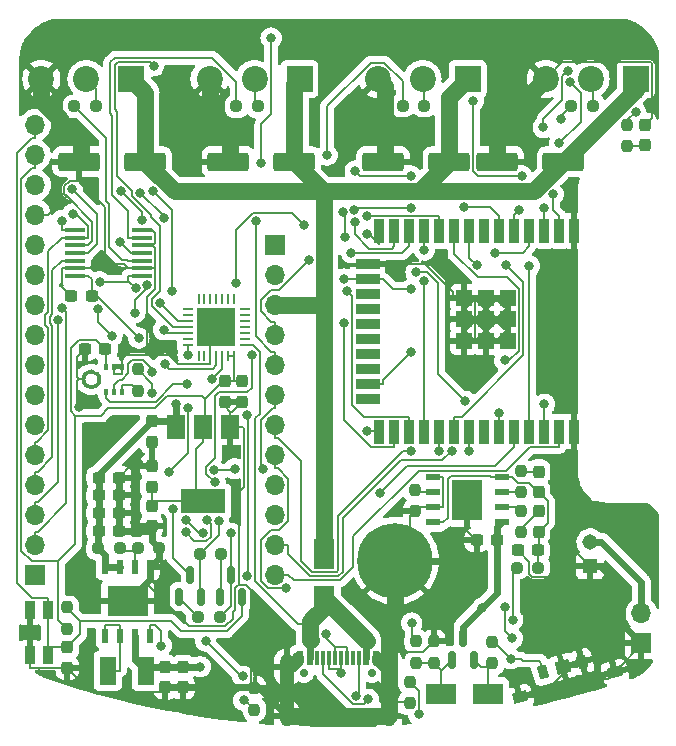
<source format=gbr>
%TF.GenerationSoftware,KiCad,Pcbnew,(6.0.0-0)*%
%TF.CreationDate,2022-02-03T17:18:56+01:00*%
%TF.ProjectId,GlowCore,476c6f77-436f-4726-952e-6b696361645f,rev?*%
%TF.SameCoordinates,Original*%
%TF.FileFunction,Copper,L1,Top*%
%TF.FilePolarity,Positive*%
%FSLAX46Y46*%
G04 Gerber Fmt 4.6, Leading zero omitted, Abs format (unit mm)*
G04 Created by KiCad (PCBNEW (6.0.0-0)) date 2022-02-03 17:18:56*
%MOMM*%
%LPD*%
G01*
G04 APERTURE LIST*
G04 Aperture macros list*
%AMRoundRect*
0 Rectangle with rounded corners*
0 $1 Rounding radius*
0 $2 $3 $4 $5 $6 $7 $8 $9 X,Y pos of 4 corners*
0 Add a 4 corners polygon primitive as box body*
4,1,4,$2,$3,$4,$5,$6,$7,$8,$9,$2,$3,0*
0 Add four circle primitives for the rounded corners*
1,1,$1+$1,$2,$3*
1,1,$1+$1,$4,$5*
1,1,$1+$1,$6,$7*
1,1,$1+$1,$8,$9*
0 Add four rect primitives between the rounded corners*
20,1,$1+$1,$2,$3,$4,$5,0*
20,1,$1+$1,$4,$5,$6,$7,0*
20,1,$1+$1,$6,$7,$8,$9,0*
20,1,$1+$1,$8,$9,$2,$3,0*%
%AMRotRect*
0 Rectangle, with rotation*
0 The origin of the aperture is its center*
0 $1 length*
0 $2 width*
0 $3 Rotation angle, in degrees counterclockwise*
0 Add horizontal line*
21,1,$1,$2,0,0,$3*%
G04 Aperture macros list end*
%TA.AperFunction,EtchedComponent*%
%ADD10C,0.300000*%
%TD*%
%TA.AperFunction,SMDPad,CuDef*%
%ADD11R,1.800000X2.500000*%
%TD*%
%TA.AperFunction,SMDPad,CuDef*%
%ADD12RoundRect,0.237500X0.250000X0.237500X-0.250000X0.237500X-0.250000X-0.237500X0.250000X-0.237500X0*%
%TD*%
%TA.AperFunction,SMDPad,CuDef*%
%ADD13RoundRect,0.237500X-0.250000X-0.237500X0.250000X-0.237500X0.250000X0.237500X-0.250000X0.237500X0*%
%TD*%
%TA.AperFunction,ComponentPad*%
%ADD14R,2.200000X2.200000*%
%TD*%
%TA.AperFunction,ComponentPad*%
%ADD15C,2.200000*%
%TD*%
%TA.AperFunction,SMDPad,CuDef*%
%ADD16R,0.900000X1.500000*%
%TD*%
%TA.AperFunction,SMDPad,CuDef*%
%ADD17RoundRect,0.237500X-0.300000X-0.237500X0.300000X-0.237500X0.300000X0.237500X-0.300000X0.237500X0*%
%TD*%
%TA.AperFunction,SMDPad,CuDef*%
%ADD18RoundRect,0.237500X0.300000X0.237500X-0.300000X0.237500X-0.300000X-0.237500X0.300000X-0.237500X0*%
%TD*%
%TA.AperFunction,SMDPad,CuDef*%
%ADD19R,1.500000X2.000000*%
%TD*%
%TA.AperFunction,SMDPad,CuDef*%
%ADD20R,3.800000X2.000000*%
%TD*%
%TA.AperFunction,SMDPad,CuDef*%
%ADD21RoundRect,0.150000X0.150000X-0.587500X0.150000X0.587500X-0.150000X0.587500X-0.150000X-0.587500X0*%
%TD*%
%TA.AperFunction,ComponentPad*%
%ADD22R,1.700000X1.700000*%
%TD*%
%TA.AperFunction,ComponentPad*%
%ADD23O,1.700000X1.700000*%
%TD*%
%TA.AperFunction,SMDPad,CuDef*%
%ADD24RoundRect,0.250000X1.500000X0.550000X-1.500000X0.550000X-1.500000X-0.550000X1.500000X-0.550000X0*%
%TD*%
%TA.AperFunction,SMDPad,CuDef*%
%ADD25R,0.400000X0.600000*%
%TD*%
%TA.AperFunction,SMDPad,CuDef*%
%ADD26R,0.100000X0.100000*%
%TD*%
%TA.AperFunction,SMDPad,CuDef*%
%ADD27RotRect,1.200000X0.900000X15.000000*%
%TD*%
%TA.AperFunction,SMDPad,CuDef*%
%ADD28RotRect,0.800000X1.100000X15.000000*%
%TD*%
%TA.AperFunction,SMDPad,CuDef*%
%ADD29RotRect,1.200000X1.100000X15.000000*%
%TD*%
%TA.AperFunction,SMDPad,CuDef*%
%ADD30RoundRect,0.237500X-0.237500X0.250000X-0.237500X-0.250000X0.237500X-0.250000X0.237500X0.250000X0*%
%TD*%
%TA.AperFunction,ComponentPad*%
%ADD31C,0.700000*%
%TD*%
%TA.AperFunction,SMDPad,CuDef*%
%ADD32R,0.600000X1.300000*%
%TD*%
%TA.AperFunction,SMDPad,CuDef*%
%ADD33R,0.300000X1.300000*%
%TD*%
%TA.AperFunction,ComponentPad*%
%ADD34O,1.200000X1.800000*%
%TD*%
%TA.AperFunction,ComponentPad*%
%ADD35O,1.200000X2.200000*%
%TD*%
%TA.AperFunction,SMDPad,CuDef*%
%ADD36RoundRect,0.237500X-0.237500X0.287500X-0.237500X-0.287500X0.237500X-0.287500X0.237500X0.287500X0*%
%TD*%
%TA.AperFunction,SMDPad,CuDef*%
%ADD37R,1.200000X0.600000*%
%TD*%
%TA.AperFunction,SMDPad,CuDef*%
%ADD38R,2.500000X3.499873*%
%TD*%
%TA.AperFunction,ComponentPad*%
%ADD39C,6.400000*%
%TD*%
%TA.AperFunction,SMDPad,CuDef*%
%ADD40RoundRect,0.237500X-0.237500X0.300000X-0.237500X-0.300000X0.237500X-0.300000X0.237500X0.300000X0*%
%TD*%
%TA.AperFunction,SMDPad,CuDef*%
%ADD41R,1.400000X2.400000*%
%TD*%
%TA.AperFunction,SMDPad,CuDef*%
%ADD42RoundRect,0.237500X0.237500X-0.250000X0.237500X0.250000X-0.237500X0.250000X-0.237500X-0.250000X0*%
%TD*%
%TA.AperFunction,SMDPad,CuDef*%
%ADD43RoundRect,0.237500X0.237500X-0.300000X0.237500X0.300000X-0.237500X0.300000X-0.237500X-0.300000X0*%
%TD*%
%TA.AperFunction,ComponentPad*%
%ADD44R,1.308000X1.308000*%
%TD*%
%TA.AperFunction,ComponentPad*%
%ADD45C,1.308000*%
%TD*%
%TA.AperFunction,SMDPad,CuDef*%
%ADD46R,0.250000X0.900000*%
%TD*%
%TA.AperFunction,SMDPad,CuDef*%
%ADD47R,0.900000X0.250000*%
%TD*%
%TA.AperFunction,SMDPad,CuDef*%
%ADD48R,3.250000X3.250000*%
%TD*%
%TA.AperFunction,SMDPad,CuDef*%
%ADD49R,0.600000X1.200000*%
%TD*%
%TA.AperFunction,SMDPad,CuDef*%
%ADD50R,3.499873X2.500000*%
%TD*%
%TA.AperFunction,SMDPad,CuDef*%
%ADD51R,1.676400X0.355600*%
%TD*%
%TA.AperFunction,SMDPad,CuDef*%
%ADD52R,0.900000X2.000000*%
%TD*%
%TA.AperFunction,SMDPad,CuDef*%
%ADD53R,2.000000X0.900000*%
%TD*%
%TA.AperFunction,SMDPad,CuDef*%
%ADD54R,1.330000X1.330000*%
%TD*%
%TA.AperFunction,ComponentPad*%
%ADD55C,0.300000*%
%TD*%
%TA.AperFunction,SMDPad,CuDef*%
%ADD56R,2.500000X1.800000*%
%TD*%
%TA.AperFunction,ViaPad*%
%ADD57C,0.800000*%
%TD*%
%TA.AperFunction,Conductor*%
%ADD58C,0.160000*%
%TD*%
%TA.AperFunction,Conductor*%
%ADD59C,0.600000*%
%TD*%
%TA.AperFunction,Conductor*%
%ADD60C,1.400000*%
%TD*%
%TA.AperFunction,Conductor*%
%ADD61C,1.000000*%
%TD*%
%TA.AperFunction,Conductor*%
%ADD62C,1.200000*%
%TD*%
G04 APERTURE END LIST*
D10*
%TO.C,MK1*%
X120458200Y-103550300D02*
G75*
G03*
X120458200Y-103550300I-675000J0D01*
G01*
%TD*%
D11*
%TO.P,D1,1,K*%
%TO.N,+5V*%
X139479200Y-118304200D03*
%TO.P,D1,2,A*%
%TO.N,USB-C 5V*%
X139479200Y-122304200D03*
%TD*%
D12*
%TO.P,R17,1*%
%TO.N,RTS*%
X130643600Y-123691600D03*
%TO.P,R17,2*%
%TO.N,Net-(Q2-Pad1)*%
X128818600Y-123691600D03*
%TD*%
D13*
%TO.P,R7,1*%
%TO.N,Net-(R7-Pad1)*%
X132064300Y-80426200D03*
%TO.P,R7,2*%
%TO.N,LED2 DATA OUT*%
X133889300Y-80426200D03*
%TD*%
D14*
%TO.P,P1,1,1*%
%TO.N,+5V*%
X123172408Y-78103250D03*
D15*
%TO.P,P1,2,2*%
%TO.N,LED1 DATA OUT*%
X119362400Y-78103250D03*
%TO.P,P1,3,3*%
%TO.N,GND*%
X115552392Y-78103250D03*
%TD*%
D16*
%TO.P,SW2,1,1*%
%TO.N,GND*%
X114573800Y-123103200D03*
X114573800Y-126903200D03*
%TO.P,SW2,2,2*%
%TO.N,RESET*%
X116073800Y-123103200D03*
X116073800Y-126903200D03*
%TD*%
D17*
%TO.P,C19,1*%
%TO.N,GND*%
X119236500Y-100984900D03*
%TO.P,C19,2*%
%TO.N,+3V3*%
X120961500Y-100984900D03*
%TD*%
%TO.P,C12,1*%
%TO.N,+5V*%
X120404900Y-113357300D03*
%TO.P,C12,2*%
%TO.N,GND*%
X122129900Y-113357300D03*
%TD*%
D18*
%TO.P,C13,1*%
%TO.N,+BATT*%
X154133900Y-117154600D03*
%TO.P,C13,2*%
%TO.N,GND*%
X152408900Y-117154600D03*
%TD*%
D19*
%TO.P,U6,1,GND*%
%TO.N,GND*%
X131543000Y-107578400D03*
%TO.P,U6,2,Vout*%
%TO.N,+3V3*%
X129243000Y-107578400D03*
%TO.P,U6,3,Vin*%
%TO.N,+5V*%
X126943000Y-107578400D03*
D20*
%TO.P,U6,4,Vout*%
%TO.N,+3V3*%
X129243000Y-113878400D03*
%TD*%
D17*
%TO.P,C2,1*%
%TO.N,GND*%
X155863300Y-118018200D03*
%TO.P,C2,2*%
%TO.N,Net-(C2-Pad2)*%
X157588300Y-118018200D03*
%TD*%
D21*
%TO.P,Q3,1*%
%TO.N,Net-(Q3-Pad1)*%
X130637200Y-121962100D03*
%TO.P,Q3,2*%
%TO.N,RESET*%
X132537200Y-121962100D03*
%TO.P,Q3,3*%
%TO.N,RTS*%
X131587200Y-120087100D03*
%TD*%
D14*
%TO.P,P2,1,1*%
%TO.N,+5V*%
X137406408Y-78103250D03*
D15*
%TO.P,P2,2,2*%
%TO.N,LED2 DATA OUT*%
X133596400Y-78103250D03*
%TO.P,P2,3,3*%
%TO.N,GND*%
X129786392Y-78103250D03*
%TD*%
D14*
%TO.P,P4,1,1*%
%TO.N,+5V*%
X165874408Y-78103250D03*
D15*
%TO.P,P4,2,2*%
%TO.N,LED4 DATA OUT*%
X162064400Y-78103250D03*
%TO.P,P4,3,3*%
%TO.N,GND*%
X158254392Y-78103250D03*
%TD*%
D12*
%TO.P,R8,1*%
%TO.N,LED4 DATA OUT*%
X162235700Y-80375400D03*
%TO.P,R8,2*%
%TO.N,Net-(R8-Pad2)*%
X160410700Y-80375400D03*
%TD*%
D22*
%TO.P,JP2,1,1*%
%TO.N,IO21*%
X114993600Y-120104200D03*
D23*
%TO.P,JP2,2,2*%
%TO.N,IO17{slash}LED2*%
X114993600Y-117564200D03*
%TO.P,JP2,3,3*%
%TO.N,IO16{slash}LED1*%
X114993600Y-115024200D03*
%TO.P,JP2,4,4*%
%TO.N,IO19{slash}MISO{slash}LED4*%
X114993600Y-112484200D03*
%TO.P,JP2,5,5*%
%TO.N,IO18{slash}MOSI{slash}LED3*%
X114993600Y-109944200D03*
%TO.P,JP2,6,6*%
%TO.N,IO5*%
X114993600Y-107404200D03*
%TO.P,JP2,7,7*%
%TO.N,IO4{slash}A5*%
X114993600Y-104864200D03*
%TO.P,JP2,8,8*%
%TO.N,IO36{slash}A4{slash}SENSOR_VP*%
X114993600Y-102324200D03*
%TO.P,JP2,9,9*%
%TO.N,I39{slash}A3{slash}SENSOR_VN*%
X114993600Y-99784200D03*
%TO.P,JP2,10,10*%
%TO.N,I34{slash}A2*%
X114993600Y-97244200D03*
%TO.P,JP2,11,11*%
%TO.N,IO25{slash}A1{slash}DAC1*%
X114993600Y-94704200D03*
%TO.P,JP2,12,12*%
%TO.N,IO26{slash}A0{slash}DAC2*%
X114993600Y-92164200D03*
%TO.P,JP2,13,13*%
%TO.N,GND*%
X114993600Y-89624200D03*
%TO.P,JP2,14,14*%
%TO.N,unconnected-(JP2-Pad14)*%
X114993600Y-87084200D03*
%TO.P,JP2,15,15*%
%TO.N,+3V3*%
X114993600Y-84544200D03*
%TO.P,JP2,16,16*%
%TO.N,RESET*%
X114993600Y-82004200D03*
%TD*%
D14*
%TO.P,P3,1,1*%
%TO.N,+5V*%
X151640408Y-78103250D03*
D15*
%TO.P,P3,2,2*%
%TO.N,LED3 DATA OUT*%
X147830400Y-78103250D03*
%TO.P,P3,3,3*%
%TO.N,GND*%
X144020392Y-78103250D03*
%TD*%
D22*
%TO.P,J5,1,Pin_1*%
%TO.N,GND*%
X166352400Y-125892200D03*
D23*
%TO.P,J5,2,Pin_2*%
%TO.N,+BATT*%
X166352400Y-123352200D03*
%TD*%
D24*
%TO.P,C7,1*%
%TO.N,+5V*%
X136970600Y-85125200D03*
%TO.P,C7,2*%
%TO.N,GND*%
X131370600Y-85125200D03*
%TD*%
D25*
%TO.P,MK1,1,LR*%
%TO.N,GND*%
X122358200Y-102475300D03*
%TO.P,MK1,2,CONFIG*%
X121708200Y-102475300D03*
%TO.P,MK1,3,VDD*%
%TO.N,+3V3*%
X121058200Y-102475300D03*
D26*
%TO.P,MK1,4,GND*%
%TO.N,GND*%
X119133200Y-103550300D03*
D25*
%TO.P,MK1,5,WS*%
%TO.N,IO15{slash}WS*%
X121058200Y-104625300D03*
%TO.P,MK1,6,SCK*%
%TO.N,IO14{slash}SCK*%
X121708200Y-104625300D03*
%TO.P,MK1,7,SD*%
%TO.N,Net-(MK1-Pad7)*%
X122358200Y-104625300D03*
%TD*%
D27*
%TO.P,SW1,0,0*%
%TO.N,GND*%
X156039506Y-130455701D03*
X164103117Y-128321885D03*
D28*
%TO.P,SW1,1,1*%
%TO.N,POWER_EN*%
X158051170Y-128338913D03*
D29*
%TO.P,SW1,2,2*%
%TO.N,GND*%
X159693268Y-127898914D03*
D28*
%TO.P,SW1,3,3*%
X161335366Y-127458915D03*
%TD*%
D30*
%TO.P,R19,1*%
%TO.N,Net-(R19-Pad1)*%
X165133200Y-81977500D03*
%TO.P,R19,2*%
%TO.N,Net-(D5-Pad2)*%
X165133200Y-83802500D03*
%TD*%
D31*
%TO.P,USB1,*%
%TO.N,*%
X143563000Y-128391900D03*
X137783000Y-128391900D03*
D32*
%TO.P,USB1,A1B12,GND*%
%TO.N,GND*%
X137473000Y-127151900D03*
%TO.P,USB1,A4B9,VBUS*%
%TO.N,USB-C 5V*%
X138273000Y-127151900D03*
D33*
%TO.P,USB1,A5,CC1*%
%TO.N,USB-C CC1*%
X139423000Y-127151900D03*
%TO.P,USB1,A6,DP1*%
%TO.N,USB-C DATA+*%
X140423000Y-127151900D03*
%TO.P,USB1,A7,DN1*%
%TO.N,USB-C DATA-*%
X140923000Y-127151900D03*
%TO.P,USB1,A8,SBU1*%
%TO.N,unconnected-(USB1-PadA8)*%
X141923000Y-127151900D03*
D32*
%TO.P,USB1,B1A12,GND*%
%TO.N,GND*%
X143873000Y-127151900D03*
%TO.P,USB1,B4A9,VBUS*%
%TO.N,USB-C 5V*%
X143073000Y-127151900D03*
D33*
%TO.P,USB1,B5,CC2*%
%TO.N,USB-C CC2*%
X142423000Y-127151900D03*
%TO.P,USB1,B6,DP2*%
%TO.N,USB-C DATA+*%
X141423000Y-127151900D03*
%TO.P,USB1,B7,DN2*%
%TO.N,USB-C DATA-*%
X139923000Y-127151900D03*
%TO.P,USB1,B8,SBU2*%
%TO.N,unconnected-(USB1-PadB8)*%
X138923000Y-127151900D03*
D34*
%TO.P,USB1,SHELL,SHELL*%
%TO.N,GND*%
X136353000Y-132071900D03*
X144993000Y-132071900D03*
D35*
X144993000Y-127891900D03*
X136353000Y-127891900D03*
%TD*%
D13*
%TO.P,R6,1*%
%TO.N,Net-(R6-Pad1)*%
X118348300Y-80426200D03*
%TO.P,R6,2*%
%TO.N,LED1 DATA OUT*%
X120173300Y-80426200D03*
%TD*%
D36*
%TO.P,D3,1,K*%
%TO.N,Net-(D3-Pad1)*%
X157665600Y-111352000D03*
%TO.P,D3,2,A*%
%TO.N,Net-(C2-Pad2)*%
X157665600Y-113102000D03*
%TD*%
D37*
%TO.P,U4,1,TEMP*%
%TO.N,GND*%
X148712094Y-111845996D03*
%TO.P,U4,2,PROG*%
%TO.N,Net-(R14-Pad1)*%
X148712094Y-113115999D03*
%TO.P,U4,3,GND*%
%TO.N,GND*%
X148712094Y-114386001D03*
%TO.P,U4,4,VCC*%
%TO.N,Net-(C2-Pad2)*%
X148712094Y-115656004D03*
%TO.P,U4,5,BAT*%
%TO.N,+BATT*%
X154528706Y-115656004D03*
%TO.P,U4,6,STDBY#*%
%TO.N,Net-(R3-Pad1)*%
X154528706Y-114386001D03*
%TO.P,U4,7,CHRG#*%
%TO.N,Net-(R4-Pad1)*%
X154528706Y-113115999D03*
%TO.P,U4,8,CE*%
%TO.N,Net-(C2-Pad2)*%
X154528706Y-111845996D03*
D38*
%TO.P,U4,9,EP*%
%TO.N,GND*%
X151620400Y-113751000D03*
%TD*%
D39*
%TO.P,H2,1,1*%
%TO.N,GND*%
X145524400Y-118907200D03*
%TD*%
D40*
%TO.P,C17,1*%
%TO.N,GND*%
X124874200Y-110907300D03*
%TO.P,C17,2*%
%TO.N,+3V3*%
X124874200Y-112632300D03*
%TD*%
%TO.P,C20,1*%
%TO.N,+3V3*%
X132570400Y-103719100D03*
%TO.P,C20,2*%
%TO.N,GND*%
X132570400Y-105444100D03*
%TD*%
D30*
%TO.P,R16,1*%
%TO.N,IO32{slash}SD*%
X123705800Y-102688600D03*
%TO.P,R16,2*%
%TO.N,Net-(MK1-Pad7)*%
X123705800Y-104513600D03*
%TD*%
D41*
%TO.P,L1,1,1*%
%TO.N,+BATT*%
X124384900Y-128216300D03*
%TO.P,L1,2,2*%
%TO.N,Net-(L1-Pad2)*%
X121184900Y-128216300D03*
%TD*%
D13*
%TO.P,R18,1*%
%TO.N,DTR*%
X128947500Y-118332200D03*
%TO.P,R18,2*%
%TO.N,Net-(Q3-Pad1)*%
X130772500Y-118332200D03*
%TD*%
D30*
%TO.P,R20,1*%
%TO.N,RESET*%
X117736800Y-122846100D03*
%TO.P,R20,2*%
%TO.N,+3V3*%
X117736800Y-124671100D03*
%TD*%
D24*
%TO.P,C9,1*%
%TO.N,+5V*%
X159754400Y-85125200D03*
%TO.P,C9,2*%
%TO.N,GND*%
X154154400Y-85125200D03*
%TD*%
D36*
%TO.P,D2,1,K*%
%TO.N,Net-(D2-Pad1)*%
X157640200Y-114730200D03*
%TO.P,D2,2,A*%
%TO.N,Net-(C2-Pad2)*%
X157640200Y-116480200D03*
%TD*%
D42*
%TO.P,R4,1*%
%TO.N,Net-(R4-Pad1)*%
X156116200Y-113125500D03*
%TO.P,R4,2*%
%TO.N,Net-(D3-Pad1)*%
X156116200Y-111300500D03*
%TD*%
D13*
%TO.P,R5,1*%
%TO.N,+5V*%
X120354900Y-117853100D03*
%TO.P,R5,2*%
%TO.N,Net-(R10-Pad1)*%
X122179900Y-117853100D03*
%TD*%
D30*
%TO.P,R3,1*%
%TO.N,Net-(R3-Pad1)*%
X156116200Y-114667300D03*
%TO.P,R3,2*%
%TO.N,Net-(D2-Pad1)*%
X156116200Y-116492300D03*
%TD*%
D43*
%TO.P,C16,1*%
%TO.N,GND*%
X124874200Y-108822300D03*
%TO.P,C16,2*%
%TO.N,+5V*%
X124874200Y-107097300D03*
%TD*%
D40*
%TO.P,C3,1*%
%TO.N,+BATT*%
X127541200Y-127887200D03*
%TO.P,C3,2*%
%TO.N,GND*%
X127541200Y-129612200D03*
%TD*%
D36*
%TO.P,D5,1,K*%
%TO.N,GND*%
X166682600Y-81989600D03*
%TO.P,D5,2,A*%
%TO.N,Net-(D5-Pad2)*%
X166682600Y-83739600D03*
%TD*%
D43*
%TO.P,C15,1*%
%TO.N,GND*%
X131071800Y-105444100D03*
%TO.P,C15,2*%
%TO.N,+3V3*%
X131071800Y-103719100D03*
%TD*%
D44*
%TO.P,JST_lipo1,1,1*%
%TO.N,GND*%
X162006300Y-119323000D03*
D45*
%TO.P,JST_lipo1,2,2*%
%TO.N,+BATT*%
X162006300Y-117323000D03*
%TD*%
D12*
%TO.P,R9,1*%
%TO.N,LED3 DATA OUT*%
X147960900Y-80375400D03*
%TO.P,R9,2*%
%TO.N,Net-(R9-Pad2)*%
X146135900Y-80375400D03*
%TD*%
D22*
%TO.P,JP1,1,1*%
%TO.N,+BATT*%
X135313600Y-92164200D03*
D23*
%TO.P,JP1,2,2*%
%TO.N,POWER_EN*%
X135313600Y-94704200D03*
%TO.P,JP1,3,3*%
%TO.N,+5V*%
X135313600Y-97244200D03*
%TO.P,JP1,4,4*%
%TO.N,IO13*%
X135313600Y-99784200D03*
%TO.P,JP1,5,5*%
%TO.N,IO12*%
X135313600Y-102324200D03*
%TO.P,JP1,6,6*%
%TO.N,IO27*%
X135313600Y-104864200D03*
%TO.P,JP1,7,7*%
%TO.N,IO33*%
X135313600Y-107404200D03*
%TO.P,JP1,8,8*%
%TO.N,IO15{slash}WS*%
X135313600Y-109944200D03*
%TO.P,JP1,9,9*%
%TO.N,IO32{slash}SD*%
X135313600Y-112484200D03*
%TO.P,JP1,10,10*%
%TO.N,IO14{slash}SCK*%
X135313600Y-115024200D03*
%TO.P,JP1,11,11*%
%TO.N,IO22*%
X135313600Y-117564200D03*
%TO.P,JP1,12,12*%
%TO.N,IO23*%
X135313600Y-120104200D03*
%TD*%
D42*
%TO.P,R13,1*%
%TO.N,Net-(D4-Pad2)*%
X148790800Y-127543600D03*
%TO.P,R13,2*%
%TO.N,GND*%
X148790800Y-125718600D03*
%TD*%
D46*
%TO.P,U5,1,DCD*%
%TO.N,unconnected-(U5-Pad1)*%
X128852801Y-101528413D03*
%TO.P,U5,2,RI*%
%TO.N,unconnected-(U5-Pad2)*%
X129352801Y-101528413D03*
%TO.P,U5,3,GND*%
%TO.N,GND*%
X129852801Y-101528413D03*
%TO.P,U5,4,D+*%
%TO.N,USB-C DATA+*%
X130352801Y-101528413D03*
%TO.P,U5,5,D-*%
%TO.N,USB-C DATA-*%
X130852800Y-101528413D03*
%TO.P,U5,6,VDD*%
%TO.N,+3V3*%
X131352800Y-101528413D03*
%TO.P,U5,7,REGIN*%
X131852800Y-101528413D03*
D47*
%TO.P,U5,8,VBUS*%
%TO.N,USB-C 5V*%
X132752814Y-100628399D03*
%TO.P,U5,9,~{RST}*%
%TO.N,unconnected-(U5-Pad9)*%
X132752814Y-100128399D03*
%TO.P,U5,10,NC*%
%TO.N,unconnected-(U5-Pad10)*%
X132752814Y-99628399D03*
%TO.P,U5,11,~{SUSPEND}*%
%TO.N,unconnected-(U5-Pad11)*%
X132752814Y-99128399D03*
%TO.P,U5,12,SUSPEND*%
%TO.N,unconnected-(U5-Pad12)*%
X132752814Y-98628400D03*
%TO.P,U5,13,NC*%
%TO.N,unconnected-(U5-Pad13)*%
X132752814Y-98128400D03*
%TO.P,U5,14,NC*%
%TO.N,unconnected-(U5-Pad14)*%
X132752814Y-97628400D03*
D46*
%TO.P,U5,15,NC*%
%TO.N,unconnected-(U5-Pad15)*%
X131852800Y-96728386D03*
%TO.P,U5,16,NC*%
%TO.N,unconnected-(U5-Pad16)*%
X131352800Y-96728386D03*
%TO.P,U5,17,NC*%
%TO.N,unconnected-(U5-Pad17)*%
X130852800Y-96728386D03*
%TO.P,U5,18,NC*%
%TO.N,unconnected-(U5-Pad18)*%
X130352801Y-96728386D03*
%TO.P,U5,19,NC*%
%TO.N,unconnected-(U5-Pad19)*%
X129852801Y-96728386D03*
%TO.P,U5,20,NC*%
%TO.N,unconnected-(U5-Pad20)*%
X129352801Y-96728386D03*
%TO.P,U5,21,NC*%
%TO.N,unconnected-(U5-Pad21)*%
X128852801Y-96728386D03*
D47*
%TO.P,U5,22,NC*%
%TO.N,unconnected-(U5-Pad22)*%
X127952787Y-97628400D03*
%TO.P,U5,23,CTS*%
%TO.N,unconnected-(U5-Pad23)*%
X127952787Y-98128400D03*
%TO.P,U5,24,RTS*%
%TO.N,RTS*%
X127952787Y-98628400D03*
%TO.P,U5,25,RXD*%
%TO.N,TXD0*%
X127952787Y-99128399D03*
%TO.P,U5,26,TXD*%
%TO.N,RXD0*%
X127952787Y-99628399D03*
%TO.P,U5,27,DSR*%
%TO.N,unconnected-(U5-Pad27)*%
X127952787Y-100128399D03*
%TO.P,U5,28,DTR*%
%TO.N,DTR*%
X127952787Y-100628399D03*
D48*
%TO.P,U5,29,GND_PAD*%
%TO.N,GND*%
X130352800Y-99128400D03*
%TD*%
D24*
%TO.P,C6,1*%
%TO.N,+5V*%
X124346800Y-85125200D03*
%TO.P,C6,2*%
%TO.N,GND*%
X118746800Y-85125200D03*
%TD*%
D21*
%TO.P,Q1,1,G*%
%TO.N,Net-(D4-Pad2)*%
X150304600Y-127340000D03*
%TO.P,Q1,2,S*%
%TO.N,Net-(D4-Pad1)*%
X152204600Y-127340000D03*
%TO.P,Q1,3,D*%
%TO.N,+BATT*%
X151254600Y-125465000D03*
%TD*%
D13*
%TO.P,R10,1*%
%TO.N,Net-(R10-Pad1)*%
X123707700Y-117853100D03*
%TO.P,R10,2*%
%TO.N,GND*%
X125532700Y-117853100D03*
%TD*%
D49*
%TO.P,U1,1,LX*%
%TO.N,Net-(L1-Pad2)*%
X120937196Y-125257206D03*
%TO.P,U1,2,LX*%
X122207199Y-125257206D03*
%TO.P,U1,3,VIN*%
%TO.N,+BATT*%
X123477201Y-125257206D03*
%TO.P,U1,4,EN*%
%TO.N,POWER_EN*%
X124747204Y-125257206D03*
%TO.P,U1,5,GND*%
%TO.N,GND*%
X124747204Y-119440594D03*
%TO.P,U1,6,FB*%
%TO.N,Net-(R10-Pad1)*%
X123477201Y-119440594D03*
%TO.P,U1,7,VOUT*%
%TO.N,+5V*%
X122207199Y-119440594D03*
%TO.P,U1,8,VOUT*%
X120937196Y-119440594D03*
D50*
%TO.P,U1,9,EP*%
%TO.N,GND*%
X122842200Y-122348900D03*
%TD*%
D24*
%TO.P,C8,1*%
%TO.N,+5V*%
X150077000Y-85125200D03*
%TO.P,C8,2*%
%TO.N,GND*%
X144477000Y-85125200D03*
%TD*%
D51*
%TO.P,U3,1,1A*%
%TO.N,IO16{slash}LED1*%
X124037100Y-94796801D03*
%TO.P,U3,2,1B*%
%TO.N,GND*%
X124037100Y-94146800D03*
%TO.P,U3,3,1Y*%
%TO.N,Net-(R6-Pad1)*%
X124037100Y-93496799D03*
%TO.P,U3,4,2A*%
%TO.N,IO17{slash}LED2*%
X124037100Y-92846800D03*
%TO.P,U3,5,2B*%
%TO.N,GND*%
X124037100Y-92196801D03*
%TO.P,U3,6,2Y*%
%TO.N,Net-(R7-Pad1)*%
X124037100Y-91546800D03*
%TO.P,U3,7,GND*%
%TO.N,GND*%
X124037100Y-90896801D03*
%TO.P,U3,8,3Y*%
%TO.N,Net-(R9-Pad2)*%
X118398300Y-90896799D03*
%TO.P,U3,9,3A*%
%TO.N,IO18{slash}MOSI{slash}LED3*%
X118398300Y-91546800D03*
%TO.P,U3,10,3B*%
%TO.N,GND*%
X118398300Y-92196799D03*
%TO.P,U3,11,4Y*%
%TO.N,Net-(R8-Pad2)*%
X118398300Y-92846800D03*
%TO.P,U3,12,4A*%
%TO.N,IO19{slash}MISO{slash}LED4*%
X118398300Y-93496799D03*
%TO.P,U3,13,4B*%
%TO.N,GND*%
X118398300Y-94146800D03*
%TO.P,U3,14,VCC*%
%TO.N,+5V*%
X118398300Y-94796799D03*
%TD*%
D17*
%TO.P,C10,1*%
%TO.N,+5V*%
X120403800Y-116354500D03*
%TO.P,C10,2*%
%TO.N,GND*%
X122128800Y-116354500D03*
%TD*%
D40*
%TO.P,C1,1*%
%TO.N,+BATT*%
X126042600Y-127886100D03*
%TO.P,C1,2*%
%TO.N,GND*%
X126042600Y-129611100D03*
%TD*%
D17*
%TO.P,C11,1*%
%TO.N,+5V*%
X120403800Y-114855900D03*
%TO.P,C11,2*%
%TO.N,GND*%
X122128800Y-114855900D03*
%TD*%
D40*
%TO.P,C5,1*%
%TO.N,+3V3*%
X124874200Y-114234700D03*
%TO.P,C5,2*%
%TO.N,GND*%
X124874200Y-115959700D03*
%TD*%
D21*
%TO.P,Q2,1*%
%TO.N,Net-(Q2-Pad1)*%
X127200800Y-121952900D03*
%TO.P,Q2,2*%
%TO.N,DTR*%
X129100800Y-121952900D03*
%TO.P,Q2,3*%
%TO.N,IO0*%
X128150800Y-120077900D03*
%TD*%
D43*
%TO.P,C18,1*%
%TO.N,GND*%
X117736800Y-127973900D03*
%TO.P,C18,2*%
%TO.N,RESET*%
X117736800Y-126248900D03*
%TD*%
D52*
%TO.P,U2,1,GND*%
%TO.N,GND*%
X160680800Y-90976200D03*
%TO.P,U2,2,3V3*%
%TO.N,+3V3*%
X159410800Y-90976200D03*
%TO.P,U2,3,EN*%
%TO.N,RESET*%
X158140800Y-90976200D03*
%TO.P,U2,4,SENSOR_VP*%
%TO.N,IO36{slash}A4{slash}SENSOR_VP*%
X156870800Y-90976200D03*
%TO.P,U2,5,SENSOR_VN*%
%TO.N,I39{slash}A3{slash}SENSOR_VN*%
X155600800Y-90976200D03*
%TO.P,U2,6,IO34*%
%TO.N,I34{slash}A2*%
X154330800Y-90976200D03*
%TO.P,U2,7,IO35*%
%TO.N,IO35*%
X153060800Y-90976200D03*
%TO.P,U2,8,IO32*%
%TO.N,IO32{slash}SD*%
X151790800Y-90976200D03*
%TO.P,U2,9,IO33*%
%TO.N,IO33*%
X150520800Y-90976200D03*
%TO.P,U2,10,IO25*%
%TO.N,IO25{slash}A1{slash}DAC1*%
X149250800Y-90976200D03*
%TO.P,U2,11,IO26*%
%TO.N,IO26{slash}A0{slash}DAC2*%
X147980800Y-90976200D03*
%TO.P,U2,12,IO27*%
%TO.N,IO27*%
X146710800Y-90976200D03*
%TO.P,U2,13,IO14*%
%TO.N,IO14{slash}SCK*%
X145440800Y-90976200D03*
%TO.P,U2,14,IO12*%
%TO.N,IO12*%
X144170800Y-90976200D03*
D53*
%TO.P,U2,15,GND*%
%TO.N,GND*%
X143170800Y-93761200D03*
%TO.P,U2,16,IO13*%
%TO.N,IO13*%
X143170800Y-95031200D03*
%TO.P,U2,17,NC*%
%TO.N,unconnected-(U2-Pad17)*%
X143170800Y-96301200D03*
%TO.P,U2,18,NC*%
%TO.N,unconnected-(U2-Pad18)*%
X143170800Y-97571200D03*
%TO.P,U2,19,NC*%
%TO.N,unconnected-(U2-Pad19)*%
X143170800Y-98841200D03*
%TO.P,U2,20,NC*%
%TO.N,unconnected-(U2-Pad20)*%
X143170800Y-100111200D03*
%TO.P,U2,21,NC*%
%TO.N,unconnected-(U2-Pad21)*%
X143170800Y-101381200D03*
%TO.P,U2,22,NC*%
%TO.N,unconnected-(U2-Pad22)*%
X143170800Y-102651200D03*
%TO.P,U2,23,IO15*%
%TO.N,IO15{slash}WS*%
X143170800Y-103921200D03*
%TO.P,U2,24,IO2*%
%TO.N,IO2*%
X143170800Y-105191200D03*
D52*
%TO.P,U2,25,IO0*%
%TO.N,IO0*%
X144170800Y-107976200D03*
%TO.P,U2,26,IO4*%
%TO.N,IO4{slash}A5*%
X145440800Y-107976200D03*
%TO.P,U2,27,IO16*%
%TO.N,IO16{slash}LED1*%
X146710800Y-107976200D03*
%TO.P,U2,28,IO17*%
%TO.N,IO17{slash}LED2*%
X147980800Y-107976200D03*
%TO.P,U2,29,IO5*%
%TO.N,IO5*%
X149250800Y-107976200D03*
%TO.P,U2,30,IO18*%
%TO.N,IO18{slash}MOSI{slash}LED3*%
X150520800Y-107976200D03*
%TO.P,U2,31,IO19*%
%TO.N,IO19{slash}MISO{slash}LED4*%
X151790800Y-107976200D03*
%TO.P,U2,32,NC1*%
%TO.N,unconnected-(U2-Pad32)*%
X153060800Y-107976200D03*
%TO.P,U2,33,IO21*%
%TO.N,IO21*%
X154330800Y-107976200D03*
%TO.P,U2,34,RXD0*%
%TO.N,RXD0*%
X155600800Y-107976200D03*
%TO.P,U2,35,TXD0*%
%TO.N,TXD0*%
X156870800Y-107976200D03*
%TO.P,U2,36,IO22*%
%TO.N,IO22*%
X158140800Y-107976200D03*
%TO.P,U2,37,IO23*%
%TO.N,IO23*%
X159410800Y-107976200D03*
%TO.P,U2,38,GND*%
%TO.N,GND*%
X160680800Y-107976200D03*
D54*
%TO.P,U2,39_1,GND*%
X155015800Y-96641200D03*
%TO.P,U2,39_2,GND*%
X155015800Y-98476200D03*
%TO.P,U2,39_3,GND*%
X155015800Y-100311200D03*
%TO.P,U2,39_4,GND*%
X153180800Y-96641200D03*
%TO.P,U2,39_5,GND*%
X153180800Y-98476200D03*
%TO.P,U2,39_6,GND*%
X153180800Y-100311200D03*
%TO.P,U2,39_7,GND*%
X151345800Y-96641200D03*
%TO.P,U2,39_8,GND*%
X151345800Y-98476200D03*
%TO.P,U2,39_9,GND*%
X151345800Y-100311200D03*
D55*
%TO.P,U2,39_10,GND*%
X155015800Y-97558700D03*
%TO.P,U2,39_11,GND*%
X155015800Y-99393700D03*
%TO.P,U2,39_12,GND*%
X154098300Y-96641200D03*
%TO.P,U2,39_13,GND*%
X154098300Y-98476200D03*
%TO.P,U2,39_14,GND*%
X154098300Y-100311200D03*
%TO.P,U2,39_15,GND*%
X153180800Y-97558700D03*
%TO.P,U2,39_16,GND*%
X153180800Y-99393700D03*
%TO.P,U2,39_17,GND*%
X152263300Y-96641200D03*
%TO.P,U2,39_18,GND*%
X152263300Y-98476200D03*
%TO.P,U2,39_19,GND*%
X152263300Y-100311200D03*
%TO.P,U2,39_20,GND*%
X151345800Y-97558700D03*
%TO.P,U2,39_21,GND*%
X151345800Y-99393700D03*
%TD*%
D42*
%TO.P,R15,1*%
%TO.N,Net-(D4-Pad1)*%
X153743800Y-127594400D03*
%TO.P,R15,2*%
%TO.N,POWER_EN*%
X153743800Y-125769400D03*
%TD*%
D18*
%TO.P,C4,1*%
%TO.N,+5V*%
X119794200Y-96529800D03*
%TO.P,C4,2*%
%TO.N,GND*%
X118069200Y-96529800D03*
%TD*%
D30*
%TO.P,R14,1*%
%TO.N,Net-(R14-Pad1)*%
X147150000Y-112889300D03*
%TO.P,R14,2*%
%TO.N,GND*%
X147150000Y-114714300D03*
%TD*%
D42*
%TO.P,R1,1*%
%TO.N,GND*%
X146743600Y-130970300D03*
%TO.P,R1,2*%
%TO.N,USB-C CC1*%
X146743600Y-129145300D03*
%TD*%
D17*
%TO.P,C14,1*%
%TO.N,+5V*%
X120404900Y-111858700D03*
%TO.P,C14,2*%
%TO.N,GND*%
X122129900Y-111858700D03*
%TD*%
D13*
%TO.P,R11,1*%
%TO.N,USB-C 5V*%
X155813300Y-119491400D03*
%TO.P,R11,2*%
%TO.N,Net-(C2-Pad2)*%
X157638300Y-119491400D03*
%TD*%
D30*
%TO.P,R12,1*%
%TO.N,USB-C 5V*%
X147266800Y-125718600D03*
%TO.P,R12,2*%
%TO.N,Net-(D4-Pad2)*%
X147266800Y-127543600D03*
%TD*%
%TO.P,R2,1*%
%TO.N,GND*%
X133586400Y-129678700D03*
%TO.P,R2,2*%
%TO.N,USB-C CC2*%
X133586400Y-131503700D03*
%TD*%
D56*
%TO.P,D4,1,K*%
%TO.N,Net-(D4-Pad1)*%
X153400400Y-130161700D03*
%TO.P,D4,2,A*%
%TO.N,Net-(D4-Pad2)*%
X149400400Y-130161700D03*
%TD*%
D57*
%TO.N,GND*%
X144660600Y-83245200D03*
X152585600Y-120024800D03*
X131453600Y-83322200D03*
X123795300Y-110724800D03*
X118905600Y-83423200D03*
X118701800Y-105910100D03*
X154109600Y-83245200D03*
%TO.N,+3V3*%
X158881500Y-87875500D03*
%TO.N,+BATT*%
X128988600Y-127873200D03*
X152873400Y-122907200D03*
%TO.N,IO15{slash}WS*%
X127852100Y-103934500D03*
X136235800Y-121234600D03*
X146841800Y-101235000D03*
%TO.N,IO32{slash}SD*%
X154770400Y-122842200D03*
X155411100Y-125464500D03*
X147274700Y-94475300D03*
X151442100Y-105412400D03*
X124957400Y-104705800D03*
X152397200Y-93854200D03*
%TO.N,IO19{slash}MISO{slash}LED4*%
X151790800Y-109582600D03*
%TO.N,IO14{slash}SCK*%
X124531300Y-95599300D03*
X126362300Y-111405000D03*
X142125500Y-90216000D03*
X123474500Y-97894300D03*
X127973400Y-105991100D03*
X124949700Y-102944500D03*
%TO.N,IO22*%
X158140800Y-105655900D03*
X150273600Y-109622500D03*
%TO.N,IO33*%
X146853500Y-109644000D03*
X154790400Y-101942100D03*
%TO.N,IO18{slash}MOSI{slash}LED3*%
X118193300Y-89555900D03*
X154889000Y-93905900D03*
%TO.N,IO27*%
X129564800Y-115488600D03*
X131911300Y-111116800D03*
X141795700Y-92814900D03*
X125912300Y-89904300D03*
X127767000Y-116505700D03*
X134353000Y-111116800D03*
X123937300Y-87730700D03*
X121522700Y-99865300D03*
X130190300Y-111257400D03*
X120336500Y-97613300D03*
%TO.N,IO12*%
X143097400Y-91209100D03*
X133754700Y-90178600D03*
%TO.N,IO13*%
X138168800Y-93454800D03*
X141193400Y-95059900D03*
X146849500Y-95910800D03*
%TO.N,IO5*%
X149250800Y-109587600D03*
%TO.N,IO0*%
X143099300Y-107898400D03*
X126592600Y-96056000D03*
X124967100Y-87593000D03*
X126725400Y-114519300D03*
%TO.N,IO4{slash}A5*%
X141052300Y-89390600D03*
X141162100Y-98736300D03*
X141240600Y-91500600D03*
%TO.N,RXD0*%
X132064400Y-95375900D03*
X125910600Y-99351100D03*
X137760200Y-90464900D03*
X144217600Y-113129800D03*
%TO.N,Net-(R9-Pad2)*%
X117279800Y-90108200D03*
X139744600Y-84547700D03*
%TO.N,Net-(R8-Pad2)*%
X118168600Y-87469500D03*
X159570500Y-81524100D03*
%TO.N,RESET*%
X152115800Y-79973800D03*
X156211700Y-86323700D03*
X158140800Y-89045600D03*
%TO.N,IO36{slash}A4{slash}SENSOR_VP*%
X146836700Y-88996600D03*
X142052700Y-89215600D03*
X153965900Y-92806900D03*
%TO.N,TXD0*%
X156870800Y-93930700D03*
X160347900Y-78402800D03*
X125055100Y-77000100D03*
X159406800Y-83558600D03*
%TO.N,IO21*%
X154330800Y-106359400D03*
%TO.N,I39{slash}A3{slash}SENSOR_VN*%
X156026100Y-89232100D03*
%TO.N,IO16{slash}LED1*%
X116926900Y-98513900D03*
X120473700Y-95285200D03*
X141404300Y-96060300D03*
X123531000Y-95829000D03*
%TO.N,IO17{slash}LED2*%
X117316300Y-97502500D03*
X122232600Y-91907000D03*
X160107900Y-77398700D03*
X124076400Y-90020400D03*
X135003300Y-74642200D03*
X134170600Y-85223700D03*
X147980800Y-95189300D03*
X158041700Y-82208600D03*
X122300000Y-87614600D03*
%TO.N,IO25{slash}A1{slash}DAC1*%
X143095900Y-89749300D03*
%TO.N,+5V*%
X126906600Y-105651200D03*
X123805300Y-100037900D03*
%TO.N,RTS*%
X131587200Y-116567000D03*
X127823500Y-115478900D03*
X129193700Y-116567000D03*
X125574900Y-97078300D03*
%TO.N,DTR*%
X133355600Y-101466100D03*
X130572900Y-115576400D03*
X127967200Y-101466100D03*
X130273300Y-112259600D03*
%TO.N,IO26{slash}A0{slash}DAC2*%
X147980800Y-92587400D03*
X142119800Y-85904000D03*
X146837500Y-86329000D03*
%TO.N,USB-C CC1*%
X143228000Y-130633000D03*
X147499800Y-131903000D03*
%TO.N,USB-C 5V*%
X141781500Y-124000100D03*
X155460700Y-123901700D03*
X146908100Y-124172600D03*
%TO.N,USB-C CC2*%
X132700800Y-130715500D03*
X142210100Y-130323000D03*
%TO.N,I34{slash}A2*%
X151314700Y-88936000D03*
%TO.N,USB-C DATA+*%
X139681000Y-125105100D03*
X126000000Y-102253500D03*
%TO.N,USB-C DATA-*%
X132975800Y-120221900D03*
X129453700Y-125687900D03*
X132605500Y-128692200D03*
X132974500Y-106606000D03*
X129973700Y-103509000D03*
X140923000Y-128406200D03*
%TO.N,POWER_EN*%
X155275600Y-127208100D03*
X125694700Y-126093400D03*
%TO.N,Net-(R19-Pad1)*%
X165860000Y-80897300D03*
%TD*%
D58*
%TO.N,GND*%
X122128600Y-113358200D02*
X122129600Y-113357200D01*
D59*
X164702900Y-121144200D02*
X162882000Y-119323200D01*
D58*
X123477900Y-94146800D02*
X124037100Y-94146800D01*
X145471600Y-118960000D02*
X145524400Y-118907200D01*
X124874200Y-110907300D02*
X123795300Y-110907300D01*
X119877100Y-91836500D02*
X119877100Y-90249700D01*
X122842500Y-122349200D02*
X122842600Y-122349200D01*
X131543000Y-106938300D02*
X131543000Y-107578400D01*
X126791600Y-129611200D02*
X126791500Y-129611100D01*
X122358200Y-102475300D02*
X122358200Y-101895000D01*
X136732900Y-127891900D02*
X136353000Y-127891900D01*
X133094900Y-129612200D02*
X133285800Y-129421300D01*
X144660600Y-84941200D02*
X144660600Y-84941600D01*
X150400500Y-96641200D02*
X150400500Y-96131700D01*
D60*
X118905600Y-83423200D02*
X118905600Y-84967200D01*
D58*
X118826200Y-86890300D02*
X120907700Y-88971800D01*
D60*
X154109600Y-83245200D02*
X154109600Y-85080200D01*
D58*
X155863300Y-118018200D02*
X156869500Y-119024400D01*
X159693300Y-128183700D02*
X159693300Y-127899000D01*
X151345800Y-98476200D02*
X151345800Y-97558700D01*
X122358200Y-102765500D02*
X122358200Y-102475300D01*
D60*
X139137800Y-132072200D02*
X136352600Y-132072200D01*
D58*
X161115400Y-127679200D02*
X161335400Y-127459200D01*
D61*
X144612600Y-127892200D02*
X144193600Y-127472200D01*
D58*
X132668000Y-112663800D02*
X132269200Y-113062600D01*
X167254800Y-81417400D02*
X167254800Y-76845300D01*
X118069200Y-96529800D02*
X117279800Y-95740400D01*
X159693300Y-127899200D02*
X160895400Y-127899200D01*
X124651600Y-116354200D02*
X124479600Y-116354200D01*
D59*
X122842600Y-122349200D02*
X124367000Y-120824900D01*
D58*
X124874600Y-116577200D02*
X124651600Y-116354200D01*
D59*
X124747600Y-120444200D02*
X124747600Y-119440600D01*
D58*
X160895400Y-127899200D02*
X161115400Y-127679200D01*
X155015800Y-98476200D02*
X155015800Y-97558700D01*
D60*
X115552600Y-78103500D02*
X115552600Y-78103200D01*
D58*
X114573800Y-127933500D02*
X114614200Y-127973900D01*
D59*
X124874600Y-116577200D02*
X124874600Y-115960200D01*
D58*
X151620400Y-113751000D02*
X151620400Y-116366100D01*
X144992600Y-127261700D02*
X144993000Y-127262100D01*
X131951900Y-121188100D02*
X132212200Y-120927800D01*
D59*
X127541600Y-129612200D02*
X133094900Y-129612200D01*
D62*
X136352600Y-127892200D02*
X136352600Y-132072200D01*
D60*
X154109600Y-82248200D02*
X156182000Y-80175700D01*
D58*
X157095500Y-120248000D02*
X158430300Y-120248000D01*
X151345800Y-100311200D02*
X151345800Y-99393700D01*
X160680800Y-117997500D02*
X160680800Y-107976200D01*
D59*
X124367000Y-120824900D02*
X124747600Y-120444200D01*
D58*
X146768300Y-118907200D02*
X146768300Y-115096000D01*
X124879500Y-90896800D02*
X125155600Y-91172900D01*
X151620400Y-116366100D02*
X152408900Y-117154600D01*
X159693300Y-127899000D02*
X159693200Y-127898900D01*
X150400500Y-96131700D02*
X148030000Y-93761200D01*
X124498900Y-101511700D02*
X126388700Y-101511700D01*
X119782400Y-130019500D02*
X125634200Y-130019500D01*
X133586400Y-129678700D02*
X133586400Y-129612200D01*
D61*
X144072600Y-127351200D02*
X144072600Y-127251700D01*
D59*
X124747600Y-119440600D02*
X124747600Y-119440200D01*
D58*
X125155600Y-91172900D02*
X125155600Y-91999200D01*
X121708200Y-103055600D02*
X122358200Y-103055600D01*
X144020400Y-78103300D02*
X144020500Y-78103200D01*
X151345800Y-99393700D02*
X151345800Y-98476200D01*
D59*
X133094900Y-129612200D02*
X133586400Y-129612200D01*
D58*
X124037100Y-94146800D02*
X125211700Y-94146800D01*
X122128800Y-114693100D02*
X122128600Y-114692900D01*
X148712100Y-114386000D02*
X149592400Y-114386000D01*
D59*
X152382400Y-119110200D02*
X152179200Y-118907200D01*
D58*
X143972800Y-127251700D02*
X143873000Y-127151900D01*
X144660600Y-84941600D02*
X144477000Y-85125200D01*
X145524400Y-118907200D02*
X145524600Y-118907200D01*
X122545300Y-93773500D02*
X120907700Y-93773500D01*
X122358200Y-102765500D02*
X122358200Y-103055600D01*
D60*
X144992600Y-130891200D02*
X144992600Y-132072200D01*
D58*
X124506300Y-92196800D02*
X124958000Y-92196800D01*
X147478300Y-114386000D02*
X148712100Y-114386000D01*
D59*
X162882000Y-119323200D02*
X162444200Y-119323200D01*
D58*
X127541200Y-129612200D02*
X127541400Y-129612000D01*
X162444000Y-119323000D02*
X162006300Y-119323000D01*
D60*
X144992600Y-127892200D02*
X144992600Y-130891200D01*
D61*
X137273600Y-127251700D02*
X137273600Y-127152200D01*
D58*
X152263300Y-100311200D02*
X152263300Y-98476200D01*
X146768300Y-115096000D02*
X147150000Y-114714300D01*
X114573800Y-126903200D02*
X114573800Y-127933500D01*
D60*
X115425600Y-79791200D02*
X115552600Y-79664200D01*
D58*
X163510200Y-128915200D02*
X164103100Y-128322200D01*
X120907700Y-88971800D02*
X120907700Y-93773500D01*
X118826200Y-85125200D02*
X118826200Y-86728400D01*
D61*
X144072600Y-127251700D02*
X144072600Y-127152200D01*
D58*
X136353000Y-127891900D02*
X136352700Y-127892200D01*
D59*
X122129600Y-113357000D02*
X122129600Y-111859200D01*
X146768300Y-118907200D02*
X145524600Y-118907200D01*
D58*
X133285800Y-129421300D02*
X133285800Y-121362000D01*
D60*
X144660600Y-83245200D02*
X144660600Y-84941200D01*
D61*
X144992600Y-127892200D02*
X144612600Y-127892200D01*
D58*
X155015800Y-99393700D02*
X155015800Y-98476200D01*
X158430300Y-120248000D02*
X160680800Y-117997500D01*
X146664900Y-130891600D02*
X144993000Y-130891600D01*
X160680800Y-117997500D02*
X162006300Y-119323000D01*
X156039500Y-130456200D02*
X157705900Y-130456200D01*
D60*
X144992600Y-132072200D02*
X139137800Y-132072200D01*
X145471600Y-123352200D02*
X145471600Y-118960200D01*
D58*
X122918600Y-94146800D02*
X122545300Y-93773500D01*
X131071800Y-105444100D02*
X131071800Y-105826900D01*
X131771800Y-123809400D02*
X131771800Y-123234100D01*
X120907700Y-93773500D02*
X120534400Y-94146800D01*
X153180800Y-97558700D02*
X153180800Y-96641200D01*
D59*
X152179200Y-118907200D02*
X146768300Y-118907200D01*
D58*
X156869500Y-119024400D02*
X156869500Y-120022000D01*
X132269200Y-113062600D02*
X132269200Y-120927800D01*
X125532600Y-117853200D02*
X125532700Y-117853100D01*
X124506300Y-92196800D02*
X124037100Y-92196800D01*
X156182000Y-80175700D02*
X158254400Y-78103300D01*
X160680800Y-90976200D02*
X160680800Y-107976200D01*
X118730900Y-103550300D02*
X118584600Y-103696600D01*
D60*
X144992600Y-127892200D02*
X144992600Y-127261700D01*
X131528600Y-83322200D02*
X131528600Y-83397200D01*
X156182000Y-80175700D02*
X158254400Y-78103200D01*
D58*
X151345800Y-97558700D02*
X151345800Y-96641200D01*
X159643100Y-76714600D02*
X158254400Y-78103300D01*
D59*
X133892600Y-129612200D02*
X136352600Y-132072200D01*
D60*
X131453600Y-83322200D02*
X129786600Y-81655200D01*
X131528600Y-83397200D02*
X131528600Y-84967200D01*
D59*
X152585600Y-119313400D02*
X152382400Y-119110200D01*
D58*
X130352800Y-99128400D02*
X129852800Y-99628400D01*
X122129600Y-113357000D02*
X122129900Y-113357300D01*
D59*
X124747600Y-119440200D02*
X125532600Y-118655200D01*
D58*
X137273600Y-127251700D02*
X137373200Y-127251700D01*
X115552600Y-78103500D02*
X115552400Y-78103300D01*
X133285800Y-121362000D02*
X132851600Y-120927800D01*
X162444200Y-119323200D02*
X162444000Y-119323000D01*
X124874200Y-115959800D02*
X124874600Y-115960200D01*
X151345800Y-96641200D02*
X150400500Y-96641200D01*
X128012300Y-124470200D02*
X131111000Y-124470200D01*
X121708200Y-102475300D02*
X121708200Y-103055600D01*
X153180800Y-99393700D02*
X153180800Y-98476200D01*
X153180800Y-100311200D02*
X153180800Y-99393700D01*
X118398300Y-94146800D02*
X118957600Y-94146800D01*
X156039500Y-130455700D02*
X156039500Y-130456200D01*
X123795300Y-110907300D02*
X123795300Y-110724800D01*
D60*
X129786600Y-78103500D02*
X129786600Y-78103200D01*
D58*
X152382400Y-119110200D02*
X152382400Y-117181100D01*
X137373200Y-127251700D02*
X137473000Y-127151900D01*
X122358200Y-101895000D02*
X122741500Y-101511700D01*
X153180800Y-98476200D02*
X153180800Y-97558700D01*
X114573800Y-123103200D02*
X114573800Y-126903200D01*
X159693300Y-128468200D02*
X159693300Y-128183700D01*
D59*
X124479600Y-116354200D02*
X123212400Y-116354200D01*
D58*
X161335400Y-127459200D02*
X161335400Y-128114200D01*
X144993000Y-132071900D02*
X144993000Y-130891600D01*
X117947700Y-86728400D02*
X118826200Y-86728400D01*
X117488300Y-87860900D02*
X117488300Y-87187800D01*
X139137800Y-132072200D02*
X139137500Y-132071900D01*
X124037100Y-90896800D02*
X124879500Y-90896800D01*
D60*
X144660600Y-83245200D02*
X144660600Y-78743200D01*
D59*
X125532600Y-117853200D02*
X124874600Y-117194200D01*
D58*
X146743600Y-130970300D02*
X146664900Y-130891600D01*
D60*
X117198600Y-81716200D02*
X117198600Y-81564200D01*
D58*
X132668000Y-107673100D02*
X132668000Y-112663800D01*
X148030000Y-93761200D02*
X144451100Y-93761200D01*
D61*
X136732900Y-127891900D02*
X137273600Y-127351200D01*
D58*
X122129900Y-111858700D02*
X122129900Y-111858900D01*
X155015800Y-97558700D02*
X155015800Y-96641200D01*
X119133200Y-103550300D02*
X118730900Y-103550300D01*
X124747200Y-119440600D02*
X124747600Y-119440600D01*
X162136000Y-128915200D02*
X163510200Y-128915200D01*
X114993600Y-89624200D02*
X116123900Y-89624200D01*
X118569700Y-101651700D02*
X119236500Y-100984900D01*
X159693300Y-128183700D02*
X159693300Y-127899200D01*
X148790800Y-125718600D02*
X147878300Y-126631100D01*
D60*
X115552600Y-79664200D02*
X115552600Y-78103500D01*
D61*
X137273600Y-127351200D02*
X137273600Y-127251700D01*
D58*
X123212400Y-116354200D02*
X123212100Y-116354500D01*
X147150000Y-114714300D02*
X147478300Y-114386000D01*
X148712100Y-111846000D02*
X149592400Y-111846000D01*
X118398300Y-94146800D02*
X117279800Y-94146800D01*
X122741500Y-101511700D02*
X124498900Y-101511700D01*
X161115400Y-127679200D02*
X161115400Y-127678900D01*
X157705900Y-130456200D02*
X159693300Y-128468200D01*
X124498900Y-101511700D02*
X124498900Y-96593900D01*
X125211700Y-92450500D02*
X124958000Y-92196800D01*
X124498900Y-96593900D02*
X125211700Y-95881100D01*
X122129900Y-111858900D02*
X122129600Y-111859200D01*
X119877100Y-90249700D02*
X117687800Y-88060400D01*
D61*
X136732600Y-127892200D02*
X136732900Y-127891900D01*
D58*
X136352700Y-127892200D02*
X136352600Y-127892200D01*
D59*
X166352400Y-125892200D02*
X164702900Y-124242200D01*
D58*
X123081300Y-110907300D02*
X122129900Y-111858700D01*
D59*
X127541400Y-129612000D02*
X127541600Y-129612200D01*
D58*
X144993000Y-127262100D02*
X144993000Y-127891900D01*
X129852800Y-101528400D02*
X129852800Y-102258700D01*
D60*
X129786600Y-81655200D02*
X129786600Y-78103500D01*
D59*
X125532600Y-118655200D02*
X125532600Y-117853200D01*
D58*
X118730900Y-103550300D02*
X118569700Y-103389100D01*
X125634200Y-130019500D02*
X126042600Y-129611100D01*
X161335400Y-128114200D02*
X162136000Y-128915200D01*
D60*
X144992600Y-126631100D02*
X144992600Y-123831200D01*
D58*
X139137500Y-132071900D02*
X136353000Y-132071900D01*
X118584600Y-105792900D02*
X118701800Y-105910100D01*
X117687800Y-88060400D02*
X116123900Y-89624200D01*
D60*
X154109600Y-85080200D02*
X154154400Y-85125200D01*
D58*
X145471600Y-118960200D02*
X145471600Y-118960000D01*
X132851600Y-120927800D02*
X132269200Y-120927800D01*
X131951900Y-123054000D02*
X131951900Y-121188100D01*
D60*
X144992600Y-127261700D02*
X144992600Y-126631100D01*
D59*
X133586400Y-129612200D02*
X133892600Y-129612200D01*
X126791600Y-129611200D02*
X127540600Y-129611200D01*
D58*
X118905600Y-84967200D02*
X118826200Y-85046600D01*
X124874200Y-115959700D02*
X124874200Y-115959800D01*
X127135700Y-102258700D02*
X129852800Y-102258700D01*
D59*
X164702900Y-124242200D02*
X164702900Y-121144200D01*
D58*
X131111000Y-124470200D02*
X131771800Y-123809400D01*
D60*
X117198600Y-81564200D02*
X115425600Y-79791200D01*
D58*
X129852800Y-99628400D02*
X129852800Y-101528400D01*
X166352400Y-126072200D02*
X166352400Y-125892200D01*
X167254800Y-76845300D02*
X167124100Y-76714600D01*
D59*
X162444200Y-119323200D02*
X162006300Y-119323200D01*
D58*
X125155600Y-91999200D02*
X124958000Y-92196800D01*
X131543000Y-106938300D02*
X131543000Y-106298100D01*
X144020500Y-78103200D02*
X144020600Y-78103200D01*
X149592400Y-114386000D02*
X149592400Y-111846000D01*
X124874200Y-108822300D02*
X124874200Y-110907300D01*
X143170800Y-93761200D02*
X144451100Y-93761200D01*
D59*
X124874600Y-117194200D02*
X124874600Y-116577200D01*
D58*
X155015800Y-100311200D02*
X155015800Y-99393700D01*
X123795300Y-110907300D02*
X123081300Y-110907300D01*
X164103100Y-128322200D02*
X166352400Y-126072200D01*
X117687800Y-88060400D02*
X117488300Y-87860900D01*
X118826200Y-85046600D02*
X118826200Y-85125200D01*
X129786600Y-78103500D02*
X129786400Y-78103300D01*
X122128800Y-114855900D02*
X122128800Y-114693100D01*
D59*
X122129600Y-113357200D02*
X122129600Y-113357000D01*
D58*
X118398300Y-92196800D02*
X119516800Y-92196800D01*
D60*
X118905600Y-83423200D02*
X117198600Y-81716200D01*
D58*
X144992600Y-130891200D02*
X144993000Y-130891600D01*
X118569700Y-103389100D02*
X118569700Y-101651700D01*
X144193600Y-127472200D02*
X144072600Y-127351200D01*
X132212200Y-120927800D02*
X132269200Y-120927800D01*
X131543000Y-106298100D02*
X131716400Y-106298100D01*
X164103100Y-128321800D02*
X164103100Y-128322200D01*
X152382400Y-117181100D02*
X152408900Y-117154600D01*
D60*
X154109600Y-83245200D02*
X154109600Y-82248200D01*
D58*
X131370600Y-85125200D02*
X131528600Y-84967200D01*
X123477900Y-94146800D02*
X122918600Y-94146800D01*
D59*
X126042600Y-129611200D02*
X126791600Y-129611200D01*
D58*
X122842200Y-122348900D02*
X122842500Y-122349200D01*
D59*
X122128600Y-114692900D02*
X122128600Y-113358200D01*
D58*
X124367000Y-120824900D02*
X128012300Y-124470200D01*
X126388700Y-101511700D02*
X127135700Y-102258700D01*
X118584600Y-103696600D02*
X118584600Y-105792900D01*
X120534400Y-94146800D02*
X118957600Y-94146800D01*
D59*
X152585600Y-120024800D02*
X152585600Y-119313400D01*
D58*
X119516800Y-92196800D02*
X119877100Y-91836500D01*
X156869500Y-120022000D02*
X157095500Y-120248000D01*
X131543000Y-107578400D02*
X132573300Y-107578400D01*
X145471600Y-123352200D02*
X144992600Y-123831200D01*
X161115400Y-127678900D02*
X161335400Y-127458900D01*
X117488300Y-87187800D02*
X117947700Y-86728400D01*
D59*
X127540600Y-129611200D02*
X127541400Y-129612000D01*
D58*
X131071800Y-105826900D02*
X131543000Y-106298100D01*
X126791500Y-129611100D02*
X126042600Y-129611100D01*
X131528600Y-83397200D02*
X131453600Y-83322200D01*
X114614200Y-127973900D02*
X117736800Y-127973900D01*
X132573300Y-107578400D02*
X132668000Y-107673100D01*
X147878300Y-126631100D02*
X144992600Y-126631100D01*
X131716400Y-106298100D02*
X132570400Y-105444100D01*
X131771800Y-123234100D02*
X131951900Y-123054000D01*
D60*
X144660600Y-78743200D02*
X144020600Y-78103200D01*
D58*
X118826200Y-86728400D02*
X118826200Y-86890300D01*
X123212100Y-116354500D02*
X122128800Y-116354500D01*
D59*
X122128600Y-116354200D02*
X122128600Y-114692900D01*
D58*
X166682600Y-81989600D02*
X167254800Y-81417400D01*
X125211700Y-94146800D02*
X125211700Y-92450500D01*
X144072600Y-127251700D02*
X143972800Y-127251700D01*
D59*
X123212400Y-116354200D02*
X122128600Y-116354200D01*
D58*
X117736800Y-127973900D02*
X119782400Y-130019500D01*
X152263300Y-98476200D02*
X152263300Y-96641200D01*
X167124100Y-76714600D02*
X159643100Y-76714600D01*
X117279800Y-95740400D02*
X117279800Y-94146800D01*
X125211700Y-95881100D02*
X125211700Y-94146800D01*
X118746800Y-85125200D02*
X118826200Y-85125200D01*
%TO.N,+3V3*%
X129243000Y-108858700D02*
X128631800Y-109469900D01*
X131852800Y-101528400D02*
X131352800Y-101528400D01*
X131852800Y-103719100D02*
X131071800Y-103719100D01*
X128937400Y-113878400D02*
X128631800Y-113878400D01*
X131852800Y-101528400D02*
X131852800Y-103719100D01*
X118021500Y-100926400D02*
X118729100Y-100218800D01*
X113850900Y-86566700D02*
X113850900Y-118065600D01*
X118418800Y-117511300D02*
X118418800Y-106617700D01*
X124874200Y-114234700D02*
X124874200Y-113810100D01*
X114993600Y-84544200D02*
X114993600Y-85674500D01*
X130930800Y-103719100D02*
X129423600Y-105226300D01*
X129423600Y-106757700D02*
X129423600Y-105226300D01*
X118418800Y-106617700D02*
X118021500Y-106220400D01*
X128631800Y-109469900D02*
X128631800Y-113878400D01*
X129243000Y-108218600D02*
X129243000Y-107578400D01*
X116968400Y-118961700D02*
X118418800Y-117511300D01*
X114747000Y-118961700D02*
X116968400Y-118961700D01*
X128631800Y-113878400D02*
X127062700Y-113878400D01*
X120195400Y-100218800D02*
X120961500Y-100984900D01*
X128937400Y-113878400D02*
X129243000Y-113878400D01*
X129243000Y-108218600D02*
X129243000Y-108858700D01*
X159410800Y-89695900D02*
X158881500Y-89166600D01*
X129243000Y-106938300D02*
X129423600Y-106757700D01*
X126195900Y-104961000D02*
X125153900Y-106003000D01*
X159410800Y-90976200D02*
X159410800Y-89695900D01*
X114993600Y-85674500D02*
X114743100Y-85674500D01*
X118021500Y-106220400D02*
X118021500Y-100926400D01*
X129158300Y-104961000D02*
X126195900Y-104961000D01*
X129423600Y-105226300D02*
X129158300Y-104961000D01*
X121058200Y-102475300D02*
X121058200Y-101895000D01*
X124874200Y-113810100D02*
X124874200Y-112632300D01*
X125153900Y-106003000D02*
X121221000Y-106003000D01*
X116968400Y-118961700D02*
X116968400Y-123902700D01*
X120961500Y-100984900D02*
X121058200Y-101081600D01*
X113850900Y-118065600D02*
X114747000Y-118961700D01*
X131071800Y-103719100D02*
X130930800Y-103719100D01*
X126994400Y-113810100D02*
X124874200Y-113810100D01*
X127062700Y-113878400D02*
X126994400Y-113810100D01*
X121058200Y-101081600D02*
X121058200Y-101895000D01*
X129243000Y-107578400D02*
X129243000Y-106938300D01*
X120606300Y-106617700D02*
X118418800Y-106617700D01*
X116968400Y-123902700D02*
X117736800Y-124671100D01*
X132570400Y-103719100D02*
X131852800Y-103719100D01*
X121221000Y-106003000D02*
X120606300Y-106617700D01*
X118729100Y-100218800D02*
X120195400Y-100218800D01*
X158881500Y-89166600D02*
X158881500Y-87875500D01*
X114743100Y-85674500D02*
X113850900Y-86566700D01*
D59*
%TO.N,+BATT*%
X123477200Y-125257200D02*
X123477600Y-125257200D01*
X123477600Y-127308200D02*
X123477600Y-125257200D01*
X154133800Y-121646800D02*
X152873400Y-122907200D01*
X154133800Y-117154600D02*
X154133800Y-121646800D01*
X127541600Y-127887200D02*
X127541200Y-127887200D01*
X152873400Y-122907200D02*
X151254600Y-124526000D01*
X126043100Y-127886700D02*
X126043100Y-127886600D01*
X124384600Y-128216200D02*
X123477600Y-127308200D01*
X162931200Y-117323200D02*
X162468800Y-117323200D01*
X124549600Y-128051600D02*
X124384900Y-128216300D01*
X162468800Y-117323200D02*
X162468600Y-117323000D01*
X128988600Y-127873200D02*
X127554600Y-127873200D01*
X154133900Y-116050800D02*
X154133900Y-117154600D01*
X166352400Y-123352200D02*
X166352400Y-120744200D01*
X124714600Y-127886200D02*
X124549600Y-128051200D01*
X154133900Y-117154600D02*
X154133800Y-117154600D01*
X126043100Y-127886600D02*
X126042600Y-127886100D01*
X127541200Y-127887200D02*
X126043600Y-127887200D01*
X126043600Y-127887200D02*
X126043100Y-127886700D01*
X154528700Y-115656000D02*
X154133900Y-116050800D01*
X124549600Y-128051200D02*
X124549600Y-128051600D01*
X151254600Y-124526000D02*
X151254600Y-125465000D01*
X124549600Y-128051200D02*
X124384600Y-128216200D01*
X126043100Y-127886700D02*
X126042600Y-127886200D01*
X162468600Y-117323000D02*
X162006300Y-117323000D01*
X162468800Y-117323200D02*
X162006300Y-117323200D01*
X126042600Y-127886200D02*
X124714600Y-127886200D01*
X127554600Y-127873200D02*
X127541600Y-127887200D01*
X166352400Y-120744200D02*
X162931200Y-117323200D01*
D58*
%TO.N,IO15{slash}WS*%
X134172600Y-120637100D02*
X134172600Y-117106600D01*
X121058200Y-104625300D02*
X121058200Y-105115500D01*
X134985000Y-116294200D02*
X135662600Y-116294200D01*
X121058200Y-105115500D02*
X121366800Y-105424100D01*
X135313600Y-109944200D02*
X135313600Y-111074500D01*
X135547800Y-111074500D02*
X135313600Y-111074500D01*
X126712900Y-103934500D02*
X127852100Y-103934500D01*
X134770100Y-121234600D02*
X134172600Y-120637100D01*
X144451100Y-103625700D02*
X146841800Y-101235000D01*
X121366800Y-105424100D02*
X125223300Y-105424100D01*
X143170800Y-103921200D02*
X144451100Y-103921200D01*
X135662600Y-116294200D02*
X136455600Y-115501200D01*
X125223300Y-105424100D02*
X126712900Y-103934500D01*
X136235800Y-121234600D02*
X134770100Y-121234600D01*
X136455600Y-115501200D02*
X136455600Y-111982300D01*
X136455600Y-111982300D02*
X135547800Y-111074500D01*
X144451100Y-103921200D02*
X144451100Y-103625700D01*
X134172600Y-117106600D02*
X134985000Y-116294200D01*
%TO.N,IO32{slash}SD*%
X151790800Y-93247800D02*
X152397200Y-93854200D01*
X149123300Y-95364000D02*
X149123300Y-103093600D01*
X154770400Y-124823800D02*
X154770400Y-122842200D01*
X123705800Y-102688600D02*
X124957400Y-103940200D01*
X147274700Y-94475300D02*
X148234600Y-94475300D01*
X124957400Y-103940200D02*
X124957400Y-104705800D01*
X155411100Y-125464500D02*
X154770400Y-124823800D01*
X151790800Y-90976200D02*
X151790800Y-93247800D01*
X148234600Y-94475300D02*
X149123300Y-95364000D01*
X149123300Y-103093600D02*
X151442100Y-105412400D01*
%TO.N,IO19{slash}MISO{slash}LED4*%
X117929200Y-93496800D02*
X118398300Y-93496800D01*
X116246600Y-98795700D02*
X116484400Y-99033500D01*
X117929200Y-93496800D02*
X117279800Y-93496800D01*
X116246600Y-98232200D02*
X116246600Y-98795700D01*
X116484400Y-94292200D02*
X116484400Y-97994400D01*
X115227800Y-111353900D02*
X114993600Y-111353900D01*
X114993600Y-112484200D02*
X114993600Y-111353900D01*
X151790800Y-109256500D02*
X151790800Y-109582600D01*
X151790800Y-107976200D02*
X151790800Y-109256500D01*
X117279800Y-93496800D02*
X116484400Y-94292200D01*
X116484400Y-99033500D02*
X116484400Y-110097300D01*
X116484400Y-110097300D02*
X115227800Y-111353900D01*
X116484400Y-97994400D02*
X116246600Y-98232200D01*
%TO.N,IO14{slash}SCK*%
X123474500Y-96847600D02*
X124531300Y-95790800D01*
X123261500Y-101899300D02*
X124146900Y-101899300D01*
X122150100Y-103603100D02*
X122333600Y-103603100D01*
X143330700Y-92471100D02*
X142125500Y-91265900D01*
X127973400Y-105991100D02*
X127973400Y-109793900D01*
X122894100Y-103042600D02*
X122894100Y-102266700D01*
X145440800Y-90976200D02*
X145440800Y-92256500D01*
X127973400Y-109793900D02*
X126362300Y-111405000D01*
X124531300Y-95790800D02*
X124531300Y-95599300D01*
X121708200Y-104625300D02*
X121708200Y-104045000D01*
X145440800Y-92256500D02*
X145226200Y-92471100D01*
X122333600Y-103603100D02*
X122894100Y-103042600D01*
X122894100Y-102266700D02*
X123261500Y-101899300D01*
X124146900Y-101899300D02*
X124949700Y-102702100D01*
X142125500Y-91265900D02*
X142125500Y-90216000D01*
X123474500Y-97894300D02*
X123474500Y-96847600D01*
X124949700Y-102702100D02*
X124949700Y-102944500D01*
X121708200Y-104045000D02*
X122150100Y-103603100D01*
X145226200Y-92471100D02*
X143330700Y-92471100D01*
%TO.N,IO22*%
X150273600Y-109622500D02*
X149504300Y-110391800D01*
X135313600Y-117564200D02*
X136443900Y-117564200D01*
X140693500Y-120208200D02*
X138305100Y-120208200D01*
X138305100Y-120208200D02*
X136443900Y-118347000D01*
X136443900Y-118347000D02*
X136443900Y-117564200D01*
X145961800Y-110391800D02*
X141063200Y-115290400D01*
X149504300Y-110391800D02*
X145961800Y-110391800D01*
X158140800Y-107976200D02*
X158140800Y-105655900D01*
X141063200Y-119838500D02*
X140693500Y-120208200D01*
X141063200Y-115290400D02*
X141063200Y-119838500D01*
%TO.N,IO33*%
X150520800Y-92256500D02*
X150520800Y-92939900D01*
X140702800Y-115129800D02*
X146188600Y-109644000D01*
X150520800Y-90976200D02*
X150520800Y-92256500D01*
X135313600Y-107404200D02*
X135313600Y-108534500D01*
X152483100Y-94902200D02*
X155003200Y-94902200D01*
X150520800Y-92939900D02*
X152483100Y-94902200D01*
X146188600Y-109644000D02*
X146853500Y-109644000D01*
X155961100Y-95860100D02*
X155961100Y-101145700D01*
X135313600Y-108534500D02*
X135596200Y-108534500D01*
X155003200Y-94902200D02*
X155961100Y-95860100D01*
X135596200Y-108534500D02*
X137551500Y-110489800D01*
X155961100Y-101145700D02*
X155164700Y-101942100D01*
X138454300Y-119847900D02*
X140544300Y-119847900D01*
X155164700Y-101942100D02*
X154790400Y-101942100D01*
X137551500Y-110489800D02*
X137551500Y-118945100D01*
X137551500Y-118945100D02*
X138454300Y-119847900D01*
X140544300Y-119847900D02*
X140702800Y-119689400D01*
X140702800Y-119689400D02*
X140702800Y-115129800D01*
%TO.N,IO18{slash}MOSI{slash}LED3*%
X150520800Y-107976200D02*
X150520800Y-106695900D01*
X116124000Y-99182600D02*
X116124000Y-107872500D01*
X118510300Y-89555900D02*
X119516800Y-90562400D01*
X115886300Y-98083000D02*
X115886300Y-98944900D01*
X115886300Y-98944900D02*
X116124000Y-99182600D01*
X118398300Y-91546800D02*
X119516800Y-91546800D01*
X156326200Y-101490400D02*
X156326200Y-95343100D01*
X114993600Y-109944200D02*
X114993600Y-108813900D01*
X119516800Y-90562400D02*
X119516800Y-91546800D01*
X116124000Y-97845300D02*
X115886300Y-98083000D01*
X150520800Y-106695900D02*
X151120700Y-106695900D01*
X118193300Y-89555900D02*
X118510300Y-89555900D01*
X116124000Y-92702600D02*
X116124000Y-97845300D01*
X151120700Y-106695900D02*
X156326200Y-101490400D01*
X156326200Y-95343100D02*
X154889000Y-93905900D01*
X115182600Y-108813900D02*
X114993600Y-108813900D01*
X118398300Y-91546800D02*
X117279800Y-91546800D01*
X116124000Y-107872500D02*
X115182600Y-108813900D01*
X117279800Y-91546800D02*
X116124000Y-92702600D01*
%TO.N,IO23*%
X136443900Y-120104200D02*
X136908200Y-120568500D01*
X147528600Y-111265700D02*
X154922000Y-111265700D01*
X136908200Y-120568500D02*
X140842700Y-120568500D01*
X135313600Y-120104200D02*
X136443900Y-120104200D01*
X140842700Y-120568500D02*
X141963200Y-119448000D01*
X156931200Y-109256500D02*
X159410800Y-109256500D01*
X141963200Y-116831100D02*
X147528600Y-111265700D01*
X154922000Y-111265700D02*
X156931200Y-109256500D01*
X159410800Y-107976200D02*
X159410800Y-109256500D01*
X141963200Y-119448000D02*
X141963200Y-116831100D01*
%TO.N,IO27*%
X123937300Y-87730700D02*
X125912300Y-89705700D01*
X134155100Y-110918900D02*
X134353000Y-111116800D01*
X129892500Y-116872200D02*
X129892500Y-115816300D01*
X134155100Y-106964000D02*
X134155100Y-110918900D01*
X146710800Y-90976200D02*
X146710800Y-92256500D01*
X141850900Y-92870100D02*
X141795700Y-92814900D01*
X120336500Y-98679100D02*
X120336500Y-97613300D01*
X127767000Y-116505700D02*
X128508700Y-117247400D01*
X130190300Y-111257400D02*
X131770700Y-111257400D01*
X131770700Y-111257400D02*
X131911300Y-111116800D01*
X121522700Y-99865300D02*
X120336500Y-98679100D01*
X146710800Y-92256500D02*
X146097200Y-92870100D01*
X135313600Y-105994500D02*
X135124600Y-105994500D01*
X128508700Y-117247400D02*
X129517300Y-117247400D01*
X129892500Y-115816300D02*
X129564800Y-115488600D01*
X135124600Y-105994500D02*
X134155100Y-106964000D01*
X146097200Y-92870100D02*
X141850900Y-92870100D01*
X135313600Y-104864200D02*
X135313600Y-105994500D01*
X129517300Y-117247400D02*
X129892500Y-116872200D01*
X125912300Y-89705700D02*
X125912300Y-89904300D01*
%TO.N,IO12*%
X135313600Y-102324200D02*
X135313600Y-101193900D01*
X144170800Y-92107300D02*
X143272600Y-91209100D01*
X143272600Y-91209100D02*
X143097400Y-91209100D01*
X135030900Y-101193900D02*
X133754700Y-99917700D01*
X144170800Y-90976200D02*
X144170800Y-92107300D01*
X135313600Y-101193900D02*
X135030900Y-101193900D01*
X133754700Y-99917700D02*
X133754700Y-90178600D01*
%TO.N,IO13*%
X143811000Y-95031200D02*
X144451100Y-95031200D01*
X143811000Y-95031200D02*
X143170800Y-95031200D01*
X135031000Y-98653900D02*
X134134200Y-97757100D01*
X135313600Y-99784200D02*
X135313600Y-98653900D01*
X135313600Y-98653900D02*
X135031000Y-98653900D01*
X145330700Y-95910800D02*
X146849500Y-95910800D01*
X141222100Y-95031200D02*
X141193400Y-95059900D01*
X144451100Y-95031200D02*
X145330700Y-95910800D01*
X135649400Y-95974200D02*
X138168800Y-93454800D01*
X134970400Y-95974200D02*
X135649400Y-95974200D01*
X134134200Y-96810400D02*
X134970400Y-95974200D01*
X134134200Y-97757100D02*
X134134200Y-96810400D01*
X143170800Y-95031200D02*
X141222100Y-95031200D01*
%TO.N,IO5*%
X149250800Y-107976200D02*
X149250800Y-109587600D01*
%TO.N,Net-(MK1-Pad7)*%
X122358200Y-104625300D02*
X122358200Y-104045000D01*
X122358200Y-104045000D02*
X123237200Y-104045000D01*
X123237200Y-104045000D02*
X123705800Y-104513600D01*
%TO.N,IO0*%
X144093000Y-107898400D02*
X143099300Y-107898400D01*
X144170800Y-107976200D02*
X144093000Y-107898400D01*
X126725400Y-118652500D02*
X126725400Y-114519300D01*
X126592600Y-89218500D02*
X124967100Y-87593000D01*
X126592600Y-96056000D02*
X126592600Y-89218500D01*
X128150800Y-120077900D02*
X126725400Y-118652500D01*
%TO.N,IO4{slash}A5*%
X145440800Y-109256500D02*
X143455000Y-109256500D01*
X143455000Y-109256500D02*
X141162100Y-106963600D01*
X141240600Y-89578900D02*
X141052300Y-89390600D01*
X141162100Y-106963600D02*
X141162100Y-98736300D01*
X141240600Y-91500600D02*
X141240600Y-89578900D01*
X145440800Y-107976200D02*
X145440800Y-109256500D01*
%TO.N,RXD0*%
X137760200Y-90464900D02*
X136793500Y-89498200D01*
X127952800Y-99628400D02*
X126187900Y-99628400D01*
X144217600Y-113129800D02*
X146471500Y-110875900D01*
X155600800Y-107976200D02*
X155600800Y-109256500D01*
X132064400Y-90880300D02*
X132064400Y-95375900D01*
X136793500Y-89498200D02*
X133446500Y-89498200D01*
X153981400Y-110875900D02*
X155600800Y-109256500D01*
X126187900Y-99628400D02*
X125910600Y-99351100D01*
X146471500Y-110875900D02*
X153981400Y-110875900D01*
X133446500Y-89498200D02*
X132064400Y-90880300D01*
%TO.N,Net-(R9-Pad2)*%
X139744600Y-84547700D02*
X139744600Y-80402800D01*
X144592400Y-76720900D02*
X146135900Y-78264400D01*
X117279800Y-90896800D02*
X117279800Y-90108200D01*
X146135900Y-78264400D02*
X146135900Y-80375400D01*
X118398300Y-90896800D02*
X117279800Y-90896800D01*
X139744600Y-80402800D02*
X143426500Y-76720900D01*
X143426500Y-76720900D02*
X144592400Y-76720900D01*
%TO.N,Net-(R8-Pad2)*%
X159570500Y-81215600D02*
X159570500Y-81524100D01*
X120237400Y-92126200D02*
X120237400Y-89538300D01*
X119516800Y-92846800D02*
X120237400Y-92126200D01*
X120237400Y-89538300D02*
X118168600Y-87469500D01*
X160410700Y-80375400D02*
X159570500Y-81215600D01*
X118398300Y-92846800D02*
X119516800Y-92846800D01*
%TO.N,RESET*%
X113490600Y-84403300D02*
X113490600Y-120774200D01*
X156211700Y-86323600D02*
X152536900Y-86323600D01*
X114759400Y-83134500D02*
X113490600Y-84403300D01*
X118842500Y-124001400D02*
X126524500Y-124001400D01*
X116073800Y-123103200D02*
X116073800Y-122072900D01*
X158140800Y-90976200D02*
X158140800Y-89695900D01*
X152115800Y-85902500D02*
X152115800Y-79973800D01*
X114993600Y-83134500D02*
X114759400Y-83134500D01*
X156211700Y-86323700D02*
X156211700Y-86323600D01*
X127360700Y-124837600D02*
X131279200Y-124837600D01*
X116073800Y-126248900D02*
X116073800Y-123103200D01*
X152536900Y-86323600D02*
X152115800Y-85902500D01*
X117736800Y-126248900D02*
X116073800Y-126248900D01*
X114993600Y-82004200D02*
X114993600Y-83134500D01*
X118842500Y-124001400D02*
X117736800Y-122895700D01*
X158140800Y-89695900D02*
X158140800Y-89045600D01*
X117736800Y-126248900D02*
X118842500Y-125143200D01*
X113490600Y-120774200D02*
X114789300Y-122072900D01*
X126524500Y-124001400D02*
X127360700Y-124837600D01*
X132537200Y-123579600D02*
X132537200Y-121962100D01*
X116073800Y-126903200D02*
X116073800Y-126388100D01*
X114789300Y-122072900D02*
X116073800Y-122072900D01*
X117736800Y-122895700D02*
X117736800Y-122846100D01*
X118842500Y-125143200D02*
X118842500Y-124001400D01*
X131279200Y-124837600D02*
X132537200Y-123579600D01*
X116073800Y-126388100D02*
X116073800Y-126248900D01*
%TO.N,Net-(D4-Pad2)*%
X149491400Y-128153200D02*
X149400400Y-128153200D01*
X149400400Y-130161700D02*
X149400400Y-128153200D01*
X149400400Y-128153200D02*
X148790800Y-127543600D01*
X147266800Y-127543600D02*
X148790800Y-127543600D01*
X150304600Y-127340000D02*
X149491400Y-128153200D01*
%TO.N,IO36{slash}A4{slash}SENSOR_VP*%
X156870800Y-92256500D02*
X156320400Y-92806900D01*
X142271700Y-88996600D02*
X142052700Y-89215600D01*
X146836700Y-88996600D02*
X142271700Y-88996600D01*
X156870800Y-90976200D02*
X156870800Y-92256500D01*
X156320400Y-92806900D02*
X153965900Y-92806900D01*
%TO.N,TXD0*%
X124867000Y-89821100D02*
X124867000Y-89622400D01*
X161222300Y-79277200D02*
X160347900Y-78402800D01*
X159406800Y-83558600D02*
X161222300Y-81743100D01*
X123257000Y-88012500D02*
X123257000Y-87609600D01*
X121748100Y-80646800D02*
X121748100Y-76929600D01*
X124891100Y-97356600D02*
X124891100Y-96711200D01*
X161222300Y-81743100D02*
X161222300Y-79277200D01*
X121994900Y-76682800D02*
X124737800Y-76682800D01*
X123257000Y-87609600D02*
X121994500Y-86347100D01*
X126662900Y-99128400D02*
X124891100Y-97356600D01*
X121748100Y-76929600D02*
X121994900Y-76682800D01*
X121994400Y-86347100D02*
X121994400Y-80893100D01*
X124891100Y-96711200D02*
X125572000Y-96030300D01*
X125572000Y-96030300D02*
X125572000Y-90526100D01*
X156870800Y-107976200D02*
X156870800Y-106695900D01*
X121994400Y-80893100D02*
X121748100Y-80646800D01*
X125572000Y-90526100D02*
X124867000Y-89821100D01*
X156870800Y-106695900D02*
X156870800Y-93930700D01*
X127952800Y-99128400D02*
X126662900Y-99128400D01*
X121994500Y-86347100D02*
X121994400Y-86347100D01*
X124867000Y-89622400D02*
X124866900Y-89622400D01*
X124866900Y-89622400D02*
X123257000Y-88012500D01*
X124737800Y-76682800D02*
X125055100Y-77000100D01*
%TO.N,IO21*%
X154330800Y-107976200D02*
X154330800Y-106695900D01*
X154330800Y-106695900D02*
X154330800Y-106359400D01*
%TO.N,I39{slash}A3{slash}SENSOR_VN*%
X155600800Y-90976200D02*
X155600800Y-89657400D01*
X155600800Y-89657400D02*
X156026100Y-89232100D01*
%TO.N,IO16{slash}LED1*%
X122903400Y-95201400D02*
X123531000Y-95829000D01*
X122918600Y-95186100D02*
X122903400Y-95201400D01*
X114993600Y-115024200D02*
X114993600Y-113893900D01*
X122918600Y-94796800D02*
X122918600Y-95186100D01*
X141842400Y-105710300D02*
X141842400Y-96498400D01*
X115227800Y-113893900D02*
X114993600Y-113893900D01*
X122819600Y-95285200D02*
X122903400Y-95201400D01*
X116926900Y-112194800D02*
X115227800Y-113893900D01*
X142828000Y-106695900D02*
X141842400Y-105710300D01*
X146710800Y-107976200D02*
X146710800Y-106695900D01*
X116926900Y-98513900D02*
X116926900Y-112194800D01*
X120473700Y-95285200D02*
X122819600Y-95285200D01*
X141842400Y-96498400D02*
X141404300Y-96060300D01*
X146710800Y-106695900D02*
X142828000Y-106695900D01*
X124037100Y-94796800D02*
X122918600Y-94796800D01*
%TO.N,IO17{slash}LED2*%
X122232600Y-91907000D02*
X123172400Y-92846800D01*
X158041700Y-82208600D02*
X158041700Y-81523200D01*
X115227800Y-116433900D02*
X114993600Y-116433900D01*
X124076400Y-89391000D02*
X124076400Y-90020400D01*
X159634800Y-77871800D02*
X160107900Y-77398700D01*
X135003300Y-81118400D02*
X134170600Y-81951100D01*
X114993600Y-117564200D02*
X114993600Y-116433900D01*
X158041700Y-81523200D02*
X159634800Y-79930100D01*
X117316300Y-97502500D02*
X117607200Y-97793400D01*
X123172400Y-92846800D02*
X124037100Y-92846800D01*
X135003300Y-74642200D02*
X135003300Y-81118400D01*
X159634800Y-79930100D02*
X159634800Y-77871800D01*
X134170600Y-81951100D02*
X134170600Y-85223700D01*
X122300000Y-87614600D02*
X124076400Y-89391000D01*
X147980800Y-107976200D02*
X147980800Y-95189300D01*
X117607200Y-97793400D02*
X117607200Y-114054500D01*
X117607200Y-114054500D02*
X115227800Y-116433900D01*
%TO.N,Net-(Q2-Pad1)*%
X127200800Y-121952900D02*
X127200800Y-122073800D01*
X127200800Y-122073800D02*
X128818600Y-123691600D01*
%TO.N,Net-(Q3-Pad1)*%
X130772500Y-118332200D02*
X130772500Y-121826800D01*
X130772500Y-121826800D02*
X130637200Y-121962100D01*
%TO.N,IO25{slash}A1{slash}DAC1*%
X149250800Y-89695900D02*
X143149300Y-89695900D01*
X149250800Y-90976200D02*
X149250800Y-89695900D01*
X143149300Y-89695900D02*
X143095900Y-89749300D01*
D59*
%TO.N,+5V*%
X120403600Y-116354200D02*
X120403600Y-114855700D01*
D58*
X151640400Y-78103300D02*
X151640400Y-78103200D01*
D60*
X126855600Y-87634200D02*
X125600600Y-86380200D01*
X139479600Y-87634200D02*
X126855600Y-87634200D01*
D59*
X120404600Y-113357000D02*
X120404600Y-111858700D01*
D58*
X120404600Y-113357000D02*
X120404900Y-113357300D01*
X120297200Y-96529800D02*
X123805300Y-100037900D01*
D59*
X120646100Y-118144200D02*
X120354600Y-117853200D01*
D58*
X120937200Y-119440600D02*
X120937600Y-119440200D01*
D59*
X126942600Y-106657800D02*
X126942600Y-105687200D01*
D60*
X139479600Y-118304200D02*
X139479600Y-118303800D01*
X123172700Y-78103300D02*
X123172600Y-78103200D01*
X139479600Y-87634200D02*
X147568600Y-87634200D01*
X138847600Y-97244200D02*
X135313600Y-97244200D01*
D59*
X120404600Y-113357200D02*
X120404600Y-113357000D01*
X126942600Y-105687200D02*
X126906600Y-105651200D01*
D60*
X150077000Y-79666200D02*
X151640400Y-78103200D01*
D59*
X120404600Y-111858700D02*
X120404600Y-111566200D01*
D60*
X124346700Y-85125300D02*
X124346600Y-85125200D01*
D58*
X120403600Y-114855700D02*
X120403800Y-114855900D01*
D60*
X147568600Y-87634200D02*
X157245800Y-87634200D01*
D58*
X126942600Y-106657800D02*
X126503200Y-107097200D01*
X139479600Y-118303800D02*
X139479200Y-118304200D01*
D60*
X124346600Y-85125200D02*
X124346600Y-79277200D01*
D58*
X119794200Y-95074200D02*
X119794200Y-96529800D01*
D60*
X124346600Y-79277200D02*
X123172700Y-78103300D01*
D58*
X123172700Y-78103300D02*
X123172400Y-78103300D01*
X120403600Y-113358600D02*
X120404900Y-113357300D01*
D59*
X124874600Y-107097200D02*
X126461600Y-107097200D01*
D60*
X125600600Y-86380200D02*
X124346700Y-85125300D01*
D58*
X120403600Y-116354200D02*
X120403600Y-116354300D01*
X126942600Y-107578000D02*
X126943000Y-107578400D01*
D60*
X165874400Y-78103300D02*
X165874400Y-78103200D01*
D58*
X120404900Y-111858700D02*
X120404600Y-111858700D01*
X126503200Y-107097200D02*
X126461600Y-107097200D01*
D59*
X120937600Y-118435200D02*
X120646100Y-118144200D01*
D60*
X137188600Y-78321200D02*
X137406600Y-78103200D01*
D58*
X120403600Y-116354300D02*
X120403800Y-116354500D01*
D60*
X159754400Y-85125200D02*
X165874400Y-79005200D01*
X136970600Y-78539200D02*
X137188600Y-78321200D01*
D58*
X119794200Y-96529800D02*
X120297200Y-96529800D01*
D60*
X139479600Y-87634200D02*
X136970600Y-85125200D01*
D58*
X119516800Y-94796800D02*
X119794200Y-95074200D01*
X138847600Y-97244200D02*
X139479600Y-97244200D01*
D59*
X120403600Y-113358600D02*
X120403600Y-113358200D01*
D60*
X165874400Y-79005200D02*
X165874400Y-78103300D01*
D58*
X121849000Y-119440200D02*
X121849400Y-119440600D01*
X124603100Y-107368400D02*
X124874200Y-107097300D01*
D60*
X139479600Y-118303800D02*
X139479600Y-97244200D01*
D59*
X120937600Y-119440200D02*
X120937600Y-118435200D01*
X120354600Y-117853200D02*
X120354600Y-116403300D01*
D60*
X136970600Y-85125200D02*
X136970600Y-78539200D01*
D59*
X120403600Y-114855700D02*
X120403600Y-113358600D01*
X122207600Y-119440200D02*
X121849000Y-119440200D01*
X124331600Y-107640200D02*
X124603100Y-107368700D01*
D58*
X118398300Y-94796800D02*
X119516800Y-94796800D01*
D59*
X126942600Y-107578200D02*
X126942600Y-107578000D01*
D58*
X137188600Y-78321100D02*
X137406400Y-78103300D01*
D60*
X150077000Y-85125200D02*
X150077000Y-79666200D01*
D59*
X120354600Y-116403300D02*
X120354600Y-116403200D01*
D58*
X124603100Y-107368700D02*
X124603100Y-107368400D01*
X120355000Y-117853100D02*
X120354900Y-117853100D01*
D59*
X126942600Y-107578000D02*
X126942600Y-106657800D01*
D60*
X139479600Y-97244200D02*
X139479600Y-87634200D01*
D58*
X121849400Y-119440600D02*
X122207200Y-119440600D01*
X120646100Y-118144200D02*
X120355000Y-117853100D01*
X124346800Y-85125200D02*
X124346700Y-85125300D01*
X120354600Y-116403300D02*
X120403600Y-116354300D01*
D59*
X121849000Y-119440200D02*
X120937600Y-119440200D01*
D58*
X137188600Y-78321200D02*
X137188600Y-78321100D01*
D60*
X157245800Y-87634200D02*
X159754400Y-85125200D01*
D59*
X124603100Y-107368700D02*
X124874600Y-107097200D01*
X120404600Y-111566200D02*
X124331600Y-107640200D01*
D60*
X147568600Y-87634200D02*
X150077000Y-85125200D01*
D58*
%TO.N,RTS*%
X129193700Y-116567000D02*
X128911600Y-116567000D01*
X130643600Y-123691600D02*
X131587200Y-122748000D01*
X128911600Y-116567000D02*
X127823500Y-115478900D01*
X131587200Y-120087100D02*
X131587200Y-116567000D01*
X127125000Y-98628400D02*
X125574900Y-97078300D01*
X127952800Y-98628400D02*
X127125000Y-98628400D01*
X131587200Y-122748000D02*
X131587200Y-120087100D01*
%TO.N,DTR*%
X128947500Y-118332200D02*
X130572900Y-116706800D01*
X130273300Y-112259500D02*
X130273300Y-112259600D01*
X132968800Y-104625300D02*
X130591500Y-104625300D01*
X129510000Y-111539200D02*
X130230300Y-112259500D01*
X130273300Y-104943500D02*
X130273300Y-110212400D01*
X130572900Y-116706800D02*
X130572900Y-115576400D01*
X130273300Y-110212400D02*
X129510000Y-110975700D01*
X130591500Y-104625300D02*
X130273300Y-104943500D01*
X130230300Y-112259500D02*
X130273300Y-112259500D01*
X128947500Y-121799600D02*
X128947500Y-118332200D01*
X127967200Y-101466100D02*
X127967200Y-100642800D01*
X133355600Y-101466100D02*
X133355600Y-104238500D01*
X129510000Y-110975700D02*
X129510000Y-111539200D01*
X127967200Y-100642800D02*
X127952800Y-100628400D01*
X133355600Y-104238500D02*
X132968800Y-104625300D01*
X129100800Y-121952900D02*
X128947500Y-121799600D01*
%TO.N,IO26{slash}A0{slash}DAC2*%
X146837500Y-86329000D02*
X146837500Y-86328900D01*
X147980800Y-92256500D02*
X147980800Y-92587400D01*
X142544700Y-86328900D02*
X142119800Y-85904000D01*
X147980800Y-90976200D02*
X147980800Y-92256500D01*
X146837500Y-86328900D02*
X142544700Y-86328900D01*
%TO.N,Net-(C2-Pad2)*%
X157638300Y-118068200D02*
X157588300Y-118018200D01*
X156872500Y-112308900D02*
X157665600Y-113102000D01*
X153523100Y-111720700D02*
X153648400Y-111846000D01*
X154968900Y-111846000D02*
X154528700Y-111846000D01*
X154968900Y-111846000D02*
X155409000Y-111846000D01*
X157640200Y-117966300D02*
X157588300Y-118018200D01*
X158433700Y-115686700D02*
X157640200Y-116480200D01*
X157640200Y-116480200D02*
X157640200Y-117966300D01*
X155409000Y-111846000D02*
X155871900Y-112308900D01*
X155871900Y-112308900D02*
X156872500Y-112308900D01*
X158433700Y-113870100D02*
X158433700Y-115686700D01*
X149952700Y-112022400D02*
X150254400Y-111720700D01*
X157638300Y-119491400D02*
X157638300Y-118068200D01*
X154528700Y-111846000D02*
X153648400Y-111846000D01*
X157665600Y-113102000D02*
X158433700Y-113870100D01*
X149592400Y-115656000D02*
X149952700Y-115295700D01*
X149952700Y-115295700D02*
X149952700Y-112022400D01*
X150254400Y-111720700D02*
X153523100Y-111720700D01*
X148712100Y-115656000D02*
X149592400Y-115656000D01*
%TO.N,USB-C CC1*%
X139423000Y-128534300D02*
X139423000Y-127151900D01*
X141910700Y-131022000D02*
X139423000Y-128534300D01*
X147499800Y-129901500D02*
X147499800Y-131903000D01*
X143228000Y-130633000D02*
X142839000Y-131022000D01*
X146743600Y-129145300D02*
X147499800Y-129901500D01*
X142839000Y-131022000D02*
X141910700Y-131022000D01*
%TO.N,USB-C 5V*%
X138272600Y-127151200D02*
X138272600Y-127151500D01*
X141504800Y-124056800D02*
X141561500Y-124000100D01*
D60*
X141504800Y-124056900D02*
X143111600Y-125663200D01*
X138361600Y-125602200D02*
X138310600Y-125602200D01*
X138310600Y-124038200D02*
X138895100Y-123453700D01*
D58*
X146908100Y-125359900D02*
X147266800Y-125718600D01*
D60*
X138310600Y-124265600D02*
X138310600Y-124038200D01*
D58*
X143072600Y-127151500D02*
X143073000Y-127151900D01*
D60*
X138310600Y-125602200D02*
X138310600Y-124265600D01*
D58*
X143072600Y-125702200D02*
X143111600Y-125663200D01*
X138272600Y-125747200D02*
X138272600Y-125640200D01*
X134049000Y-101194300D02*
X134049000Y-106470200D01*
D60*
X139479600Y-122869200D02*
X139479600Y-122304600D01*
D58*
X141561500Y-124000100D02*
X141781500Y-124000100D01*
X138272600Y-127151500D02*
X138273000Y-127151900D01*
X133483100Y-100628400D02*
X134049000Y-101194300D01*
X155460700Y-119844000D02*
X155813300Y-119491400D01*
D60*
X139898000Y-122450500D02*
X141504800Y-124056900D01*
D58*
X132752800Y-100628400D02*
X133483100Y-100628400D01*
X143072600Y-127151200D02*
X143072600Y-127151500D01*
X133672600Y-120646600D02*
X137291600Y-124265600D01*
X138895100Y-123453700D02*
X138895100Y-123453400D01*
X141504800Y-124056900D02*
X141504800Y-124056800D01*
D59*
X143072600Y-127151200D02*
X143072600Y-125702200D01*
D60*
X139751600Y-122304200D02*
X139898000Y-122450500D01*
D58*
X139479600Y-122304600D02*
X139479200Y-122304200D01*
X137291600Y-124265600D02*
X138310600Y-124265600D01*
D59*
X138272600Y-127151200D02*
X138272600Y-125747200D01*
D60*
X139479600Y-122304600D02*
X139479600Y-122304200D01*
D58*
X138895100Y-123453400D02*
X139898000Y-122450500D01*
X138272600Y-125640200D02*
X138310600Y-125602200D01*
D60*
X138895100Y-123453700D02*
X139479600Y-122869200D01*
D58*
X155460700Y-123901700D02*
X155460700Y-119844000D01*
X146908100Y-124172600D02*
X146908100Y-125359900D01*
X134049000Y-106470200D02*
X133672600Y-106846600D01*
X133672600Y-106846600D02*
X133672600Y-120646600D01*
%TO.N,USB-C CC2*%
X142423000Y-130110100D02*
X142210100Y-130323000D01*
X132798200Y-130715500D02*
X132700800Y-130715500D01*
X133586400Y-131503700D02*
X132798200Y-130715500D01*
X142423000Y-127151900D02*
X142423000Y-130110100D01*
%TO.N,Net-(D2-Pad1)*%
X156116200Y-116492300D02*
X156116200Y-116254200D01*
X156116200Y-116254200D02*
X157640200Y-114730200D01*
%TO.N,Net-(D3-Pad1)*%
X156167700Y-111352000D02*
X157665600Y-111352000D01*
X156116200Y-111300500D02*
X156167700Y-111352000D01*
%TO.N,Net-(D4-Pad1)*%
X152802400Y-127937800D02*
X152204600Y-127340000D01*
X153400400Y-127937800D02*
X153743800Y-127594400D01*
X153400400Y-130161700D02*
X153400400Y-127937800D01*
X153400400Y-127937800D02*
X152802400Y-127937800D01*
%TO.N,Net-(D5-Pad2)*%
X166682600Y-83739600D02*
X166619700Y-83802500D01*
X166619700Y-83802500D02*
X165133200Y-83802500D01*
%TO.N,LED1 DATA OUT*%
X120173300Y-78914200D02*
X119362400Y-78103300D01*
X120173300Y-80426200D02*
X120173300Y-78914200D01*
%TO.N,I34{slash}A2*%
X153571000Y-88936100D02*
X151314700Y-88936100D01*
X154330800Y-89695900D02*
X153571000Y-88936100D01*
X151314700Y-88936100D02*
X151314700Y-88936000D01*
X154330800Y-90976200D02*
X154330800Y-89695900D01*
%TO.N,USB-C DATA+*%
X140423000Y-126221600D02*
X141423000Y-126221600D01*
X130352800Y-102347300D02*
X130053500Y-102646600D01*
X139681000Y-125479600D02*
X139681000Y-125105100D01*
X130352800Y-101528400D02*
X130352800Y-102347300D01*
X141423000Y-127151900D02*
X141423000Y-126221600D01*
X140423000Y-126221600D02*
X139681000Y-125479600D01*
X140423000Y-127151900D02*
X140423000Y-126311700D01*
X130053500Y-102646600D02*
X126393100Y-102646600D01*
X140423000Y-126311700D02*
X140423000Y-126221600D01*
X126393100Y-102646600D02*
X126000000Y-102253500D01*
%TO.N,USB-C DATA-*%
X133059000Y-120138700D02*
X132975800Y-120221900D01*
X132974500Y-106606000D02*
X133059000Y-106690500D01*
X130852800Y-101528400D02*
X130852800Y-102629900D01*
X132458000Y-128692200D02*
X132605500Y-128692200D01*
X140923000Y-128082200D02*
X140923000Y-128406200D01*
X133059000Y-106690500D02*
X133059000Y-120138700D01*
X140923000Y-127151900D02*
X140923000Y-128082200D01*
X129453700Y-125687900D02*
X132458000Y-128692200D01*
X130852800Y-102629900D02*
X129973700Y-103509000D01*
X140923000Y-128082200D02*
X139923000Y-128082200D01*
X139923000Y-127151900D02*
X139923000Y-128082200D01*
%TO.N,LED2 DATA OUT*%
X133596400Y-78103300D02*
X133596400Y-80133300D01*
X133596400Y-80133300D02*
X133889300Y-80426200D01*
%TO.N,LED3 DATA OUT*%
X147960900Y-78233800D02*
X147830400Y-78103300D01*
X147960900Y-80375400D02*
X147960900Y-78233800D01*
%TO.N,LED4 DATA OUT*%
X162235700Y-80375400D02*
X162235700Y-78274600D01*
X162235700Y-78274600D02*
X162064400Y-78103300D01*
%TO.N,Net-(L1-Pad2)*%
X122207200Y-124376900D02*
X120937200Y-124376900D01*
X122207200Y-124817100D02*
X122207200Y-125257200D01*
X120937200Y-125257200D02*
X120937200Y-124376900D01*
X122207200Y-124817100D02*
X122207200Y-124376900D01*
X122207200Y-125257200D02*
X122207200Y-128174300D01*
X122207200Y-128174300D02*
X122165200Y-128216300D01*
X121184900Y-128216300D02*
X122165200Y-128216300D01*
%TO.N,Net-(R3-Pad1)*%
X155834900Y-114386000D02*
X154528700Y-114386000D01*
X156116200Y-114667300D02*
X155834900Y-114386000D01*
%TO.N,Net-(R4-Pad1)*%
X156116200Y-113125500D02*
X156106700Y-113116000D01*
X156106700Y-113116000D02*
X154528700Y-113116000D01*
%TO.N,Net-(R10-Pad1)*%
X123477200Y-118083600D02*
X123707700Y-117853100D01*
X122410400Y-118083600D02*
X122179900Y-117853100D01*
X123477200Y-118083600D02*
X122410400Y-118083600D01*
X123477200Y-119440600D02*
X123477200Y-118083600D01*
%TO.N,Net-(R6-Pad1)*%
X121031000Y-83108900D02*
X118348300Y-80426200D01*
X122918600Y-93496800D02*
X122834900Y-93413100D01*
X122834900Y-93413100D02*
X122388800Y-93413100D01*
X121279800Y-92304100D02*
X121279800Y-88685700D01*
X121031000Y-88436900D02*
X121031000Y-83108900D01*
X121279800Y-88685700D02*
X121031000Y-88436900D01*
X124037100Y-93496800D02*
X122918600Y-93496800D01*
X122388800Y-93413100D02*
X121279800Y-92304100D01*
%TO.N,Net-(R7-Pad1)*%
X132064300Y-80426200D02*
X132064300Y-78344600D01*
X121364500Y-76712800D02*
X121364500Y-81019000D01*
X121567900Y-87954900D02*
X122918600Y-89305600D01*
X130031000Y-76311300D02*
X121766000Y-76311300D01*
X132064300Y-78344600D02*
X130031000Y-76311300D01*
X121364500Y-81019000D02*
X121567900Y-81222400D01*
X124037100Y-91546800D02*
X122918600Y-91546800D01*
X121766000Y-76311300D02*
X121364500Y-76712800D01*
X122918600Y-89305600D02*
X122918600Y-91546800D01*
X121567900Y-81222400D02*
X121567900Y-87954900D01*
%TO.N,Net-(R14-Pad1)*%
X147150000Y-112889300D02*
X147376700Y-113116000D01*
X147376700Y-113116000D02*
X148712100Y-113116000D01*
%TO.N,POWER_EN*%
X125200700Y-124376900D02*
X125694700Y-124870900D01*
X158051100Y-128338900D02*
X157789000Y-127360700D01*
X153743800Y-125769400D02*
X153836900Y-125769400D01*
X153836900Y-125769400D02*
X155275600Y-127208100D01*
X124747200Y-125257200D02*
X124747200Y-124376900D01*
X125694700Y-124870900D02*
X125694700Y-126093400D01*
X155275600Y-127208100D02*
X156172400Y-127208100D01*
X156172400Y-127208100D02*
X156325000Y-127360700D01*
X124747200Y-124376900D02*
X125200700Y-124376900D01*
X156325000Y-127360700D02*
X157789000Y-127360700D01*
%TO.N,Net-(R19-Pad1)*%
X165133200Y-81977500D02*
X165133200Y-81624100D01*
X165133200Y-81624100D02*
X165860000Y-80897300D01*
%TD*%
%TA.AperFunction,Conductor*%
%TO.N,GND*%
G36*
X151816521Y-113517002D02*
G01*
X151863014Y-113570658D01*
X151874400Y-113623000D01*
X151874400Y-115990820D01*
X151878875Y-116006060D01*
X151879990Y-116007026D01*
X151918373Y-116066753D01*
X151918373Y-116137749D01*
X151879989Y-116197475D01*
X151837353Y-116221774D01*
X151797447Y-116235088D01*
X151784285Y-116241253D01*
X151648908Y-116325026D01*
X151637510Y-116334060D01*
X151525037Y-116446729D01*
X151516025Y-116458140D01*
X151432488Y-116593663D01*
X151426344Y-116606841D01*
X151376085Y-116758366D01*
X151373219Y-116771732D01*
X151363728Y-116864370D01*
X151363400Y-116870785D01*
X151363400Y-116882485D01*
X151367875Y-116897724D01*
X151369265Y-116898929D01*
X151376948Y-116900600D01*
X152536900Y-116900600D01*
X152605021Y-116920602D01*
X152651514Y-116974258D01*
X152662900Y-117026600D01*
X152662900Y-118119485D01*
X152667375Y-118134724D01*
X152668765Y-118135929D01*
X152676448Y-118137600D01*
X152755166Y-118137600D01*
X152761682Y-118137263D01*
X152855532Y-118127525D01*
X152868928Y-118124632D01*
X153020353Y-118074112D01*
X153033515Y-118067947D01*
X153140998Y-118001435D01*
X153209450Y-117982598D01*
X153277219Y-118003760D01*
X153322790Y-118058201D01*
X153333300Y-118108580D01*
X153333300Y-121263032D01*
X153313298Y-121331153D01*
X153296395Y-121352128D01*
X152957012Y-121691510D01*
X152626095Y-122022427D01*
X152588249Y-122048437D01*
X152420670Y-122123049D01*
X152415329Y-122126929D01*
X152415328Y-122126930D01*
X152369492Y-122160232D01*
X152267529Y-122234312D01*
X152263116Y-122239214D01*
X152263114Y-122239215D01*
X152145286Y-122370076D01*
X152140867Y-122374984D01*
X152046221Y-122538916D01*
X152044181Y-122545196D01*
X152044180Y-122545197D01*
X152025060Y-122604042D01*
X151994322Y-122654200D01*
X150695041Y-123953481D01*
X150694103Y-123954410D01*
X150630332Y-124016859D01*
X150626517Y-124022779D01*
X150626512Y-124022785D01*
X150607110Y-124052891D01*
X150599670Y-124063245D01*
X150583586Y-124083393D01*
X150572936Y-124096734D01*
X150569869Y-124103079D01*
X150558518Y-124126559D01*
X150550989Y-124139974D01*
X150533046Y-124167817D01*
X150530636Y-124174437D01*
X150530636Y-124174438D01*
X150518388Y-124208089D01*
X150513428Y-124219831D01*
X150494773Y-124258422D01*
X150493190Y-124265277D01*
X150493189Y-124265281D01*
X150491974Y-124270546D01*
X150487388Y-124290412D01*
X150487322Y-124290696D01*
X150482952Y-124305446D01*
X150474032Y-124329955D01*
X150474031Y-124329959D01*
X150471622Y-124336578D01*
X150466248Y-124379118D01*
X150464018Y-124391637D01*
X150454374Y-124433411D01*
X150454349Y-124440452D01*
X150454349Y-124440455D01*
X150454233Y-124473582D01*
X150454204Y-124474455D01*
X150454100Y-124475283D01*
X150454100Y-124511738D01*
X150454099Y-124512178D01*
X150453856Y-124581900D01*
X150453747Y-124613000D01*
X150454013Y-124614188D01*
X150454100Y-124615800D01*
X150454100Y-125976000D01*
X150434098Y-126044121D01*
X150380442Y-126090614D01*
X150328100Y-126102000D01*
X150088906Y-126102000D01*
X150086460Y-126102192D01*
X150086447Y-126102193D01*
X150065184Y-126103867D01*
X150052031Y-126104902D01*
X149934952Y-126138917D01*
X149863957Y-126138714D01*
X149804341Y-126100161D01*
X149775032Y-126035496D01*
X149773800Y-126017920D01*
X149773800Y-125990715D01*
X149769325Y-125975476D01*
X149767935Y-125974271D01*
X149760252Y-125972600D01*
X148662800Y-125972600D01*
X148594679Y-125952598D01*
X148548186Y-125898942D01*
X148536800Y-125846600D01*
X148536800Y-125446485D01*
X149044800Y-125446485D01*
X149049275Y-125461724D01*
X149050665Y-125462929D01*
X149058348Y-125464600D01*
X149755685Y-125464600D01*
X149770924Y-125460125D01*
X149772129Y-125458735D01*
X149773800Y-125451052D01*
X149773800Y-125422334D01*
X149773463Y-125415818D01*
X149763725Y-125321968D01*
X149760832Y-125308572D01*
X149710312Y-125157147D01*
X149704147Y-125143985D01*
X149620374Y-125008608D01*
X149611340Y-124997210D01*
X149498671Y-124884737D01*
X149487260Y-124875725D01*
X149351737Y-124792188D01*
X149338559Y-124786044D01*
X149187034Y-124735785D01*
X149173668Y-124732919D01*
X149081030Y-124723428D01*
X149074615Y-124723100D01*
X149062915Y-124723100D01*
X149047676Y-124727575D01*
X149046471Y-124728965D01*
X149044800Y-124736648D01*
X149044800Y-125446485D01*
X148536800Y-125446485D01*
X148536800Y-124741215D01*
X148532325Y-124725976D01*
X148530935Y-124724771D01*
X148523252Y-124723100D01*
X148507034Y-124723100D01*
X148500518Y-124723437D01*
X148406668Y-124733175D01*
X148393272Y-124736068D01*
X148241847Y-124786588D01*
X148228685Y-124792753D01*
X148088099Y-124879749D01*
X148019647Y-124898586D01*
X147955682Y-124879864D01*
X147824553Y-124799036D01*
X147824550Y-124799034D01*
X147818316Y-124795192D01*
X147811368Y-124792888D01*
X147811365Y-124792886D01*
X147772165Y-124779884D01*
X147713805Y-124739453D01*
X147686568Y-124673889D01*
X147699102Y-124604007D01*
X147702712Y-124597292D01*
X147718651Y-124569685D01*
X147735279Y-124540884D01*
X147793774Y-124360856D01*
X147799485Y-124306523D01*
X147812870Y-124179165D01*
X147813560Y-124172600D01*
X147805258Y-124093612D01*
X147794464Y-123990907D01*
X147794464Y-123990905D01*
X147793774Y-123984344D01*
X147735279Y-123804316D01*
X147728722Y-123792958D01*
X147643936Y-123646105D01*
X147640633Y-123640384D01*
X147620322Y-123617826D01*
X147518386Y-123504615D01*
X147518384Y-123504614D01*
X147513971Y-123499712D01*
X147405494Y-123420899D01*
X147366172Y-123392330D01*
X147366171Y-123392329D01*
X147360830Y-123388449D01*
X147187903Y-123311456D01*
X147089888Y-123290622D01*
X147009203Y-123273472D01*
X147009199Y-123273472D01*
X147002746Y-123272100D01*
X146813454Y-123272100D01*
X146807001Y-123273472D01*
X146806997Y-123273472D01*
X146726312Y-123290622D01*
X146628297Y-123311456D01*
X146455370Y-123388449D01*
X146450029Y-123392329D01*
X146450028Y-123392330D01*
X146410706Y-123420899D01*
X146302229Y-123499712D01*
X146297816Y-123504614D01*
X146297814Y-123504615D01*
X146195878Y-123617826D01*
X146175567Y-123640384D01*
X146172264Y-123646105D01*
X146087479Y-123792958D01*
X146080921Y-123804316D01*
X146022426Y-123984344D01*
X146021736Y-123990905D01*
X146021736Y-123990907D01*
X146010942Y-124093612D01*
X146002640Y-124172600D01*
X146003330Y-124179165D01*
X146016716Y-124306523D01*
X146022426Y-124360856D01*
X146080921Y-124540884D01*
X146084224Y-124546606D01*
X146084225Y-124546607D01*
X146115285Y-124600405D01*
X146175567Y-124704816D01*
X146179987Y-124709725D01*
X146179990Y-124709729D01*
X146295236Y-124837723D01*
X146325954Y-124901730D01*
X146327600Y-124922033D01*
X146327600Y-125219529D01*
X146321193Y-125259196D01*
X146307782Y-125299631D01*
X146301714Y-125317924D01*
X146301014Y-125324757D01*
X146301013Y-125324761D01*
X146296965Y-125364270D01*
X146291300Y-125419565D01*
X146291301Y-126017634D01*
X146291638Y-126020878D01*
X146291638Y-126020886D01*
X146295397Y-126057114D01*
X146301978Y-126120545D01*
X146356441Y-126283790D01*
X146446997Y-126430128D01*
X146548379Y-126531333D01*
X146558901Y-126541837D01*
X146592980Y-126604119D01*
X146587977Y-126674940D01*
X146559056Y-126720028D01*
X146485522Y-126793690D01*
X146446192Y-126833089D01*
X146442352Y-126839319D01*
X146442351Y-126839320D01*
X146426691Y-126864725D01*
X146355892Y-126979584D01*
X146353587Y-126986532D01*
X146353587Y-126986533D01*
X146343483Y-127016995D01*
X146318297Y-127092930D01*
X146308196Y-127123382D01*
X146267765Y-127181741D01*
X146202201Y-127208978D01*
X146132319Y-127196444D01*
X146080308Y-127148120D01*
X146067698Y-127119183D01*
X146028128Y-126984301D01*
X146023698Y-126973225D01*
X145932381Y-126795922D01*
X145925931Y-126785876D01*
X145802738Y-126629043D01*
X145794501Y-126620394D01*
X145643877Y-126489688D01*
X145634153Y-126482753D01*
X145461533Y-126382890D01*
X145450669Y-126377916D01*
X145262273Y-126312493D01*
X145261284Y-126312252D01*
X145250992Y-126313720D01*
X145247000Y-126327285D01*
X145247000Y-129452302D01*
X145250973Y-129465833D01*
X145260399Y-129467188D01*
X145349537Y-129445706D01*
X145360832Y-129441817D01*
X145542382Y-129359271D01*
X145552728Y-129353322D01*
X145569207Y-129341633D01*
X145636341Y-129318536D01*
X145705305Y-129335401D01*
X145754204Y-129386873D01*
X145767937Y-129437895D01*
X145768101Y-129441067D01*
X145768101Y-129444334D01*
X145768438Y-129447580D01*
X145768438Y-129447584D01*
X145770405Y-129466542D01*
X145778778Y-129547245D01*
X145833241Y-129710490D01*
X145923797Y-129856828D01*
X146027262Y-129960112D01*
X146030393Y-129963238D01*
X146064472Y-130025520D01*
X146059469Y-130096340D01*
X146030548Y-130141429D01*
X145922237Y-130249929D01*
X145913225Y-130261340D01*
X145829688Y-130396863D01*
X145823544Y-130410041D01*
X145773285Y-130561566D01*
X145770419Y-130574932D01*
X145760928Y-130667570D01*
X145760600Y-130673985D01*
X145760600Y-130717446D01*
X145740598Y-130785567D01*
X145686942Y-130832060D01*
X145616668Y-130842164D01*
X145571505Y-130826510D01*
X145461533Y-130762890D01*
X145450669Y-130757916D01*
X145262273Y-130692493D01*
X145261284Y-130692252D01*
X145250992Y-130693720D01*
X145247000Y-130707285D01*
X145247000Y-131799785D01*
X145251475Y-131815024D01*
X145252865Y-131816229D01*
X145260548Y-131817900D01*
X146039841Y-131817900D01*
X146107962Y-131837902D01*
X146128095Y-131853971D01*
X146153041Y-131878452D01*
X146182663Y-131896712D01*
X146195841Y-131902856D01*
X146347366Y-131953115D01*
X146360732Y-131955981D01*
X146453370Y-131965472D01*
X146459785Y-131965800D01*
X146487489Y-131965800D01*
X146555610Y-131985802D01*
X146602103Y-132039458D01*
X146612799Y-132078631D01*
X146614126Y-132091256D01*
X146672621Y-132271284D01*
X146675924Y-132277006D01*
X146675925Y-132277007D01*
X146705118Y-132327571D01*
X146767267Y-132435216D01*
X146771685Y-132440123D01*
X146771686Y-132440124D01*
X146801648Y-132473400D01*
X146868539Y-132547689D01*
X146874628Y-132554452D01*
X146905345Y-132618460D01*
X146896581Y-132688913D01*
X146851119Y-132743445D01*
X146790592Y-132764397D01*
X146198976Y-132809603D01*
X146129529Y-132794849D01*
X146079083Y-132744891D01*
X146063655Y-132675592D01*
X146065712Y-132659819D01*
X146099857Y-132484972D01*
X146100934Y-132476109D01*
X146101000Y-132473400D01*
X146101000Y-132344015D01*
X146096525Y-132328776D01*
X146095135Y-132327571D01*
X146087452Y-132325900D01*
X143903115Y-132325900D01*
X143887876Y-132330375D01*
X143886671Y-132331765D01*
X143885000Y-132339448D01*
X143885000Y-132421732D01*
X143885285Y-132427708D01*
X143899471Y-132576394D01*
X143901730Y-132588129D01*
X143957761Y-132779123D01*
X143957744Y-132850119D01*
X143919345Y-132909836D01*
X143854758Y-132939314D01*
X143840982Y-132940524D01*
X142453617Y-132985885D01*
X142450901Y-132985945D01*
X141136239Y-133000268D01*
X140775977Y-133004193D01*
X140773231Y-133004193D01*
X140412969Y-133000268D01*
X139098307Y-132985945D01*
X139095591Y-132985885D01*
X137503619Y-132933834D01*
X137436190Y-132911617D01*
X137391475Y-132856471D01*
X137383673Y-132785904D01*
X137390872Y-132760803D01*
X137417962Y-132693585D01*
X137421355Y-132682130D01*
X137459857Y-132484972D01*
X137460934Y-132476109D01*
X137461000Y-132473400D01*
X137461000Y-132344015D01*
X137456525Y-132328776D01*
X137455135Y-132327571D01*
X137447452Y-132325900D01*
X135263115Y-132325900D01*
X135247876Y-132330375D01*
X135246671Y-132331765D01*
X135245000Y-132339448D01*
X135245000Y-132421732D01*
X135245285Y-132427708D01*
X135259471Y-132576394D01*
X135261731Y-132588135D01*
X135274825Y-132632766D01*
X135274809Y-132703762D01*
X135236412Y-132763479D01*
X135171824Y-132792958D01*
X135144321Y-132793870D01*
X134933721Y-132777778D01*
X134073307Y-132712033D01*
X134070665Y-132711802D01*
X134051432Y-132709911D01*
X133985598Y-132683335D01*
X133944581Y-132625385D01*
X133941406Y-132554460D01*
X133977081Y-132493077D01*
X134023893Y-132464992D01*
X134051478Y-132455789D01*
X134139090Y-132426559D01*
X134285428Y-132336003D01*
X134407008Y-132214211D01*
X134497308Y-132067716D01*
X134551486Y-131904376D01*
X134552272Y-131896712D01*
X134560641Y-131815024D01*
X134561900Y-131802735D01*
X134561900Y-131799785D01*
X135245000Y-131799785D01*
X135249475Y-131815024D01*
X135250865Y-131816229D01*
X135258548Y-131817900D01*
X136080885Y-131817900D01*
X136096124Y-131813425D01*
X136097329Y-131812035D01*
X136099000Y-131804352D01*
X136099000Y-131799785D01*
X136607000Y-131799785D01*
X136611475Y-131815024D01*
X136612865Y-131816229D01*
X136620548Y-131817900D01*
X137442885Y-131817900D01*
X137458124Y-131813425D01*
X137459329Y-131812035D01*
X137461000Y-131804352D01*
X137461000Y-131722068D01*
X137460715Y-131716092D01*
X137446529Y-131567406D01*
X137444270Y-131555672D01*
X137388128Y-131364301D01*
X137383698Y-131353225D01*
X137292381Y-131175922D01*
X137285931Y-131165876D01*
X137162738Y-131009043D01*
X137154501Y-131000394D01*
X137003877Y-130869688D01*
X136994153Y-130862753D01*
X136821533Y-130762890D01*
X136810669Y-130757916D01*
X136622273Y-130692493D01*
X136621284Y-130692252D01*
X136610992Y-130693720D01*
X136607000Y-130707285D01*
X136607000Y-131799785D01*
X136099000Y-131799785D01*
X136099000Y-130711498D01*
X136095027Y-130697967D01*
X136085601Y-130696612D01*
X135996463Y-130718094D01*
X135985168Y-130721983D01*
X135803618Y-130804529D01*
X135793276Y-130810476D01*
X135630603Y-130925868D01*
X135621575Y-130933661D01*
X135483658Y-131077731D01*
X135476262Y-131087096D01*
X135368079Y-131254641D01*
X135362583Y-131265245D01*
X135288039Y-131450212D01*
X135284645Y-131461670D01*
X135246143Y-131658828D01*
X135245066Y-131667691D01*
X135245000Y-131670400D01*
X135245000Y-131799785D01*
X134561900Y-131799785D01*
X134561899Y-131204666D01*
X134559738Y-131183832D01*
X134552334Y-131112474D01*
X134551222Y-131101755D01*
X134496759Y-130938510D01*
X134406203Y-130792172D01*
X134299606Y-130685761D01*
X134265528Y-130623480D01*
X134270531Y-130552660D01*
X134299452Y-130507571D01*
X134407763Y-130399071D01*
X134416775Y-130387660D01*
X134500312Y-130252137D01*
X134506456Y-130238959D01*
X134556715Y-130087434D01*
X134559581Y-130074068D01*
X134569072Y-129981430D01*
X134569400Y-129975015D01*
X134569400Y-129950815D01*
X134564925Y-129935576D01*
X134563535Y-129934371D01*
X134555852Y-129932700D01*
X133183345Y-129932700D01*
X133132096Y-129921806D01*
X132980603Y-129854356D01*
X132974142Y-129852983D01*
X132974140Y-129852982D01*
X132804709Y-129816969D01*
X132742235Y-129783241D01*
X132707913Y-129721091D01*
X132712641Y-129650252D01*
X132754916Y-129593215D01*
X132804708Y-129570475D01*
X132821078Y-129566995D01*
X132885303Y-129553344D01*
X133058230Y-129476351D01*
X133094989Y-129449644D01*
X133096202Y-129448763D01*
X133170262Y-129424700D01*
X133314285Y-129424700D01*
X133329524Y-129420225D01*
X133330729Y-129418835D01*
X133332400Y-129411152D01*
X133332400Y-129406585D01*
X133840400Y-129406585D01*
X133844875Y-129421824D01*
X133846265Y-129423029D01*
X133853948Y-129424700D01*
X134551285Y-129424700D01*
X134566524Y-129420225D01*
X134567729Y-129418835D01*
X134569400Y-129411152D01*
X134569400Y-129382434D01*
X134569063Y-129375918D01*
X134559325Y-129282068D01*
X134556432Y-129268672D01*
X134505912Y-129117247D01*
X134499747Y-129104085D01*
X134415974Y-128968708D01*
X134406940Y-128957310D01*
X134294271Y-128844837D01*
X134282860Y-128835825D01*
X134147337Y-128752288D01*
X134134159Y-128746144D01*
X133982634Y-128695885D01*
X133969268Y-128693019D01*
X133876630Y-128683528D01*
X133870215Y-128683200D01*
X133858515Y-128683200D01*
X133843276Y-128687675D01*
X133842071Y-128689065D01*
X133840400Y-128696748D01*
X133840400Y-129406585D01*
X133332400Y-129406585D01*
X133332400Y-129267934D01*
X133349281Y-129204934D01*
X133429375Y-129066207D01*
X133429376Y-129066206D01*
X133432679Y-129060484D01*
X133491174Y-128880456D01*
X133493434Y-128858959D01*
X133510270Y-128698765D01*
X133510960Y-128692200D01*
X133502491Y-128611621D01*
X133491864Y-128510507D01*
X133491864Y-128510505D01*
X133491174Y-128503944D01*
X133470960Y-128441732D01*
X135245000Y-128441732D01*
X135245285Y-128447708D01*
X135259471Y-128596394D01*
X135261730Y-128608128D01*
X135317872Y-128799499D01*
X135322302Y-128810575D01*
X135413619Y-128987878D01*
X135420069Y-128997924D01*
X135543262Y-129154757D01*
X135551499Y-129163406D01*
X135702123Y-129294112D01*
X135711847Y-129301047D01*
X135884467Y-129400910D01*
X135895331Y-129405884D01*
X136083727Y-129471307D01*
X136084716Y-129471548D01*
X136095008Y-129470080D01*
X136099000Y-129456515D01*
X136099000Y-128164015D01*
X136094525Y-128148776D01*
X136093135Y-128147571D01*
X136085452Y-128145900D01*
X135263115Y-128145900D01*
X135247876Y-128150375D01*
X135246671Y-128151765D01*
X135245000Y-128159448D01*
X135245000Y-128441732D01*
X133470960Y-128441732D01*
X133432679Y-128323916D01*
X133423853Y-128308628D01*
X133341336Y-128165705D01*
X133338033Y-128159984D01*
X133329328Y-128150316D01*
X133215786Y-128024215D01*
X133215784Y-128024214D01*
X133211371Y-128019312D01*
X133178013Y-127995076D01*
X133063572Y-127911930D01*
X133063571Y-127911929D01*
X133058230Y-127908049D01*
X132885303Y-127831056D01*
X132787288Y-127810222D01*
X132706603Y-127793072D01*
X132706599Y-127793072D01*
X132700146Y-127791700D01*
X132510854Y-127791700D01*
X132504394Y-127793073D01*
X132504395Y-127793073D01*
X132468576Y-127800686D01*
X132397785Y-127795283D01*
X132353285Y-127766534D01*
X132206536Y-127619785D01*
X135245000Y-127619785D01*
X135249475Y-127635024D01*
X135250865Y-127636229D01*
X135258548Y-127637900D01*
X136080885Y-127637900D01*
X136096124Y-127633425D01*
X136097329Y-127632035D01*
X136099000Y-127624352D01*
X136099000Y-126331498D01*
X136095027Y-126317967D01*
X136085601Y-126316612D01*
X135996463Y-126338094D01*
X135985168Y-126341983D01*
X135803618Y-126424529D01*
X135793276Y-126430476D01*
X135630603Y-126545868D01*
X135621575Y-126553661D01*
X135483658Y-126697731D01*
X135476262Y-126707096D01*
X135368079Y-126874641D01*
X135362583Y-126885245D01*
X135288039Y-127070212D01*
X135284645Y-127081670D01*
X135246143Y-127278828D01*
X135245066Y-127287691D01*
X135245000Y-127290400D01*
X135245000Y-127619785D01*
X132206536Y-127619785D01*
X130393620Y-125806869D01*
X130359594Y-125744557D01*
X130357405Y-125704608D01*
X130358470Y-125694471D01*
X130358470Y-125694465D01*
X130359160Y-125687900D01*
X130355289Y-125651065D01*
X130345431Y-125557270D01*
X130358203Y-125487432D01*
X130406706Y-125435585D01*
X130470741Y-125418100D01*
X131232902Y-125418100D01*
X131249347Y-125419178D01*
X131279200Y-125423108D01*
X131287389Y-125422030D01*
X131287390Y-125422030D01*
X131317235Y-125418101D01*
X131317245Y-125418100D01*
X131317247Y-125418100D01*
X131430741Y-125403158D01*
X131514220Y-125368580D01*
X131564328Y-125347825D01*
X131564329Y-125347824D01*
X131571954Y-125344666D01*
X131578502Y-125339641D01*
X131578506Y-125339639D01*
X131583380Y-125335899D01*
X131662759Y-125274990D01*
X131662777Y-125274975D01*
X131693217Y-125251617D01*
X131711557Y-125227716D01*
X131722418Y-125215333D01*
X132914933Y-124022818D01*
X132927316Y-124011957D01*
X132951217Y-123993617D01*
X132974577Y-123963174D01*
X132974579Y-123963172D01*
X133044266Y-123872354D01*
X133077560Y-123791975D01*
X133099598Y-123738771D01*
X133099599Y-123738768D01*
X133102758Y-123731141D01*
X133108594Y-123686812D01*
X133117700Y-123617647D01*
X133122709Y-123579600D01*
X133118778Y-123549739D01*
X133117700Y-123533294D01*
X133117700Y-123091236D01*
X133137702Y-123023115D01*
X133154605Y-123002141D01*
X133205281Y-122951465D01*
X133222199Y-122922858D01*
X133284909Y-122816821D01*
X133284909Y-122816820D01*
X133288944Y-122809998D01*
X133334798Y-122652169D01*
X133337321Y-122620116D01*
X133337507Y-122617753D01*
X133337508Y-122617740D01*
X133337700Y-122615294D01*
X133337700Y-121436841D01*
X133357702Y-121368720D01*
X133411358Y-121322227D01*
X133481632Y-121312123D01*
X133546212Y-121341617D01*
X133552795Y-121347746D01*
X136848382Y-124643333D01*
X136859243Y-124655716D01*
X136877583Y-124679617D01*
X136908026Y-124702977D01*
X136908028Y-124702979D01*
X136983962Y-124761245D01*
X136998846Y-124772666D01*
X137006475Y-124775826D01*
X137006480Y-124775829D01*
X137032319Y-124786532D01*
X137087600Y-124831081D01*
X137110100Y-124902940D01*
X137110100Y-125587051D01*
X137110089Y-125588700D01*
X137108674Y-125696794D01*
X137109652Y-125702489D01*
X137109653Y-125702495D01*
X137118530Y-125754157D01*
X137119821Y-125763964D01*
X137122733Y-125795654D01*
X137125146Y-125821911D01*
X137133324Y-125850908D01*
X137132563Y-125921898D01*
X137093541Y-125981209D01*
X137056284Y-126003088D01*
X136934946Y-126048576D01*
X136919351Y-126057114D01*
X136817276Y-126133615D01*
X136804715Y-126146176D01*
X136722828Y-126255438D01*
X136721156Y-126254185D01*
X136679288Y-126295957D01*
X136636819Y-126310037D01*
X136610992Y-126313720D01*
X136607000Y-126327285D01*
X136607000Y-127619785D01*
X136611475Y-127635024D01*
X136612865Y-127636229D01*
X136620548Y-127637900D01*
X137034443Y-127637900D01*
X137102564Y-127657902D01*
X137149057Y-127711558D01*
X137159161Y-127781832D01*
X137128079Y-127848210D01*
X137095564Y-127884322D01*
X137095561Y-127884326D01*
X137091141Y-127889235D01*
X137087838Y-127894956D01*
X137009831Y-128030069D01*
X137001750Y-128044065D01*
X136999709Y-128050348D01*
X136996952Y-128058833D01*
X136956880Y-128117440D01*
X136891484Y-128145078D01*
X136877118Y-128145900D01*
X136625115Y-128145900D01*
X136609876Y-128150375D01*
X136608671Y-128151765D01*
X136607000Y-128159448D01*
X136607000Y-129452302D01*
X136610973Y-129465833D01*
X136620399Y-129467188D01*
X136709537Y-129445706D01*
X136720832Y-129441817D01*
X136902382Y-129359271D01*
X136912724Y-129353324D01*
X137075397Y-129237932D01*
X137084425Y-129230139D01*
X137174629Y-129135911D01*
X137236184Y-129100535D01*
X137307094Y-129104054D01*
X137339709Y-129121106D01*
X137355407Y-129132512D01*
X137361435Y-129135196D01*
X137361437Y-129135197D01*
X137419327Y-129160971D01*
X137518733Y-129205229D01*
X137582086Y-129218695D01*
X137687152Y-129241028D01*
X137687156Y-129241028D01*
X137693609Y-129242400D01*
X137872391Y-129242400D01*
X137878844Y-129241028D01*
X137878848Y-129241028D01*
X137983914Y-129218695D01*
X138047267Y-129205229D01*
X138146673Y-129160971D01*
X138204563Y-129135197D01*
X138204565Y-129135196D01*
X138210593Y-129132512D01*
X138231604Y-129117247D01*
X138349891Y-129031305D01*
X138355230Y-129027426D01*
X138362396Y-129019468D01*
X138470440Y-128899473D01*
X138470441Y-128899472D01*
X138474859Y-128894565D01*
X138512916Y-128828649D01*
X138560946Y-128745458D01*
X138560947Y-128745457D01*
X138564250Y-128739735D01*
X138605877Y-128611621D01*
X138645951Y-128553016D01*
X138711348Y-128525379D01*
X138781304Y-128537486D01*
X138833610Y-128585492D01*
X138850632Y-128634111D01*
X138855055Y-128667709D01*
X138857442Y-128685841D01*
X138915934Y-128827054D01*
X138985621Y-128917872D01*
X138985623Y-128917874D01*
X139008983Y-128948317D01*
X139032884Y-128966657D01*
X139045267Y-128977518D01*
X141467482Y-131399733D01*
X141478343Y-131412116D01*
X141496683Y-131436017D01*
X141527126Y-131459377D01*
X141527128Y-131459379D01*
X141617946Y-131529066D01*
X141759158Y-131587558D01*
X141767345Y-131588636D01*
X141767346Y-131588636D01*
X141775520Y-131589712D01*
X141872653Y-131602500D01*
X141872654Y-131602500D01*
X141872664Y-131602501D01*
X141902510Y-131606430D01*
X141902511Y-131606430D01*
X141910700Y-131607508D01*
X141940554Y-131603578D01*
X141956999Y-131602500D01*
X142792702Y-131602500D01*
X142809147Y-131603578D01*
X142839000Y-131607508D01*
X142847189Y-131606430D01*
X142847190Y-131606430D01*
X142877035Y-131602501D01*
X142877045Y-131602500D01*
X142877047Y-131602500D01*
X142990541Y-131587558D01*
X143097895Y-131543091D01*
X143146113Y-131533500D01*
X143322646Y-131533500D01*
X143329099Y-131532128D01*
X143329103Y-131532128D01*
X143409788Y-131514978D01*
X143507803Y-131494144D01*
X143680730Y-131417151D01*
X143715995Y-131391530D01*
X143782861Y-131367672D01*
X143852013Y-131383752D01*
X143901493Y-131434665D01*
X143915593Y-131504248D01*
X143913719Y-131517616D01*
X143886143Y-131658827D01*
X143885066Y-131667691D01*
X143885000Y-131670400D01*
X143885000Y-131799785D01*
X143889475Y-131815024D01*
X143890865Y-131816229D01*
X143898548Y-131817900D01*
X144720885Y-131817900D01*
X144736124Y-131813425D01*
X144737329Y-131812035D01*
X144739000Y-131804352D01*
X144739000Y-130711498D01*
X144735027Y-130697967D01*
X144725601Y-130696612D01*
X144636463Y-130718094D01*
X144625168Y-130721983D01*
X144443618Y-130804529D01*
X144433276Y-130810476D01*
X144316496Y-130893314D01*
X144249362Y-130916412D01*
X144180397Y-130899548D01*
X144131498Y-130848076D01*
X144118286Y-130777374D01*
X144125653Y-130707285D01*
X144133460Y-130633000D01*
X144132101Y-130620074D01*
X144114364Y-130451307D01*
X144114364Y-130451305D01*
X144113674Y-130444744D01*
X144055179Y-130264716D01*
X143960533Y-130100784D01*
X143833871Y-129960112D01*
X143801786Y-129936801D01*
X143686072Y-129852730D01*
X143686071Y-129852729D01*
X143680730Y-129848849D01*
X143507803Y-129771856D01*
X143409788Y-129751022D01*
X143329103Y-129733872D01*
X143329099Y-129733872D01*
X143322646Y-129732500D01*
X143133354Y-129732500D01*
X143133354Y-129730512D01*
X143072830Y-129719442D01*
X143020984Y-129670939D01*
X143003500Y-129606905D01*
X143003500Y-129267806D01*
X143023502Y-129199685D01*
X143077158Y-129153192D01*
X143147432Y-129143088D01*
X143180746Y-129152698D01*
X143298733Y-129205229D01*
X143362086Y-129218695D01*
X143467152Y-129241028D01*
X143467156Y-129241028D01*
X143473609Y-129242400D01*
X143652391Y-129242400D01*
X143658844Y-129241028D01*
X143658848Y-129241028D01*
X143763914Y-129218695D01*
X143827267Y-129205229D01*
X143926673Y-129160971D01*
X143984565Y-129135196D01*
X143984566Y-129135195D01*
X143990593Y-129132512D01*
X143995931Y-129128634D01*
X143995934Y-129128632D01*
X144003953Y-129122806D01*
X144070821Y-129098948D01*
X144139972Y-129115029D01*
X144177100Y-129146911D01*
X144183264Y-129154758D01*
X144191499Y-129163406D01*
X144342123Y-129294112D01*
X144351847Y-129301047D01*
X144524467Y-129400910D01*
X144535331Y-129405884D01*
X144723727Y-129471307D01*
X144724716Y-129471548D01*
X144735008Y-129470080D01*
X144739000Y-129456515D01*
X144739000Y-128164015D01*
X144734525Y-128148776D01*
X144733135Y-128147571D01*
X144725452Y-128145900D01*
X144468882Y-128145900D01*
X144400761Y-128125898D01*
X144354268Y-128072242D01*
X144349048Y-128058833D01*
X144346291Y-128050348D01*
X144344250Y-128044065D01*
X144336170Y-128030069D01*
X144258162Y-127894956D01*
X144254859Y-127889235D01*
X144250439Y-127884326D01*
X144250436Y-127884322D01*
X144217921Y-127848210D01*
X144187203Y-127784203D01*
X144195968Y-127713749D01*
X144241431Y-127659218D01*
X144311557Y-127637900D01*
X144720885Y-127637900D01*
X144736124Y-127633425D01*
X144737329Y-127632035D01*
X144739000Y-127624352D01*
X144739000Y-126331498D01*
X144735027Y-126317967D01*
X144711540Y-126314590D01*
X144646960Y-126285097D01*
X144618953Y-126250383D01*
X144617786Y-126248251D01*
X144541285Y-126146176D01*
X144528724Y-126133615D01*
X144426649Y-126057114D01*
X144411056Y-126048577D01*
X144371877Y-126033889D01*
X144315113Y-125991246D01*
X144290414Y-125924685D01*
X144293980Y-125884912D01*
X144301006Y-125857226D01*
X144301006Y-125857225D01*
X144302429Y-125851619D01*
X144316825Y-125631452D01*
X144297039Y-125464500D01*
X144291538Y-125418086D01*
X144291538Y-125418085D01*
X144290858Y-125412349D01*
X144288687Y-125405362D01*
X144227111Y-125207160D01*
X144227110Y-125207158D01*
X144225398Y-125201647D01*
X144200010Y-125153410D01*
X144125324Y-125011511D01*
X144122635Y-125006402D01*
X144027287Y-124885492D01*
X144013236Y-124867674D01*
X144013233Y-124867671D01*
X144010933Y-124864754D01*
X144008304Y-124862125D01*
X142345761Y-123200100D01*
X142345759Y-123200098D01*
X141798925Y-122653400D01*
X140916615Y-121771310D01*
X140882582Y-121709002D01*
X140882107Y-121704586D01*
X143092159Y-121704586D01*
X143099616Y-121714953D01*
X143339335Y-121909074D01*
X143344672Y-121912951D01*
X143665085Y-122121030D01*
X143670794Y-122124327D01*
X144011211Y-122297778D01*
X144017236Y-122300460D01*
X144373902Y-122437371D01*
X144380184Y-122439412D01*
X144749216Y-122538294D01*
X144755666Y-122539665D01*
X145133029Y-122599434D01*
X145139567Y-122600120D01*
X145521099Y-122620116D01*
X145527701Y-122620116D01*
X145909233Y-122600120D01*
X145915771Y-122599434D01*
X146293134Y-122539665D01*
X146299584Y-122538294D01*
X146668616Y-122439412D01*
X146674898Y-122437371D01*
X147031564Y-122300460D01*
X147037589Y-122297778D01*
X147378006Y-122124327D01*
X147383715Y-122121030D01*
X147704128Y-121912951D01*
X147709465Y-121909074D01*
X147948235Y-121715722D01*
X147956700Y-121703467D01*
X147950366Y-121692376D01*
X145537212Y-119279222D01*
X145523268Y-119271608D01*
X145521435Y-119271739D01*
X145514820Y-119275990D01*
X143099300Y-121691510D01*
X143092159Y-121704586D01*
X140882107Y-121704586D01*
X140879699Y-121682203D01*
X140879699Y-121259637D01*
X140899701Y-121191516D01*
X140953357Y-121145023D01*
X140978239Y-121137878D01*
X140978077Y-121137273D01*
X140986052Y-121135136D01*
X140994241Y-121134058D01*
X141135454Y-121075566D01*
X141154936Y-121060617D01*
X141226272Y-121005879D01*
X141226274Y-121005877D01*
X141256717Y-120982517D01*
X141275057Y-120958616D01*
X141285918Y-120946233D01*
X141907026Y-120325125D01*
X141969338Y-120291099D01*
X142040153Y-120296164D01*
X142096989Y-120338711D01*
X142113753Y-120369067D01*
X142131145Y-120414375D01*
X142133822Y-120420389D01*
X142307272Y-120760803D01*
X142310569Y-120766513D01*
X142518653Y-121086935D01*
X142522523Y-121092261D01*
X142715878Y-121331035D01*
X142728133Y-121339500D01*
X142739224Y-121333166D01*
X145435305Y-118637085D01*
X145497617Y-118603059D01*
X145568432Y-118608124D01*
X145613495Y-118637085D01*
X148308710Y-121332300D01*
X148321786Y-121339441D01*
X148332153Y-121331984D01*
X148526277Y-121092261D01*
X148530147Y-121086935D01*
X148738231Y-120766513D01*
X148741528Y-120760803D01*
X148914978Y-120420389D01*
X148917660Y-120414364D01*
X149054571Y-120057698D01*
X149056612Y-120051416D01*
X149155494Y-119682384D01*
X149156865Y-119675934D01*
X149216634Y-119298571D01*
X149217320Y-119292033D01*
X149237316Y-118910501D01*
X149237316Y-118903899D01*
X149217320Y-118522367D01*
X149216634Y-118515829D01*
X149156865Y-118138466D01*
X149155494Y-118132016D01*
X149056612Y-117762984D01*
X149054571Y-117756702D01*
X148932373Y-117438366D01*
X151363400Y-117438366D01*
X151363737Y-117444882D01*
X151373475Y-117538732D01*
X151376368Y-117552128D01*
X151426888Y-117703553D01*
X151433053Y-117716715D01*
X151516826Y-117852092D01*
X151525860Y-117863490D01*
X151638529Y-117975963D01*
X151649940Y-117984975D01*
X151785463Y-118068512D01*
X151798641Y-118074656D01*
X151950166Y-118124915D01*
X151963532Y-118127781D01*
X152056170Y-118137272D01*
X152062585Y-118137600D01*
X152136785Y-118137600D01*
X152152024Y-118133125D01*
X152153229Y-118131735D01*
X152154900Y-118124052D01*
X152154900Y-117426715D01*
X152150425Y-117411476D01*
X152149035Y-117410271D01*
X152141352Y-117408600D01*
X151381515Y-117408600D01*
X151366276Y-117413075D01*
X151365071Y-117414465D01*
X151363400Y-117422148D01*
X151363400Y-117438366D01*
X148932373Y-117438366D01*
X148917660Y-117400036D01*
X148914978Y-117394011D01*
X148741528Y-117053597D01*
X148738231Y-117047887D01*
X148530154Y-116727476D01*
X148526273Y-116722135D01*
X148477414Y-116661799D01*
X148450088Y-116596271D01*
X148462528Y-116526373D01*
X148510782Y-116474296D01*
X148575334Y-116456504D01*
X149350861Y-116456503D01*
X149359470Y-116456503D01*
X149362864Y-116456134D01*
X149362870Y-116456134D01*
X149412816Y-116450709D01*
X149412820Y-116450708D01*
X149420674Y-116449855D01*
X149554918Y-116399530D01*
X149562097Y-116394150D01*
X149562100Y-116394148D01*
X149662459Y-116318932D01*
X149669640Y-116313550D01*
X149715466Y-116252405D01*
X149768072Y-116211563D01*
X149885154Y-116163066D01*
X149903617Y-116148899D01*
X149975972Y-116093379D01*
X149975974Y-116093377D01*
X150006417Y-116070017D01*
X150024757Y-116046116D01*
X150035618Y-116033733D01*
X150062432Y-116006919D01*
X150124744Y-115972893D01*
X150195757Y-115978032D01*
X150252794Y-115999414D01*
X150268049Y-116003041D01*
X150318914Y-116008567D01*
X150325728Y-116008936D01*
X151348285Y-116008936D01*
X151363524Y-116004461D01*
X151364729Y-116003071D01*
X151366400Y-115995388D01*
X151366400Y-113623000D01*
X151386402Y-113554879D01*
X151440058Y-113508386D01*
X151492400Y-113497000D01*
X151748400Y-113497000D01*
X151816521Y-113517002D01*
G37*
%TD.AperFunction*%
%TA.AperFunction,Conductor*%
G36*
X120078817Y-124601902D02*
G01*
X120125310Y-124655558D01*
X120136696Y-124707900D01*
X120136697Y-125305951D01*
X120136697Y-125904582D01*
X120137066Y-125907976D01*
X120137066Y-125907982D01*
X120141913Y-125952598D01*
X120143345Y-125965786D01*
X120193670Y-126100030D01*
X120199050Y-126107209D01*
X120199052Y-126107212D01*
X120238426Y-126159748D01*
X120279650Y-126214752D01*
X120388416Y-126296268D01*
X120394372Y-126300732D01*
X120393728Y-126301592D01*
X120438017Y-126345982D01*
X120453029Y-126415373D01*
X120428142Y-126481865D01*
X120371588Y-126524223D01*
X120242076Y-126572774D01*
X120234897Y-126578154D01*
X120234894Y-126578156D01*
X120164163Y-126631167D01*
X120127354Y-126658754D01*
X120121972Y-126665935D01*
X120046756Y-126766294D01*
X120046754Y-126766297D01*
X120041374Y-126773476D01*
X120010450Y-126855967D01*
X120003450Y-126874641D01*
X119991049Y-126907720D01*
X119990196Y-126915570D01*
X119990196Y-126915571D01*
X119986821Y-126946642D01*
X119984400Y-126968923D01*
X119984401Y-129463676D01*
X119984770Y-129467070D01*
X119984770Y-129467076D01*
X119988957Y-129505618D01*
X119991049Y-129524880D01*
X120041374Y-129659124D01*
X120046754Y-129666303D01*
X120046756Y-129666306D01*
X120121972Y-129766665D01*
X120127354Y-129773846D01*
X120134535Y-129779228D01*
X120234894Y-129854444D01*
X120234897Y-129854446D01*
X120242076Y-129859826D01*
X120331461Y-129893334D01*
X120368925Y-129907379D01*
X120368927Y-129907379D01*
X120376320Y-129910151D01*
X120384170Y-129911004D01*
X120384171Y-129911004D01*
X120434117Y-129916430D01*
X120437523Y-129916800D01*
X121184790Y-129916800D01*
X121932276Y-129916799D01*
X121935670Y-129916430D01*
X121935676Y-129916430D01*
X121985622Y-129911005D01*
X121985626Y-129911004D01*
X121993480Y-129910151D01*
X122127724Y-129859826D01*
X122134903Y-129854446D01*
X122134906Y-129854444D01*
X122235265Y-129779228D01*
X122242446Y-129773846D01*
X122247828Y-129766665D01*
X122323044Y-129666306D01*
X122323046Y-129666303D01*
X122328426Y-129659124D01*
X122361934Y-129569739D01*
X122375979Y-129532275D01*
X122375979Y-129532273D01*
X122378751Y-129524880D01*
X122383886Y-129477618D01*
X122385031Y-129467074D01*
X122385031Y-129467073D01*
X122385400Y-129463677D01*
X122385400Y-128836757D01*
X122405402Y-128768636D01*
X122448397Y-128727639D01*
X122450324Y-128726527D01*
X122457954Y-128723366D01*
X122463959Y-128718758D01*
X122496917Y-128693469D01*
X122548772Y-128653679D01*
X122548777Y-128653675D01*
X122579217Y-128630317D01*
X122584244Y-128623766D01*
X122584247Y-128623763D01*
X122587357Y-128619710D01*
X122610610Y-128596457D01*
X122614663Y-128593347D01*
X122614667Y-128593343D01*
X122621217Y-128588317D01*
X122644577Y-128557874D01*
X122644579Y-128557872D01*
X122714266Y-128467054D01*
X122772758Y-128325841D01*
X122774472Y-128312826D01*
X122775024Y-128308628D01*
X122787700Y-128212347D01*
X122787700Y-128212341D01*
X122791630Y-128182489D01*
X122792708Y-128174300D01*
X122788778Y-128144446D01*
X122787700Y-128128001D01*
X122787700Y-128054669D01*
X122807702Y-127986548D01*
X122861358Y-127940055D01*
X122931632Y-127929951D01*
X122996212Y-127959445D01*
X123002845Y-127965623D01*
X123144294Y-128107228D01*
X123147545Y-128110483D01*
X123181535Y-128172814D01*
X123184400Y-128199529D01*
X123184401Y-128833605D01*
X123184401Y-129463676D01*
X123184770Y-129467070D01*
X123184770Y-129467076D01*
X123188957Y-129505618D01*
X123191049Y-129524880D01*
X123241374Y-129659124D01*
X123246754Y-129666303D01*
X123246756Y-129666306D01*
X123321972Y-129766665D01*
X123327354Y-129773846D01*
X123334535Y-129779228D01*
X123434894Y-129854444D01*
X123434897Y-129854446D01*
X123442076Y-129859826D01*
X123531461Y-129893334D01*
X123568925Y-129907379D01*
X123568927Y-129907379D01*
X123576320Y-129910151D01*
X123584170Y-129911004D01*
X123584171Y-129911004D01*
X123634117Y-129916430D01*
X123637523Y-129916800D01*
X123663818Y-129916800D01*
X124941450Y-129916799D01*
X125009571Y-129936801D01*
X125056064Y-129990457D01*
X125066777Y-130029796D01*
X125069675Y-130057732D01*
X125072568Y-130071128D01*
X125123088Y-130222553D01*
X125129253Y-130235715D01*
X125213026Y-130371092D01*
X125222060Y-130382490D01*
X125334729Y-130494963D01*
X125346140Y-130503975D01*
X125481663Y-130587512D01*
X125494841Y-130593656D01*
X125646366Y-130643915D01*
X125659732Y-130646781D01*
X125752370Y-130656272D01*
X125758785Y-130656600D01*
X125770485Y-130656600D01*
X125785724Y-130652125D01*
X125786929Y-130650735D01*
X125788600Y-130643052D01*
X125788600Y-130638485D01*
X126296600Y-130638485D01*
X126301075Y-130653724D01*
X126302465Y-130654929D01*
X126310148Y-130656600D01*
X126326366Y-130656600D01*
X126332882Y-130656263D01*
X126426732Y-130646525D01*
X126440128Y-130643632D01*
X126591553Y-130593112D01*
X126604711Y-130586949D01*
X126724601Y-130512759D01*
X126793053Y-130493922D01*
X126857020Y-130512644D01*
X126980263Y-130588612D01*
X126993441Y-130594756D01*
X127144966Y-130645015D01*
X127158332Y-130647881D01*
X127250970Y-130657372D01*
X127257385Y-130657700D01*
X127269085Y-130657700D01*
X127284324Y-130653225D01*
X127285529Y-130651835D01*
X127287200Y-130644152D01*
X127287200Y-130639585D01*
X127795200Y-130639585D01*
X127799675Y-130654824D01*
X127801065Y-130656029D01*
X127808748Y-130657700D01*
X127824966Y-130657700D01*
X127831482Y-130657363D01*
X127925332Y-130647625D01*
X127938728Y-130644732D01*
X128090153Y-130594212D01*
X128103315Y-130588047D01*
X128238692Y-130504274D01*
X128250090Y-130495240D01*
X128362563Y-130382571D01*
X128371575Y-130371160D01*
X128455112Y-130235637D01*
X128461256Y-130222459D01*
X128511515Y-130070934D01*
X128514381Y-130057568D01*
X128523872Y-129964930D01*
X128524200Y-129958515D01*
X128524200Y-129884315D01*
X128519725Y-129869076D01*
X128518335Y-129867871D01*
X128510652Y-129866200D01*
X127813315Y-129866200D01*
X127798076Y-129870675D01*
X127796871Y-129872065D01*
X127795200Y-129879748D01*
X127795200Y-130639585D01*
X127287200Y-130639585D01*
X127287200Y-129884315D01*
X127282725Y-129869076D01*
X127281335Y-129867871D01*
X127273652Y-129866200D01*
X126523257Y-129866200D01*
X126513025Y-129865100D01*
X126314715Y-129865100D01*
X126299476Y-129869575D01*
X126298271Y-129870965D01*
X126296600Y-129878648D01*
X126296600Y-130638485D01*
X125788600Y-130638485D01*
X125788600Y-129483100D01*
X125808602Y-129414979D01*
X125862258Y-129368486D01*
X125914600Y-129357100D01*
X127060543Y-129357100D01*
X127070775Y-129358200D01*
X128506085Y-129358200D01*
X128521324Y-129353725D01*
X128522529Y-129352335D01*
X128524200Y-129344652D01*
X128524200Y-129265934D01*
X128523863Y-129259418D01*
X128514125Y-129165568D01*
X128511232Y-129152172D01*
X128460712Y-129000747D01*
X128454547Y-128987585D01*
X128379310Y-128866002D01*
X128360473Y-128797550D01*
X128381635Y-128729781D01*
X128436076Y-128684210D01*
X128486455Y-128673700D01*
X128545809Y-128673700D01*
X128597054Y-128684592D01*
X128708797Y-128734344D01*
X128791350Y-128751891D01*
X128887497Y-128772328D01*
X128887501Y-128772328D01*
X128893954Y-128773700D01*
X129083246Y-128773700D01*
X129089699Y-128772328D01*
X129089703Y-128772328D01*
X129185850Y-128751891D01*
X129268403Y-128734344D01*
X129441330Y-128657351D01*
X129450818Y-128650458D01*
X129589132Y-128549967D01*
X129594471Y-128546088D01*
X129602217Y-128537486D01*
X129716714Y-128410324D01*
X129716715Y-128410323D01*
X129721133Y-128405416D01*
X129776169Y-128310091D01*
X129812475Y-128247207D01*
X129812476Y-128247206D01*
X129815779Y-128241484D01*
X129874274Y-128061456D01*
X129874988Y-128054669D01*
X129893370Y-127879765D01*
X129894060Y-127873200D01*
X129886890Y-127804984D01*
X129874964Y-127691507D01*
X129874964Y-127691505D01*
X129874274Y-127684944D01*
X129815779Y-127504916D01*
X129805292Y-127486751D01*
X129724436Y-127346705D01*
X129721133Y-127340984D01*
X129715174Y-127334366D01*
X129598886Y-127205215D01*
X129598884Y-127205214D01*
X129594471Y-127200312D01*
X129499350Y-127131203D01*
X129446672Y-127092930D01*
X129446671Y-127092929D01*
X129441330Y-127089049D01*
X129268403Y-127012056D01*
X129148326Y-126986533D01*
X129089703Y-126974072D01*
X129089699Y-126974072D01*
X129083246Y-126972700D01*
X128893954Y-126972700D01*
X128887501Y-126974072D01*
X128887497Y-126974072D01*
X128828874Y-126986533D01*
X128708797Y-127012056D01*
X128597054Y-127061808D01*
X128545809Y-127072700D01*
X128360066Y-127072700D01*
X128291945Y-127052698D01*
X128271049Y-127035874D01*
X128244392Y-127009264D01*
X128239211Y-127004092D01*
X128225839Y-126995849D01*
X128168009Y-126960203D01*
X128092716Y-126913792D01*
X128082451Y-126910387D01*
X127995742Y-126881627D01*
X127929376Y-126859614D01*
X127922543Y-126858914D01*
X127922539Y-126858913D01*
X127868269Y-126853353D01*
X127827735Y-126849200D01*
X127543410Y-126849200D01*
X127254666Y-126849201D01*
X127251422Y-126849538D01*
X127251414Y-126849538D01*
X127211938Y-126853634D01*
X127151755Y-126859878D01*
X126988510Y-126914341D01*
X126982290Y-126918190D01*
X126859206Y-126994356D01*
X126790753Y-127013193D01*
X126726787Y-126994471D01*
X126594116Y-126912692D01*
X126479397Y-126874641D01*
X126449502Y-126864725D01*
X126391143Y-126824294D01*
X126363906Y-126758730D01*
X126376440Y-126688848D01*
X126395534Y-126660821D01*
X126422814Y-126630524D01*
X126422815Y-126630523D01*
X126427233Y-126625616D01*
X126469904Y-126551708D01*
X126518575Y-126467407D01*
X126518576Y-126467406D01*
X126521879Y-126461684D01*
X126580374Y-126281656D01*
X126582241Y-126263897D01*
X126599470Y-126099965D01*
X126600160Y-126093400D01*
X126593322Y-126028342D01*
X126581064Y-125911707D01*
X126581064Y-125911705D01*
X126580374Y-125905144D01*
X126521879Y-125725116D01*
X126507596Y-125700376D01*
X126430536Y-125566905D01*
X126427233Y-125561184D01*
X126422813Y-125556275D01*
X126422810Y-125556271D01*
X126307564Y-125428277D01*
X126276846Y-125364270D01*
X126275200Y-125343967D01*
X126275200Y-124917198D01*
X126276278Y-124900752D01*
X126280208Y-124870900D01*
X126282074Y-124871146D01*
X126299132Y-124813050D01*
X126352788Y-124766557D01*
X126423062Y-124756453D01*
X126487642Y-124785947D01*
X126494225Y-124792076D01*
X126917482Y-125215333D01*
X126928343Y-125227716D01*
X126946683Y-125251617D01*
X126977126Y-125274977D01*
X126977128Y-125274979D01*
X127002883Y-125294741D01*
X127056521Y-125335899D01*
X127067946Y-125344666D01*
X127165937Y-125385255D01*
X127209158Y-125403158D01*
X127225898Y-125405362D01*
X127322547Y-125418086D01*
X127322653Y-125418100D01*
X127322654Y-125418100D01*
X127322664Y-125418101D01*
X127352510Y-125422030D01*
X127352511Y-125422030D01*
X127360700Y-125423108D01*
X127390554Y-125419178D01*
X127406999Y-125418100D01*
X128436659Y-125418100D01*
X128504780Y-125438102D01*
X128551273Y-125491758D01*
X128561969Y-125557270D01*
X128552111Y-125651065D01*
X128548240Y-125687900D01*
X128548930Y-125694465D01*
X128564920Y-125846600D01*
X128568026Y-125876156D01*
X128626521Y-126056184D01*
X128629824Y-126061906D01*
X128629825Y-126061907D01*
X128648557Y-126094352D01*
X128721167Y-126220116D01*
X128725585Y-126225023D01*
X128725586Y-126225024D01*
X128839939Y-126352025D01*
X128847829Y-126360788D01*
X128853168Y-126364667D01*
X128934707Y-126423908D01*
X129000970Y-126472051D01*
X129173897Y-126549044D01*
X129270714Y-126569623D01*
X129352597Y-126587028D01*
X129352601Y-126587028D01*
X129359054Y-126588400D01*
X129481059Y-126588400D01*
X129549180Y-126608402D01*
X129570154Y-126625305D01*
X131675887Y-128731038D01*
X131709913Y-128793350D01*
X131712101Y-128806959D01*
X131713846Y-128823556D01*
X131717422Y-128857579D01*
X131719826Y-128880456D01*
X131778321Y-129060484D01*
X131781624Y-129066206D01*
X131781625Y-129066207D01*
X131829426Y-129149000D01*
X131872967Y-129224416D01*
X131877385Y-129229323D01*
X131877386Y-129229324D01*
X131994731Y-129359648D01*
X131999629Y-129365088D01*
X132004968Y-129368967D01*
X132145828Y-129471307D01*
X132152770Y-129476351D01*
X132325697Y-129553344D01*
X132332158Y-129554717D01*
X132332160Y-129554718D01*
X132501591Y-129590731D01*
X132564065Y-129624459D01*
X132598387Y-129686609D01*
X132593659Y-129757448D01*
X132551384Y-129814485D01*
X132501592Y-129837225D01*
X132485222Y-129840705D01*
X132420997Y-129854356D01*
X132248070Y-129931349D01*
X132242729Y-129935229D01*
X132242728Y-129935230D01*
X132179139Y-129981430D01*
X132094929Y-130042612D01*
X132090516Y-130047514D01*
X132090514Y-130047515D01*
X131972686Y-130178376D01*
X131968267Y-130183284D01*
X131873621Y-130347216D01*
X131815126Y-130527244D01*
X131814436Y-130533805D01*
X131814436Y-130533807D01*
X131797783Y-130692252D01*
X131795340Y-130715500D01*
X131796030Y-130722065D01*
X131814029Y-130893314D01*
X131815126Y-130903756D01*
X131873621Y-131083784D01*
X131876924Y-131089506D01*
X131876925Y-131089507D01*
X131886250Y-131105658D01*
X131968267Y-131247716D01*
X131972685Y-131252623D01*
X131972686Y-131252624D01*
X132067124Y-131357507D01*
X132094929Y-131388388D01*
X132100268Y-131392267D01*
X132192624Y-131459367D01*
X132248070Y-131499651D01*
X132420997Y-131576644D01*
X132427458Y-131578017D01*
X132427460Y-131578018D01*
X132457472Y-131584397D01*
X132511098Y-131595795D01*
X132573571Y-131629523D01*
X132607892Y-131691672D01*
X132610901Y-131719042D01*
X132610901Y-131802734D01*
X132621578Y-131905645D01*
X132676041Y-132068890D01*
X132766597Y-132215228D01*
X132888389Y-132336808D01*
X132923762Y-132358612D01*
X132971255Y-132411382D01*
X132982680Y-132481454D01*
X132954407Y-132546578D01*
X132895414Y-132586079D01*
X132845312Y-132591267D01*
X132403638Y-132547821D01*
X132400909Y-132547522D01*
X131963385Y-132494836D01*
X130737910Y-132347266D01*
X130735251Y-132346916D01*
X129076998Y-132110474D01*
X129074285Y-132110057D01*
X128197431Y-131965472D01*
X127421584Y-131837542D01*
X127418925Y-131837074D01*
X125772518Y-131528609D01*
X125769870Y-131528082D01*
X124130607Y-131183826D01*
X124127977Y-131183244D01*
X123379900Y-131009043D01*
X122496552Y-130803341D01*
X122493886Y-130802689D01*
X121095425Y-130444744D01*
X120871207Y-130387354D01*
X120868562Y-130386646D01*
X120853973Y-130382571D01*
X120339803Y-130238959D01*
X119255311Y-129936051D01*
X119252676Y-129935284D01*
X118311340Y-129650112D01*
X117649593Y-129449639D01*
X117647003Y-129448824D01*
X116608491Y-129109338D01*
X116098131Y-128942503D01*
X116078953Y-128934426D01*
X116077082Y-128933449D01*
X116061088Y-128925096D01*
X116052283Y-128923341D01*
X116052282Y-128923340D01*
X116042215Y-128921333D01*
X116020737Y-128915023D01*
X116020135Y-128914786D01*
X115873043Y-128856940D01*
X115747662Y-128807632D01*
X115736670Y-128802690D01*
X115510457Y-128687675D01*
X115449000Y-128656428D01*
X115438533Y-128650459D01*
X115166144Y-128477376D01*
X115156292Y-128470433D01*
X115042868Y-128382085D01*
X115001418Y-128324445D01*
X114997710Y-128253545D01*
X115032922Y-128191896D01*
X115095875Y-128159071D01*
X115106690Y-128157419D01*
X115126152Y-128155305D01*
X115141404Y-128151679D01*
X115261856Y-128106523D01*
X115271181Y-128101418D01*
X115340539Y-128086250D01*
X115380504Y-128097985D01*
X115380976Y-128096726D01*
X115507825Y-128144279D01*
X115507827Y-128144279D01*
X115515220Y-128147051D01*
X115523070Y-128147904D01*
X115523071Y-128147904D01*
X115573017Y-128153330D01*
X115576423Y-128153700D01*
X116073727Y-128153700D01*
X116571176Y-128153699D01*
X116574572Y-128153330D01*
X116574574Y-128153330D01*
X116580962Y-128152636D01*
X116614195Y-128149026D01*
X116684075Y-128161554D01*
X116736091Y-128209875D01*
X116753800Y-128274289D01*
X116753800Y-128320166D01*
X116754137Y-128326682D01*
X116763875Y-128420532D01*
X116766768Y-128433928D01*
X116817288Y-128585353D01*
X116823453Y-128598515D01*
X116907226Y-128733892D01*
X116916260Y-128745290D01*
X117028929Y-128857763D01*
X117040340Y-128866775D01*
X117175863Y-128950312D01*
X117189041Y-128956456D01*
X117340566Y-129006715D01*
X117353932Y-129009581D01*
X117446570Y-129019072D01*
X117452985Y-129019400D01*
X117464685Y-129019400D01*
X117479924Y-129014925D01*
X117481129Y-129013535D01*
X117482800Y-129005852D01*
X117482800Y-129001285D01*
X117990800Y-129001285D01*
X117995275Y-129016524D01*
X117996665Y-129017729D01*
X118004348Y-129019400D01*
X118020566Y-129019400D01*
X118027082Y-129019063D01*
X118120932Y-129009325D01*
X118134328Y-129006432D01*
X118285753Y-128955912D01*
X118298915Y-128949747D01*
X118434292Y-128865974D01*
X118445690Y-128856940D01*
X118558163Y-128744271D01*
X118567175Y-128732860D01*
X118650712Y-128597337D01*
X118656856Y-128584159D01*
X118707115Y-128432634D01*
X118709981Y-128419268D01*
X118719472Y-128326630D01*
X118719800Y-128320215D01*
X118719800Y-128246015D01*
X118715325Y-128230776D01*
X118713935Y-128229571D01*
X118706252Y-128227900D01*
X118008915Y-128227900D01*
X117993676Y-128232375D01*
X117992471Y-128233765D01*
X117990800Y-128241448D01*
X117990800Y-129001285D01*
X117482800Y-129001285D01*
X117482800Y-127845900D01*
X117502802Y-127777779D01*
X117556458Y-127731286D01*
X117608800Y-127719900D01*
X118701685Y-127719900D01*
X118716924Y-127715425D01*
X118718129Y-127714035D01*
X118719800Y-127706352D01*
X118719800Y-127627634D01*
X118719463Y-127621118D01*
X118709725Y-127527268D01*
X118706832Y-127513872D01*
X118656312Y-127362447D01*
X118650147Y-127349285D01*
X118566374Y-127213908D01*
X118557340Y-127202511D01*
X118549999Y-127195182D01*
X118515919Y-127132899D01*
X118520922Y-127062079D01*
X118549838Y-127016995D01*
X118552235Y-127014594D01*
X118552239Y-127014589D01*
X118557408Y-127009411D01*
X118575381Y-126980254D01*
X118613637Y-126918190D01*
X118647708Y-126862916D01*
X118652258Y-126849200D01*
X118679873Y-126765942D01*
X118701886Y-126699576D01*
X118702986Y-126688848D01*
X118709260Y-126627601D01*
X118712300Y-126597935D01*
X118712299Y-126146542D01*
X118732301Y-126078421D01*
X118749204Y-126057447D01*
X119220233Y-125586418D01*
X119232616Y-125575557D01*
X119256517Y-125557217D01*
X119279877Y-125526774D01*
X119279879Y-125526772D01*
X119349566Y-125435954D01*
X119408058Y-125294741D01*
X119417725Y-125221314D01*
X119423000Y-125181247D01*
X119428009Y-125143200D01*
X119424078Y-125113339D01*
X119423000Y-125096894D01*
X119423000Y-124707900D01*
X119443002Y-124639779D01*
X119496658Y-124593286D01*
X119549000Y-124581900D01*
X120010696Y-124581900D01*
X120078817Y-124601902D01*
G37*
%TD.AperFunction*%
%TA.AperFunction,Conductor*%
G36*
X161104275Y-86445702D02*
G01*
X161150768Y-86499358D01*
X161160872Y-86569632D01*
X161156449Y-86589185D01*
X161069082Y-86869556D01*
X161066819Y-86876818D01*
X161066135Y-86880552D01*
X161066133Y-86880559D01*
X161024544Y-87107501D01*
X161012301Y-87174306D01*
X161012072Y-87178094D01*
X161012071Y-87178101D01*
X160995847Y-87446318D01*
X160994539Y-87457780D01*
X160994424Y-87459057D01*
X160993617Y-87463855D01*
X160993466Y-87476197D01*
X160994156Y-87481013D01*
X160997327Y-87503159D01*
X160998599Y-87521020D01*
X160998598Y-89360464D01*
X160978596Y-89428585D01*
X160960943Y-89443881D01*
X160961904Y-89444714D01*
X160936471Y-89474065D01*
X160934800Y-89481748D01*
X160934800Y-92466084D01*
X160939275Y-92481323D01*
X160955110Y-92495044D01*
X160993494Y-92554770D01*
X160998598Y-92590269D01*
X160998598Y-106360464D01*
X160978596Y-106428585D01*
X160960943Y-106443881D01*
X160961904Y-106444714D01*
X160936471Y-106474065D01*
X160934800Y-106481748D01*
X160934800Y-109466084D01*
X160939275Y-109481323D01*
X160955110Y-109495044D01*
X160993494Y-109554770D01*
X160998598Y-109590269D01*
X160998599Y-111423675D01*
X160996853Y-111444578D01*
X160993608Y-111463868D01*
X160993457Y-111476210D01*
X160994149Y-111481041D01*
X160994371Y-111484450D01*
X160994760Y-111488284D01*
X161012001Y-111773284D01*
X161012292Y-111778102D01*
X161012977Y-111781837D01*
X161012977Y-111781841D01*
X161028512Y-111866606D01*
X161066811Y-112075591D01*
X161067944Y-112079227D01*
X161067945Y-112079231D01*
X161122618Y-112254682D01*
X161156789Y-112364340D01*
X161178393Y-112412341D01*
X161279357Y-112636672D01*
X161279361Y-112636679D01*
X161280917Y-112640137D01*
X161437383Y-112898962D01*
X161439724Y-112901950D01*
X161439726Y-112901953D01*
X161621559Y-113134045D01*
X161621564Y-113134050D01*
X161623906Y-113137040D01*
X161837766Y-113350899D01*
X161840771Y-113353253D01*
X161840773Y-113353255D01*
X161858453Y-113367106D01*
X161942208Y-113432723D01*
X161952687Y-113440933D01*
X161985864Y-113480277D01*
X162186800Y-113852600D01*
X162702287Y-113852600D01*
X162739772Y-113858305D01*
X162862018Y-113896398D01*
X162899218Y-113907990D01*
X163196707Y-113962507D01*
X163200499Y-113962736D01*
X163200504Y-113962737D01*
X163380918Y-113973649D01*
X163468722Y-113978960D01*
X163480181Y-113980268D01*
X163481460Y-113980383D01*
X163486257Y-113981190D01*
X163491118Y-113981249D01*
X163491124Y-113981250D01*
X163493740Y-113981282D01*
X163493746Y-113981282D01*
X163498599Y-113981341D01*
X163525615Y-113977472D01*
X163543477Y-113976199D01*
X166323215Y-113976199D01*
X166342599Y-113977699D01*
X166356874Y-113979922D01*
X166356877Y-113979922D01*
X166365747Y-113981303D01*
X166380537Y-113979369D01*
X166405857Y-113978626D01*
X166547392Y-113988749D01*
X166576399Y-113990824D01*
X166594192Y-113993382D01*
X166649164Y-114005340D01*
X166785712Y-114035044D01*
X166802961Y-114040109D01*
X166986600Y-114108604D01*
X167002952Y-114116071D01*
X167174971Y-114210000D01*
X167190095Y-114219720D01*
X167346994Y-114337173D01*
X167360580Y-114348945D01*
X167499171Y-114487535D01*
X167510944Y-114501122D01*
X167628397Y-114658021D01*
X167638116Y-114673144D01*
X167732048Y-114845166D01*
X167739514Y-114861513D01*
X167808013Y-115045168D01*
X167813073Y-115062404D01*
X167854736Y-115253924D01*
X167857293Y-115271705D01*
X167867674Y-115416837D01*
X167868991Y-115435254D01*
X167868287Y-115452181D01*
X167868306Y-115452181D01*
X167868196Y-115461157D01*
X167866815Y-115470028D01*
X167867979Y-115478930D01*
X167867979Y-115478933D01*
X167870855Y-115500924D01*
X167871919Y-115517261D01*
X167871919Y-122850181D01*
X167851917Y-122918302D01*
X167798261Y-122964795D01*
X167727987Y-122974899D01*
X167663407Y-122945405D01*
X167627608Y-122893406D01*
X167626303Y-122888537D01*
X167592861Y-122816821D01*
X167528758Y-122679352D01*
X167528756Y-122679349D01*
X167526435Y-122674371D01*
X167390895Y-122480799D01*
X167223801Y-122313705D01*
X167206628Y-122301680D01*
X167162301Y-122246226D01*
X167152900Y-122198469D01*
X167152900Y-120753302D01*
X167152907Y-120751986D01*
X167153765Y-120669814D01*
X167153839Y-120662769D01*
X167152351Y-120655889D01*
X167152350Y-120655877D01*
X167144783Y-120620886D01*
X167142721Y-120608299D01*
X167138731Y-120572726D01*
X167138731Y-120572725D01*
X167137946Y-120565728D01*
X167135630Y-120559076D01*
X167127049Y-120534434D01*
X167122888Y-120519630D01*
X167117372Y-120494124D01*
X167117371Y-120494120D01*
X167115882Y-120487236D01*
X167112753Y-120480525D01*
X167097775Y-120448409D01*
X167092976Y-120436591D01*
X167081201Y-120402777D01*
X167081200Y-120402775D01*
X167078885Y-120396127D01*
X167061316Y-120368011D01*
X167053986Y-120354510D01*
X167039978Y-120324472D01*
X167013713Y-120290614D01*
X167006416Y-120280153D01*
X166987452Y-120249804D01*
X166983716Y-120243825D01*
X166955398Y-120215308D01*
X166954806Y-120214676D01*
X166954286Y-120214006D01*
X166928537Y-120188259D01*
X166928227Y-120187948D01*
X166859647Y-120118887D01*
X166859644Y-120118884D01*
X166857170Y-120116393D01*
X166856133Y-120115735D01*
X166854931Y-120114657D01*
X163503659Y-116763580D01*
X163502731Y-116762642D01*
X163445269Y-116703964D01*
X163445268Y-116703963D01*
X163440341Y-116698932D01*
X163404294Y-116675701D01*
X163393958Y-116668275D01*
X163360446Y-116641524D01*
X163354107Y-116638460D01*
X163354104Y-116638458D01*
X163330641Y-116627117D01*
X163317220Y-116619586D01*
X163295306Y-116605463D01*
X163295305Y-116605462D01*
X163289383Y-116601646D01*
X163249093Y-116586981D01*
X163237359Y-116582025D01*
X163198755Y-116563365D01*
X163191893Y-116561781D01*
X163191890Y-116561780D01*
X163173524Y-116557541D01*
X163166487Y-116555916D01*
X163151734Y-116551546D01*
X163127241Y-116542631D01*
X163127240Y-116542631D01*
X163120622Y-116540222D01*
X163078076Y-116534847D01*
X163065547Y-116532615D01*
X163030635Y-116524556D01*
X163030630Y-116524555D01*
X163023766Y-116522971D01*
X162997561Y-116522880D01*
X162983596Y-116522832D01*
X162982736Y-116522804D01*
X162981917Y-116522700D01*
X162945541Y-116522700D01*
X162945106Y-116522699D01*
X162942849Y-116522691D01*
X162890130Y-116522509D01*
X162822078Y-116502272D01*
X162805036Y-116489035D01*
X162789092Y-116474296D01*
X162762651Y-116449855D01*
X162716366Y-116407069D01*
X162716363Y-116407067D01*
X162712126Y-116403150D01*
X162532677Y-116289926D01*
X162335600Y-116211300D01*
X162329943Y-116210175D01*
X162329937Y-116210173D01*
X162133163Y-116171033D01*
X162133159Y-116171033D01*
X162127495Y-116169906D01*
X162121720Y-116169830D01*
X162121716Y-116169830D01*
X162015104Y-116168434D01*
X161915331Y-116167128D01*
X161909634Y-116168107D01*
X161909633Y-116168107D01*
X161720628Y-116200584D01*
X161706213Y-116203061D01*
X161507146Y-116276501D01*
X161502185Y-116279453D01*
X161502184Y-116279453D01*
X161329763Y-116382032D01*
X161329760Y-116382034D01*
X161324795Y-116384988D01*
X161320455Y-116388794D01*
X161320451Y-116388797D01*
X161191059Y-116502272D01*
X161165268Y-116524890D01*
X161161693Y-116529425D01*
X161161692Y-116529426D01*
X161046371Y-116675710D01*
X161033907Y-116691520D01*
X160935112Y-116879299D01*
X160903393Y-116981451D01*
X160881013Y-117053528D01*
X160872191Y-117081938D01*
X160847251Y-117292649D01*
X160861129Y-117504377D01*
X160913358Y-117710031D01*
X161002190Y-117902723D01*
X161005523Y-117907439D01*
X161113408Y-118060093D01*
X161136389Y-118127267D01*
X161119405Y-118196202D01*
X161086076Y-118233640D01*
X160996572Y-118300719D01*
X160984015Y-118313276D01*
X160907514Y-118415351D01*
X160898976Y-118430946D01*
X160853822Y-118551394D01*
X160850195Y-118566649D01*
X160844669Y-118617514D01*
X160844300Y-118624328D01*
X160844300Y-119050885D01*
X160848775Y-119066124D01*
X160850165Y-119067329D01*
X160857848Y-119069000D01*
X163150184Y-119069000D01*
X163165423Y-119064525D01*
X163166628Y-119063135D01*
X163168299Y-119055452D01*
X163168299Y-118996508D01*
X163188301Y-118928387D01*
X163241957Y-118881894D01*
X163312231Y-118871790D01*
X163376811Y-118901284D01*
X163383380Y-118907399D01*
X165514993Y-121038887D01*
X165549020Y-121101198D01*
X165551900Y-121127985D01*
X165551900Y-122198469D01*
X165531898Y-122266590D01*
X165498173Y-122301679D01*
X165480999Y-122313705D01*
X165313905Y-122480799D01*
X165178365Y-122674371D01*
X165176044Y-122679349D01*
X165176042Y-122679352D01*
X165111939Y-122816821D01*
X165078497Y-122888537D01*
X165077075Y-122893845D01*
X165077074Y-122893847D01*
X165018761Y-123111477D01*
X165017337Y-123116792D01*
X164996741Y-123352200D01*
X165017337Y-123587608D01*
X165018761Y-123592922D01*
X165018761Y-123592923D01*
X165073870Y-123798593D01*
X165078497Y-123815863D01*
X165080819Y-123820843D01*
X165080820Y-123820845D01*
X165172279Y-124016977D01*
X165178365Y-124030029D01*
X165313905Y-124223601D01*
X165427688Y-124337384D01*
X165461714Y-124399696D01*
X165456649Y-124470511D01*
X165414102Y-124527347D01*
X165382822Y-124544461D01*
X165264348Y-124588875D01*
X165248751Y-124597414D01*
X165146676Y-124673915D01*
X165134115Y-124686476D01*
X165057614Y-124788551D01*
X165049076Y-124804146D01*
X165003922Y-124924594D01*
X165000295Y-124939849D01*
X164994769Y-124990714D01*
X164994400Y-124997528D01*
X164994400Y-125620085D01*
X164998875Y-125635324D01*
X165000265Y-125636529D01*
X165007948Y-125638200D01*
X166480400Y-125638200D01*
X166548521Y-125658202D01*
X166595014Y-125711858D01*
X166606400Y-125764200D01*
X166606400Y-127232084D01*
X166610875Y-127247323D01*
X166612265Y-127248528D01*
X166619948Y-127250199D01*
X167245141Y-127250199D01*
X167313262Y-127270201D01*
X167359755Y-127323857D01*
X167369859Y-127394131D01*
X167354090Y-127439493D01*
X167317133Y-127503109D01*
X167313773Y-127508892D01*
X167307230Y-127519007D01*
X167129710Y-127766630D01*
X167119195Y-127781297D01*
X167111714Y-127790743D01*
X166902795Y-128030069D01*
X166899487Y-128033858D01*
X166891141Y-128042543D01*
X166674701Y-128247207D01*
X166656654Y-128264272D01*
X166647514Y-128272122D01*
X166574024Y-128329365D01*
X166392901Y-128470444D01*
X166383049Y-128477386D01*
X166110678Y-128650458D01*
X166100211Y-128656427D01*
X165812532Y-128802693D01*
X165801550Y-128807630D01*
X165535267Y-128912350D01*
X165510776Y-128919220D01*
X165499808Y-128921130D01*
X165474747Y-128933449D01*
X165458327Y-128940130D01*
X165429805Y-128949454D01*
X165358844Y-128951607D01*
X165297981Y-128915053D01*
X165266542Y-128851397D01*
X165273710Y-128782796D01*
X165294421Y-128731146D01*
X165298631Y-128713874D01*
X165311073Y-128585839D01*
X165310629Y-128570175D01*
X165302798Y-128519592D01*
X165301398Y-128512947D01*
X165243792Y-128297957D01*
X165235525Y-128284396D01*
X165233868Y-128283591D01*
X165226021Y-128283964D01*
X164037709Y-128602371D01*
X163923512Y-128632970D01*
X163116110Y-128849312D01*
X163102549Y-128857579D01*
X163101744Y-128859236D01*
X163102117Y-128867083D01*
X163160906Y-129086483D01*
X163163020Y-129092950D01*
X163181524Y-129140661D01*
X163188975Y-129154456D01*
X163263765Y-129259113D01*
X163276049Y-129271968D01*
X163376360Y-129350764D01*
X163391748Y-129359648D01*
X163405170Y-129365030D01*
X163460953Y-129408949D01*
X163484136Y-129476054D01*
X163467359Y-129545039D01*
X163415948Y-129594004D01*
X163394810Y-129602564D01*
X162296519Y-129935286D01*
X162293894Y-129936050D01*
X160680643Y-130386644D01*
X160678018Y-130387346D01*
X160453771Y-130444744D01*
X159055321Y-130802687D01*
X159052655Y-130803339D01*
X158206440Y-131000394D01*
X157421231Y-131183242D01*
X157418573Y-131183830D01*
X157291002Y-131210620D01*
X157220225Y-131205045D01*
X157163697Y-131162090D01*
X157139367Y-131095393D01*
X157154957Y-131026129D01*
X157166023Y-131009475D01*
X157174450Y-130998747D01*
X157183336Y-130983356D01*
X157230810Y-130864962D01*
X157235020Y-130847690D01*
X157247462Y-130719655D01*
X157247018Y-130703991D01*
X157239187Y-130653408D01*
X157237787Y-130646763D01*
X157180181Y-130431773D01*
X157171914Y-130418212D01*
X157170257Y-130417407D01*
X157162410Y-130417780D01*
X156065134Y-130711794D01*
X155981608Y-130734175D01*
X155910632Y-130732485D01*
X155851836Y-130692691D01*
X155827290Y-130645080D01*
X155821615Y-130623901D01*
X155550900Y-129613583D01*
X155542634Y-129600022D01*
X155540977Y-129599217D01*
X155533131Y-129599590D01*
X155309511Y-129659510D01*
X155238534Y-129657820D01*
X155179738Y-129618026D01*
X155151790Y-129552762D01*
X155150899Y-129537803D01*
X155150899Y-129469839D01*
X156040035Y-129469839D01*
X156040408Y-129477687D01*
X156214422Y-130127118D01*
X156222689Y-130140679D01*
X156224346Y-130141484D01*
X156232193Y-130141111D01*
X157026513Y-129928274D01*
X157040074Y-129920007D01*
X157040879Y-129918350D01*
X157040506Y-129910503D01*
X156981717Y-129691103D01*
X156979603Y-129684636D01*
X156961099Y-129636925D01*
X156953648Y-129623130D01*
X156878858Y-129518473D01*
X156866574Y-129505618D01*
X156766263Y-129426822D01*
X156750873Y-129417937D01*
X156632479Y-129370463D01*
X156615207Y-129366253D01*
X156487172Y-129353811D01*
X156471508Y-129354255D01*
X156420923Y-129362086D01*
X156414280Y-129363486D01*
X156054401Y-129459915D01*
X156040840Y-129468182D01*
X156040035Y-129469839D01*
X155150899Y-129469839D01*
X155150899Y-129214324D01*
X155149879Y-129204934D01*
X155145105Y-129160978D01*
X155145104Y-129160974D01*
X155144251Y-129153120D01*
X155093926Y-129018876D01*
X155088546Y-129011697D01*
X155088544Y-129011694D01*
X155013328Y-128911335D01*
X155007946Y-128904154D01*
X154976326Y-128880456D01*
X154900406Y-128823556D01*
X154900403Y-128823554D01*
X154893224Y-128818174D01*
X154798852Y-128782796D01*
X154766375Y-128770621D01*
X154766373Y-128770621D01*
X154758980Y-128767849D01*
X154751130Y-128766996D01*
X154751129Y-128766996D01*
X154701174Y-128761569D01*
X154701173Y-128761569D01*
X154697777Y-128761200D01*
X154339745Y-128761200D01*
X154271624Y-128741198D01*
X154225131Y-128687542D01*
X154215027Y-128617268D01*
X154244521Y-128552688D01*
X154286298Y-128521097D01*
X154289546Y-128519576D01*
X154296490Y-128517259D01*
X154302711Y-128513410D01*
X154302714Y-128513408D01*
X154436608Y-128430552D01*
X154442828Y-128426703D01*
X154564408Y-128304911D01*
X154568695Y-128297957D01*
X154600712Y-128246015D01*
X154654708Y-128158416D01*
X154657906Y-128148776D01*
X154680584Y-128080403D01*
X154721015Y-128022044D01*
X154786579Y-127994807D01*
X154851426Y-128004965D01*
X154995797Y-128069244D01*
X155075805Y-128086250D01*
X155174497Y-128107228D01*
X155174501Y-128107228D01*
X155180954Y-128108600D01*
X155370246Y-128108600D01*
X155376699Y-128107228D01*
X155376703Y-128107228D01*
X155475395Y-128086250D01*
X155555403Y-128069244D01*
X155728330Y-127992251D01*
X155764981Y-127965623D01*
X155876132Y-127884867D01*
X155881471Y-127880988D01*
X155882969Y-127879324D01*
X155945519Y-127849308D01*
X156015973Y-127858074D01*
X156026569Y-127863410D01*
X156032246Y-127867766D01*
X156039872Y-127870925D01*
X156039874Y-127870926D01*
X156116085Y-127902493D01*
X156173459Y-127926258D01*
X156286953Y-127941200D01*
X156286955Y-127941200D01*
X156286965Y-127941201D01*
X156316810Y-127945130D01*
X156316811Y-127945130D01*
X156325000Y-127946208D01*
X156354854Y-127942278D01*
X156371299Y-127941200D01*
X156915653Y-127941200D01*
X156983774Y-127961202D01*
X157030267Y-128014858D01*
X157037360Y-128034589D01*
X157333733Y-129140661D01*
X157335967Y-129149000D01*
X157358229Y-129206398D01*
X157441584Y-129323043D01*
X157554327Y-129411602D01*
X157687393Y-129464961D01*
X157696331Y-129465829D01*
X157696333Y-129465830D01*
X157778264Y-129473790D01*
X157830088Y-129478826D01*
X157890926Y-129469408D01*
X158755191Y-129237828D01*
X158758364Y-129236597D01*
X158758368Y-129236596D01*
X158805221Y-129218423D01*
X158805222Y-129218422D01*
X158812589Y-129215565D01*
X158827466Y-129204934D01*
X158921931Y-129137429D01*
X158921932Y-129137428D01*
X158929234Y-129132210D01*
X158948820Y-129107276D01*
X159006626Y-129066063D01*
X159077541Y-129062645D01*
X159094798Y-129068161D01*
X159126183Y-129080746D01*
X159143447Y-129084954D01*
X159271485Y-129097397D01*
X159287147Y-129096953D01*
X159337726Y-129089122D01*
X159344386Y-129087719D01*
X159704255Y-128991292D01*
X159717816Y-128983025D01*
X159718621Y-128981368D01*
X159718248Y-128973520D01*
X159479836Y-128083754D01*
X160007485Y-128083754D01*
X160007858Y-128091602D01*
X160207754Y-128837625D01*
X160216021Y-128851186D01*
X160217678Y-128851991D01*
X160225525Y-128851618D01*
X160589813Y-128754006D01*
X160596284Y-128751891D01*
X160643988Y-128733389D01*
X160657790Y-128725934D01*
X160762449Y-128651143D01*
X160775297Y-128638866D01*
X160791355Y-128618423D01*
X160849165Y-128577209D01*
X160920079Y-128573791D01*
X160937336Y-128579308D01*
X160961463Y-128588982D01*
X160978732Y-128593192D01*
X161106767Y-128605634D01*
X161122430Y-128605190D01*
X161173009Y-128597359D01*
X161179669Y-128595956D01*
X161346353Y-128551293D01*
X161359914Y-128543026D01*
X161360719Y-128541369D01*
X161360346Y-128533521D01*
X161160450Y-127787498D01*
X161152183Y-127773937D01*
X161150526Y-127773132D01*
X161142679Y-127773505D01*
X160867891Y-127847135D01*
X160671857Y-127899662D01*
X160507099Y-127943809D01*
X160021851Y-128073830D01*
X160008290Y-128082097D01*
X160007485Y-128083754D01*
X159479836Y-128083754D01*
X159382183Y-127719309D01*
X159361938Y-127643755D01*
X161649583Y-127643755D01*
X161649956Y-127651602D01*
X161849852Y-128397626D01*
X161858119Y-128411187D01*
X161859776Y-128411992D01*
X161867623Y-128411619D01*
X162038726Y-128365771D01*
X162045197Y-128363656D01*
X162092901Y-128345154D01*
X162106703Y-128337699D01*
X162211357Y-128262911D01*
X162224212Y-128250627D01*
X162303008Y-128150316D01*
X162311893Y-128134926D01*
X162342767Y-128057931D01*
X162895161Y-128057931D01*
X162895605Y-128073595D01*
X162903436Y-128124178D01*
X162904836Y-128130823D01*
X162962442Y-128345813D01*
X162970709Y-128359374D01*
X162972366Y-128360179D01*
X162980213Y-128359806D01*
X163774534Y-128146969D01*
X163788095Y-128138702D01*
X163788900Y-128137045D01*
X163788527Y-128129198D01*
X163614512Y-127479767D01*
X163606245Y-127466206D01*
X163604588Y-127465401D01*
X163596741Y-127465774D01*
X163232453Y-127563386D01*
X163225986Y-127565500D01*
X163178275Y-127584004D01*
X163164480Y-127591455D01*
X163059823Y-127666245D01*
X163046968Y-127678529D01*
X162968172Y-127778840D01*
X162959287Y-127794230D01*
X162911813Y-127912624D01*
X162907603Y-127929896D01*
X162895161Y-128057931D01*
X162342767Y-128057931D01*
X162359367Y-128016533D01*
X162363577Y-127999261D01*
X162376019Y-127871226D01*
X162375575Y-127855563D01*
X162367744Y-127804984D01*
X162366341Y-127798324D01*
X162282855Y-127486751D01*
X162274588Y-127473190D01*
X162272931Y-127472385D01*
X162265083Y-127472758D01*
X161663949Y-127633831D01*
X161650388Y-127642098D01*
X161649583Y-127643755D01*
X159361938Y-127643755D01*
X159178782Y-126960203D01*
X159170515Y-126946642D01*
X159168858Y-126945837D01*
X159161011Y-126946210D01*
X158796723Y-127043822D01*
X158790252Y-127045937D01*
X158742548Y-127064439D01*
X158728746Y-127071894D01*
X158624088Y-127146684D01*
X158611241Y-127158961D01*
X158590355Y-127185550D01*
X158532545Y-127226764D01*
X158461631Y-127230182D01*
X158444374Y-127224665D01*
X158423279Y-127216206D01*
X158423278Y-127216206D01*
X158414947Y-127212865D01*
X158410311Y-127212415D01*
X158350746Y-127177936D01*
X158325624Y-127139306D01*
X158324751Y-127137198D01*
X158321597Y-127129583D01*
X158313687Y-127110485D01*
X158299230Y-127075582D01*
X158299229Y-127075580D01*
X158296068Y-127067949D01*
X158246370Y-127003180D01*
X158208047Y-126953236D01*
X158203021Y-126946686D01*
X158081758Y-126853637D01*
X158081754Y-126853634D01*
X158023248Y-126829400D01*
X158023246Y-126829399D01*
X157992010Y-126816460D01*
X159667915Y-126816460D01*
X159668288Y-126824308D01*
X159868184Y-127570331D01*
X159876451Y-127583892D01*
X159878108Y-127584697D01*
X159885955Y-127584324D01*
X160353925Y-127458932D01*
X160353931Y-127458929D01*
X160812625Y-127336023D01*
X164103646Y-127336023D01*
X164104019Y-127343871D01*
X164278033Y-127993302D01*
X164286300Y-128006863D01*
X164287957Y-128007668D01*
X164295804Y-128007295D01*
X165090124Y-127794458D01*
X165103685Y-127786191D01*
X165104490Y-127784534D01*
X165104117Y-127776687D01*
X165045328Y-127557287D01*
X165043214Y-127550820D01*
X165024710Y-127503109D01*
X165017259Y-127489314D01*
X164942469Y-127384657D01*
X164930185Y-127371802D01*
X164829874Y-127293006D01*
X164814484Y-127284121D01*
X164696090Y-127236647D01*
X164678818Y-127232437D01*
X164550783Y-127219995D01*
X164535119Y-127220439D01*
X164484534Y-127228270D01*
X164477891Y-127229670D01*
X164118012Y-127326099D01*
X164104451Y-127334366D01*
X164103646Y-127336023D01*
X160812625Y-127336023D01*
X161006783Y-127283999D01*
X161020344Y-127275732D01*
X161021149Y-127274075D01*
X161020776Y-127266228D01*
X160820880Y-126520204D01*
X160812613Y-126506643D01*
X160810956Y-126505838D01*
X160803109Y-126506211D01*
X160632006Y-126552059D01*
X160625535Y-126554174D01*
X160577831Y-126572676D01*
X160564029Y-126580131D01*
X160459375Y-126654919D01*
X160446520Y-126667203D01*
X160430464Y-126687643D01*
X160372654Y-126728857D01*
X160301740Y-126732275D01*
X160284483Y-126726758D01*
X160260356Y-126717084D01*
X160243087Y-126712873D01*
X160115051Y-126700431D01*
X160099389Y-126700875D01*
X160048810Y-126708706D01*
X160042150Y-126710109D01*
X159682281Y-126806536D01*
X159668720Y-126814803D01*
X159667915Y-126816460D01*
X157992010Y-126816460D01*
X157948175Y-126798302D01*
X157948174Y-126798302D01*
X157940546Y-126795142D01*
X157932360Y-126794064D01*
X157932359Y-126794064D01*
X157797193Y-126776269D01*
X157789005Y-126775191D01*
X157780816Y-126776269D01*
X157759145Y-126779122D01*
X157742699Y-126780200D01*
X156611097Y-126780200D01*
X156542976Y-126760198D01*
X156534393Y-126754162D01*
X156471710Y-126706064D01*
X156471707Y-126706062D01*
X156465154Y-126701034D01*
X156323941Y-126642542D01*
X156319885Y-126642008D01*
X156210447Y-126627600D01*
X156210444Y-126627600D01*
X156210435Y-126627599D01*
X156180590Y-126623670D01*
X156180589Y-126623670D01*
X156172400Y-126622592D01*
X156164211Y-126623670D01*
X156142546Y-126626522D01*
X156126101Y-126627600D01*
X156020757Y-126627600D01*
X155952636Y-126607598D01*
X155927121Y-126585911D01*
X155885886Y-126540115D01*
X155885884Y-126540114D01*
X155881471Y-126535212D01*
X155842149Y-126506643D01*
X155806772Y-126480940D01*
X155763418Y-126424718D01*
X155759274Y-126376461D01*
X161310013Y-126376461D01*
X161310386Y-126384309D01*
X161510282Y-127130332D01*
X161518549Y-127143893D01*
X161520206Y-127144698D01*
X161528053Y-127144325D01*
X162129188Y-126983251D01*
X162142749Y-126974984D01*
X162143554Y-126973327D01*
X162143181Y-126965480D01*
X162095321Y-126786869D01*
X164994401Y-126786869D01*
X164994771Y-126793690D01*
X165000295Y-126844552D01*
X165003921Y-126859804D01*
X165049076Y-126980254D01*
X165057614Y-126995849D01*
X165134115Y-127097924D01*
X165146676Y-127110485D01*
X165248751Y-127186986D01*
X165264346Y-127195524D01*
X165384794Y-127240678D01*
X165400049Y-127244305D01*
X165450914Y-127249831D01*
X165457728Y-127250200D01*
X166080285Y-127250200D01*
X166095524Y-127245725D01*
X166096729Y-127244335D01*
X166098400Y-127236652D01*
X166098400Y-126164315D01*
X166093925Y-126149076D01*
X166092535Y-126147871D01*
X166084852Y-126146200D01*
X165012516Y-126146200D01*
X164997277Y-126150675D01*
X164996072Y-126152065D01*
X164994401Y-126159748D01*
X164994401Y-126786869D01*
X162095321Y-126786869D01*
X162058510Y-126649489D01*
X162056395Y-126643018D01*
X162037892Y-126595313D01*
X162030440Y-126581514D01*
X161955648Y-126476853D01*
X161943372Y-126464006D01*
X161843056Y-126385207D01*
X161827666Y-126376322D01*
X161709272Y-126328848D01*
X161692000Y-126324638D01*
X161563965Y-126312196D01*
X161548302Y-126312640D01*
X161497723Y-126320471D01*
X161491063Y-126321874D01*
X161324379Y-126366537D01*
X161310818Y-126374804D01*
X161310013Y-126376461D01*
X155759274Y-126376461D01*
X155757343Y-126353982D01*
X155790474Y-126291190D01*
X155829581Y-126263900D01*
X155863830Y-126248651D01*
X155903081Y-126220134D01*
X156011632Y-126141267D01*
X156016971Y-126137388D01*
X156044605Y-126106698D01*
X156139214Y-126001624D01*
X156139215Y-126001623D01*
X156143633Y-125996716D01*
X156166027Y-125957928D01*
X156234975Y-125838507D01*
X156234976Y-125838506D01*
X156238279Y-125832784D01*
X156296774Y-125652756D01*
X156297530Y-125645569D01*
X156315870Y-125471065D01*
X156316560Y-125464500D01*
X156310113Y-125403158D01*
X156297464Y-125282807D01*
X156297464Y-125282805D01*
X156296774Y-125276244D01*
X156238279Y-125096216D01*
X156143633Y-124932284D01*
X156134403Y-124922033D01*
X156021388Y-124796517D01*
X156021385Y-124796515D01*
X156016971Y-124791612D01*
X156017697Y-124790958D01*
X155983549Y-124735535D01*
X155984898Y-124664551D01*
X156024410Y-124605566D01*
X156031037Y-124600405D01*
X156061232Y-124578467D01*
X156066571Y-124574588D01*
X156091766Y-124546607D01*
X156188814Y-124438824D01*
X156188815Y-124438823D01*
X156193233Y-124433916D01*
X156239203Y-124354293D01*
X156284575Y-124275707D01*
X156284576Y-124275706D01*
X156287879Y-124269984D01*
X156346374Y-124089956D01*
X156349182Y-124063245D01*
X156365470Y-123908265D01*
X156366160Y-123901700D01*
X156348234Y-123731141D01*
X156347064Y-123720007D01*
X156347064Y-123720005D01*
X156346374Y-123713444D01*
X156287879Y-123533416D01*
X156282762Y-123524552D01*
X156196536Y-123375205D01*
X156193233Y-123369484D01*
X156188813Y-123364575D01*
X156188810Y-123364571D01*
X156073564Y-123236577D01*
X156042846Y-123172570D01*
X156041200Y-123152267D01*
X156041200Y-120587883D01*
X156061202Y-120519762D01*
X156114858Y-120473269D01*
X156154197Y-120462556D01*
X156176086Y-120460285D01*
X156215245Y-120456222D01*
X156378490Y-120401759D01*
X156524828Y-120311203D01*
X156636537Y-120199299D01*
X156698819Y-120165220D01*
X156769640Y-120170223D01*
X156814728Y-120199144D01*
X156890730Y-120275014D01*
X156927789Y-120312008D01*
X156934019Y-120315848D01*
X156934020Y-120315849D01*
X156949069Y-120325125D01*
X157074284Y-120402308D01*
X157081232Y-120404613D01*
X157081233Y-120404613D01*
X157112657Y-120415036D01*
X157237624Y-120456486D01*
X157244457Y-120457186D01*
X157244461Y-120457187D01*
X157296867Y-120462556D01*
X157339265Y-120466900D01*
X157635994Y-120466900D01*
X157937334Y-120466899D01*
X157940578Y-120466562D01*
X157940586Y-120466562D01*
X157985942Y-120461856D01*
X158040245Y-120456222D01*
X158203490Y-120401759D01*
X158349828Y-120311203D01*
X158471408Y-120189411D01*
X158486320Y-120165220D01*
X158514879Y-120118887D01*
X158561708Y-120042916D01*
X158568755Y-120021669D01*
X160844301Y-120021669D01*
X160844671Y-120028490D01*
X160850195Y-120079352D01*
X160853821Y-120094604D01*
X160898976Y-120215054D01*
X160907514Y-120230649D01*
X160984015Y-120332724D01*
X160996576Y-120345285D01*
X161098651Y-120421786D01*
X161114246Y-120430324D01*
X161234694Y-120475478D01*
X161249949Y-120479105D01*
X161300814Y-120484631D01*
X161307628Y-120485000D01*
X161734185Y-120485000D01*
X161749424Y-120480525D01*
X161750629Y-120479135D01*
X161752300Y-120471452D01*
X161752300Y-120466884D01*
X162260300Y-120466884D01*
X162264775Y-120482123D01*
X162266165Y-120483328D01*
X162273848Y-120484999D01*
X162704969Y-120484999D01*
X162711790Y-120484629D01*
X162762652Y-120479105D01*
X162777904Y-120475479D01*
X162898354Y-120430324D01*
X162913949Y-120421786D01*
X163016024Y-120345285D01*
X163028585Y-120332724D01*
X163105086Y-120230649D01*
X163113624Y-120215054D01*
X163158778Y-120094606D01*
X163162405Y-120079351D01*
X163167931Y-120028486D01*
X163168300Y-120021672D01*
X163168300Y-119595115D01*
X163163825Y-119579876D01*
X163162435Y-119578671D01*
X163154752Y-119577000D01*
X162278415Y-119577000D01*
X162263176Y-119581475D01*
X162261971Y-119582865D01*
X162260300Y-119590548D01*
X162260300Y-120466884D01*
X161752300Y-120466884D01*
X161752300Y-119595115D01*
X161747825Y-119579876D01*
X161746435Y-119578671D01*
X161738752Y-119577000D01*
X160862416Y-119577000D01*
X160847177Y-119581475D01*
X160845972Y-119582865D01*
X160844301Y-119590548D01*
X160844301Y-120021669D01*
X158568755Y-120021669D01*
X158615886Y-119879576D01*
X158620805Y-119831572D01*
X158625972Y-119781133D01*
X158626300Y-119777935D01*
X158626299Y-119204866D01*
X158625395Y-119196145D01*
X158618918Y-119133727D01*
X158615622Y-119101955D01*
X158561159Y-118938710D01*
X158557308Y-118932486D01*
X158488437Y-118821190D01*
X158469600Y-118752738D01*
X158488322Y-118688773D01*
X158557864Y-118575953D01*
X158557866Y-118575950D01*
X158561708Y-118569716D01*
X158615886Y-118406376D01*
X158616658Y-118398850D01*
X158625972Y-118307933D01*
X158626300Y-118304735D01*
X158626299Y-117731666D01*
X158624055Y-117710031D01*
X158619169Y-117662941D01*
X158615622Y-117628755D01*
X158561159Y-117465510D01*
X158528712Y-117413075D01*
X158478556Y-117332024D01*
X158459719Y-117263572D01*
X158478441Y-117199606D01*
X158547264Y-117087953D01*
X158547266Y-117087950D01*
X158551108Y-117081716D01*
X158559144Y-117057490D01*
X158597204Y-116942741D01*
X158605286Y-116918376D01*
X158606433Y-116907190D01*
X158615372Y-116819933D01*
X158615700Y-116816735D01*
X158615699Y-116377842D01*
X158635701Y-116309721D01*
X158652604Y-116288747D01*
X158811433Y-116129918D01*
X158823816Y-116119057D01*
X158847717Y-116100717D01*
X158872576Y-116068321D01*
X158924937Y-116000083D01*
X158940766Y-115979454D01*
X158985139Y-115872328D01*
X158999258Y-115838242D01*
X159002147Y-115816300D01*
X159014200Y-115724747D01*
X159014200Y-115724741D01*
X159019208Y-115686700D01*
X159015278Y-115656846D01*
X159014200Y-115640401D01*
X159014200Y-113916398D01*
X159015278Y-113899952D01*
X159018130Y-113878288D01*
X159019208Y-113870100D01*
X159016688Y-113850954D01*
X159014200Y-113832059D01*
X159014200Y-113832053D01*
X159000335Y-113726738D01*
X159000335Y-113726737D01*
X158999258Y-113718559D01*
X158998523Y-113716783D01*
X158967743Y-113642475D01*
X158940766Y-113577346D01*
X158889341Y-113510328D01*
X158871078Y-113486527D01*
X158871077Y-113486526D01*
X158847717Y-113456083D01*
X158823816Y-113437743D01*
X158811433Y-113426882D01*
X158678005Y-113293454D01*
X158643979Y-113231142D01*
X158641100Y-113204359D01*
X158641099Y-112768733D01*
X158641099Y-112765466D01*
X158630422Y-112662555D01*
X158575959Y-112499310D01*
X158485403Y-112352972D01*
X158449250Y-112316882D01*
X158448499Y-112316132D01*
X158414420Y-112253849D01*
X158419423Y-112183029D01*
X158448344Y-112137941D01*
X158481037Y-112105191D01*
X158486208Y-112100011D01*
X158576508Y-111953516D01*
X158595231Y-111897070D01*
X158628522Y-111796700D01*
X158630686Y-111790176D01*
X158631831Y-111779007D01*
X158640772Y-111691733D01*
X158641100Y-111688535D01*
X158641099Y-111015466D01*
X158630422Y-110912555D01*
X158575959Y-110749310D01*
X158485403Y-110602972D01*
X158363611Y-110481392D01*
X158356600Y-110477070D01*
X158310357Y-110448566D01*
X158217116Y-110391092D01*
X158053776Y-110336914D01*
X158046943Y-110336214D01*
X158046939Y-110336213D01*
X157992669Y-110330653D01*
X157952135Y-110326500D01*
X157667810Y-110326500D01*
X157379066Y-110326501D01*
X157375822Y-110326838D01*
X157375814Y-110326838D01*
X157330458Y-110331544D01*
X157276155Y-110337178D01*
X157112910Y-110391641D01*
X157106690Y-110395490D01*
X157020517Y-110448815D01*
X156966572Y-110482197D01*
X156964916Y-110479521D01*
X156912153Y-110500855D01*
X156842394Y-110487658D01*
X156821654Y-110474350D01*
X156819390Y-110472562D01*
X156814211Y-110467392D01*
X156803303Y-110460668D01*
X156781040Y-110446945D01*
X156733547Y-110394173D01*
X156722123Y-110324101D01*
X156750397Y-110258977D01*
X156758061Y-110250590D01*
X157134746Y-109873905D01*
X157197058Y-109839879D01*
X157223841Y-109837000D01*
X159364495Y-109837000D01*
X159380941Y-109838078D01*
X159410800Y-109842009D01*
X159418988Y-109840931D01*
X159464312Y-109834964D01*
X159562341Y-109822058D01*
X159569968Y-109818899D01*
X159569971Y-109818898D01*
X159653992Y-109784095D01*
X159703554Y-109763566D01*
X159779435Y-109705340D01*
X159818264Y-109675546D01*
X159818267Y-109675543D01*
X159824817Y-109670517D01*
X159866748Y-109615873D01*
X159912840Y-109555805D01*
X159917866Y-109549255D01*
X159924254Y-109533833D01*
X159968802Y-109478552D01*
X160036166Y-109456131D01*
X160084892Y-109464069D01*
X160113191Y-109474678D01*
X160128449Y-109478305D01*
X160179314Y-109483831D01*
X160186128Y-109484200D01*
X160408685Y-109484200D01*
X160423924Y-109479725D01*
X160425129Y-109478335D01*
X160426800Y-109470652D01*
X160426800Y-106486316D01*
X160422325Y-106471077D01*
X160420935Y-106469872D01*
X160413252Y-106468201D01*
X160186131Y-106468201D01*
X160179310Y-106468571D01*
X160128448Y-106474095D01*
X160113193Y-106477722D01*
X160079344Y-106490411D01*
X160008537Y-106495594D01*
X159990887Y-106490411D01*
X159976778Y-106485122D01*
X159976776Y-106485121D01*
X159969380Y-106482349D01*
X159961530Y-106481496D01*
X159961529Y-106481496D01*
X159911574Y-106476069D01*
X159911573Y-106476069D01*
X159908177Y-106475700D01*
X159410873Y-106475700D01*
X158913424Y-106475701D01*
X158909992Y-106476074D01*
X158909984Y-106476072D01*
X158906633Y-106476254D01*
X158906590Y-106475464D01*
X158840111Y-106463542D01*
X158788098Y-106415219D01*
X158770468Y-106346446D01*
X158792817Y-106279059D01*
X158802756Y-106266499D01*
X158828946Y-106237413D01*
X158848154Y-106216080D01*
X158868914Y-106193024D01*
X158868915Y-106193023D01*
X158873333Y-106188116D01*
X158917661Y-106111337D01*
X158964675Y-106029907D01*
X158964676Y-106029906D01*
X158967979Y-106024184D01*
X159026474Y-105844156D01*
X159027657Y-105832905D01*
X159045570Y-105662465D01*
X159046260Y-105655900D01*
X159040454Y-105600656D01*
X159027164Y-105474207D01*
X159027164Y-105474205D01*
X159026474Y-105467644D01*
X158967979Y-105287616D01*
X158962702Y-105278475D01*
X158876636Y-105129405D01*
X158873333Y-105123684D01*
X158868914Y-105118776D01*
X158751086Y-104987915D01*
X158751084Y-104987914D01*
X158746671Y-104983012D01*
X158676887Y-104932311D01*
X158598872Y-104875630D01*
X158598871Y-104875629D01*
X158593530Y-104871749D01*
X158420603Y-104794756D01*
X158322588Y-104773922D01*
X158241903Y-104756772D01*
X158241899Y-104756772D01*
X158235446Y-104755400D01*
X158046154Y-104755400D01*
X158039701Y-104756772D01*
X158039697Y-104756772D01*
X157959012Y-104773922D01*
X157860997Y-104794756D01*
X157688070Y-104871749D01*
X157651359Y-104898421D01*
X157584494Y-104922278D01*
X157515342Y-104906198D01*
X157465862Y-104855285D01*
X157451300Y-104796484D01*
X157451300Y-94680133D01*
X157471302Y-94612012D01*
X157483664Y-94595823D01*
X157598910Y-94467829D01*
X157598913Y-94467825D01*
X157603333Y-94462916D01*
X157626561Y-94422684D01*
X157694675Y-94304707D01*
X157694676Y-94304706D01*
X157697979Y-94298984D01*
X157756474Y-94118956D01*
X157758331Y-94101293D01*
X157775570Y-93937265D01*
X157776260Y-93930700D01*
X157767829Y-93850479D01*
X157757164Y-93749007D01*
X157757164Y-93749005D01*
X157756474Y-93742444D01*
X157697979Y-93562416D01*
X157679994Y-93531264D01*
X157606636Y-93404205D01*
X157603333Y-93398484D01*
X157598914Y-93393576D01*
X157481086Y-93262715D01*
X157481084Y-93262714D01*
X157476671Y-93257812D01*
X157373954Y-93183184D01*
X157328872Y-93150430D01*
X157328871Y-93150429D01*
X157323530Y-93146549D01*
X157150603Y-93069556D01*
X157144150Y-93068184D01*
X157140373Y-93066957D01*
X157081769Y-93026881D01*
X157054136Y-92961482D01*
X157066246Y-92891526D01*
X157090220Y-92858031D01*
X157248533Y-92699718D01*
X157260916Y-92688857D01*
X157284817Y-92670517D01*
X157308178Y-92640073D01*
X157308179Y-92640072D01*
X157348595Y-92587400D01*
X157377866Y-92549254D01*
X157385078Y-92531843D01*
X157386294Y-92528908D01*
X157430842Y-92473627D01*
X157458452Y-92459153D01*
X157460335Y-92458447D01*
X157461551Y-92457991D01*
X157532356Y-92452795D01*
X157550021Y-92457980D01*
X157571638Y-92466084D01*
X157574818Y-92467276D01*
X157582220Y-92470051D01*
X157590070Y-92470904D01*
X157590071Y-92470904D01*
X157640017Y-92476330D01*
X157643423Y-92476700D01*
X158140727Y-92476700D01*
X158638176Y-92476699D01*
X158641570Y-92476330D01*
X158641576Y-92476330D01*
X158691522Y-92470905D01*
X158691526Y-92470904D01*
X158699380Y-92470051D01*
X158731572Y-92457983D01*
X158802377Y-92452800D01*
X158820021Y-92457980D01*
X158841638Y-92466084D01*
X158844818Y-92467276D01*
X158852220Y-92470051D01*
X158860070Y-92470904D01*
X158860071Y-92470904D01*
X158910017Y-92476330D01*
X158913423Y-92476700D01*
X159410727Y-92476700D01*
X159908176Y-92476699D01*
X159911570Y-92476330D01*
X159911576Y-92476330D01*
X159961522Y-92470905D01*
X159961526Y-92470904D01*
X159969380Y-92470051D01*
X159976780Y-92467277D01*
X159976784Y-92467276D01*
X159990887Y-92461989D01*
X160061694Y-92456806D01*
X160079344Y-92461989D01*
X160113191Y-92474678D01*
X160128449Y-92478305D01*
X160179314Y-92483831D01*
X160186128Y-92484200D01*
X160408685Y-92484200D01*
X160423924Y-92479725D01*
X160425129Y-92478335D01*
X160426800Y-92470652D01*
X160426800Y-89486316D01*
X160422325Y-89471077D01*
X160420935Y-89469872D01*
X160413252Y-89468201D01*
X160186131Y-89468201D01*
X160179310Y-89468571D01*
X160128448Y-89474095D01*
X160113193Y-89477722D01*
X160084892Y-89488331D01*
X160014084Y-89493514D01*
X159951716Y-89459592D01*
X159924255Y-89418570D01*
X159921415Y-89411715D01*
X159917866Y-89403146D01*
X159861467Y-89329646D01*
X159861464Y-89329642D01*
X159848201Y-89312355D01*
X159848186Y-89312337D01*
X159848179Y-89312328D01*
X159848177Y-89312326D01*
X159824817Y-89281883D01*
X159800913Y-89263540D01*
X159788533Y-89252682D01*
X159498905Y-88963054D01*
X159464879Y-88900742D01*
X159462000Y-88873959D01*
X159462000Y-88624933D01*
X159482002Y-88556812D01*
X159494364Y-88540623D01*
X159609610Y-88412629D01*
X159609613Y-88412625D01*
X159614033Y-88407716D01*
X159657738Y-88332017D01*
X159705375Y-88249507D01*
X159705376Y-88249506D01*
X159708679Y-88243784D01*
X159767174Y-88063756D01*
X159779016Y-87951089D01*
X159786270Y-87882065D01*
X159786960Y-87875500D01*
X159785601Y-87862574D01*
X159767864Y-87693807D01*
X159767864Y-87693805D01*
X159767174Y-87687244D01*
X159708679Y-87507216D01*
X159690698Y-87476071D01*
X159617336Y-87349005D01*
X159614033Y-87343284D01*
X159514102Y-87232299D01*
X159483385Y-87168292D01*
X159492148Y-87097839D01*
X159518635Y-87058901D01*
X160114829Y-86462612D01*
X160177139Y-86428582D01*
X160203932Y-86425700D01*
X161036154Y-86425700D01*
X161104275Y-86445702D01*
G37*
%TD.AperFunction*%
%TA.AperFunction,Conductor*%
G36*
X114769921Y-122869202D02*
G01*
X114816414Y-122922858D01*
X114827800Y-122975200D01*
X114827800Y-124343084D01*
X114832275Y-124358323D01*
X114833665Y-124359528D01*
X114841348Y-124361199D01*
X115068469Y-124361199D01*
X115075290Y-124360829D01*
X115126152Y-124355305D01*
X115141404Y-124351679D01*
X115261856Y-124306523D01*
X115271181Y-124301418D01*
X115340539Y-124286250D01*
X115380505Y-124297985D01*
X115380977Y-124296726D01*
X115404237Y-124305446D01*
X115411530Y-124308180D01*
X115468295Y-124350822D01*
X115492994Y-124417384D01*
X115493300Y-124426162D01*
X115493300Y-125580238D01*
X115473298Y-125648359D01*
X115419642Y-125694852D01*
X115411532Y-125698219D01*
X115380977Y-125709674D01*
X115380202Y-125707606D01*
X115322837Y-125720150D01*
X115271181Y-125704982D01*
X115261856Y-125699877D01*
X115141406Y-125654722D01*
X115126151Y-125651095D01*
X115075286Y-125645569D01*
X115068472Y-125645200D01*
X114845915Y-125645200D01*
X114830676Y-125649675D01*
X114829471Y-125651065D01*
X114827800Y-125658748D01*
X114827800Y-127031200D01*
X114807798Y-127099321D01*
X114754142Y-127145814D01*
X114701800Y-127157200D01*
X114445800Y-127157200D01*
X114377679Y-127137198D01*
X114331186Y-127083542D01*
X114319800Y-127031200D01*
X114319800Y-125663316D01*
X114315325Y-125648077D01*
X114313935Y-125646872D01*
X114306252Y-125645201D01*
X114079131Y-125645201D01*
X114072310Y-125645571D01*
X114021448Y-125651095D01*
X114006196Y-125654721D01*
X113885740Y-125699878D01*
X113867359Y-125709942D01*
X113798002Y-125725112D01*
X113731454Y-125700376D01*
X113688843Y-125643589D01*
X113681913Y-125615760D01*
X113678349Y-125588504D01*
X113677285Y-125572167D01*
X113677285Y-124405026D01*
X113697287Y-124336905D01*
X113750943Y-124290412D01*
X113821217Y-124280308D01*
X113863794Y-124294506D01*
X113885742Y-124306523D01*
X114006194Y-124351678D01*
X114021449Y-124355305D01*
X114072314Y-124360831D01*
X114079128Y-124361200D01*
X114301685Y-124361200D01*
X114316924Y-124356725D01*
X114318129Y-124355335D01*
X114319800Y-124347652D01*
X114319800Y-122975200D01*
X114339802Y-122907079D01*
X114393458Y-122860586D01*
X114445800Y-122849200D01*
X114701800Y-122849200D01*
X114769921Y-122869202D01*
G37*
%TD.AperFunction*%
%TA.AperFunction,Conductor*%
G36*
X123844133Y-106603502D02*
G01*
X123890626Y-106657158D01*
X123901356Y-106722343D01*
X123898700Y-106748265D01*
X123898700Y-106888832D01*
X123878698Y-106956953D01*
X123861795Y-106977927D01*
X123767674Y-107072048D01*
X123767660Y-107072056D01*
X123767663Y-107072059D01*
X119961839Y-110876914D01*
X119912631Y-110907330D01*
X119796657Y-110946022D01*
X119796647Y-110946027D01*
X119789710Y-110948341D01*
X119643372Y-111038897D01*
X119521792Y-111160689D01*
X119431492Y-111307184D01*
X119377314Y-111470524D01*
X119376614Y-111477357D01*
X119376613Y-111477361D01*
X119371053Y-111531631D01*
X119366900Y-111572165D01*
X119366901Y-112145234D01*
X119367238Y-112148478D01*
X119367238Y-112148486D01*
X119370277Y-112177772D01*
X119377578Y-112248145D01*
X119432041Y-112411390D01*
X119435890Y-112417610D01*
X119512607Y-112541584D01*
X119531444Y-112610036D01*
X119512722Y-112674002D01*
X119435336Y-112799547D01*
X119435334Y-112799550D01*
X119431492Y-112805784D01*
X119429187Y-112812732D01*
X119429187Y-112812733D01*
X119423120Y-112831024D01*
X119377314Y-112969124D01*
X119376614Y-112975957D01*
X119376613Y-112975961D01*
X119371053Y-113030231D01*
X119366900Y-113070765D01*
X119366901Y-113643834D01*
X119377578Y-113746745D01*
X119432041Y-113909990D01*
X119435890Y-113916210D01*
X119512056Y-114039294D01*
X119530893Y-114107747D01*
X119512171Y-114171713D01*
X119430392Y-114304384D01*
X119376214Y-114467724D01*
X119365800Y-114569365D01*
X119365801Y-115142434D01*
X119376478Y-115245345D01*
X119430941Y-115408590D01*
X119496740Y-115514920D01*
X119511507Y-115538784D01*
X119530344Y-115607236D01*
X119511622Y-115671202D01*
X119434236Y-115796747D01*
X119434234Y-115796750D01*
X119430392Y-115802984D01*
X119428087Y-115809932D01*
X119428087Y-115809933D01*
X119400166Y-115894112D01*
X119376214Y-115966324D01*
X119375514Y-115973157D01*
X119375513Y-115973161D01*
X119372143Y-116006060D01*
X119365800Y-116067965D01*
X119365801Y-116641034D01*
X119366138Y-116644278D01*
X119366138Y-116644286D01*
X119370844Y-116689642D01*
X119376478Y-116743945D01*
X119430941Y-116907190D01*
X119434790Y-116913411D01*
X119434792Y-116913414D01*
X119512058Y-117038276D01*
X119530895Y-117106728D01*
X119512173Y-117170693D01*
X119435336Y-117295347D01*
X119435334Y-117295350D01*
X119431492Y-117301584D01*
X119429187Y-117308532D01*
X119429187Y-117308533D01*
X119409846Y-117366844D01*
X119377314Y-117464924D01*
X119376614Y-117471757D01*
X119376613Y-117471761D01*
X119373401Y-117503111D01*
X119366900Y-117566565D01*
X119366901Y-118139634D01*
X119377578Y-118242545D01*
X119432041Y-118405790D01*
X119522597Y-118552128D01*
X119644389Y-118673708D01*
X119790884Y-118764008D01*
X119797832Y-118766313D01*
X119797833Y-118766313D01*
X119878949Y-118793218D01*
X119954224Y-118818186D01*
X119961057Y-118818886D01*
X119961061Y-118818887D01*
X120023539Y-118825288D01*
X120089266Y-118852129D01*
X120130048Y-118910244D01*
X120136696Y-118950632D01*
X120136696Y-119388165D01*
X120135810Y-119403082D01*
X120132055Y-119434576D01*
X120132791Y-119441578D01*
X120132791Y-119441580D01*
X120136007Y-119472174D01*
X120136697Y-119485346D01*
X120136697Y-120087970D01*
X120137066Y-120091364D01*
X120137066Y-120091370D01*
X120137825Y-120098351D01*
X120143345Y-120149174D01*
X120193670Y-120283418D01*
X120199050Y-120290597D01*
X120199052Y-120290600D01*
X120274268Y-120390959D01*
X120279650Y-120398140D01*
X120286831Y-120403522D01*
X120387190Y-120478738D01*
X120387193Y-120478740D01*
X120394372Y-120484120D01*
X120483757Y-120517628D01*
X120521221Y-120531673D01*
X120521223Y-120531673D01*
X120528616Y-120534445D01*
X120536466Y-120535298D01*
X120536467Y-120535298D01*
X120571216Y-120539073D01*
X120589819Y-120541094D01*
X120623540Y-120541094D01*
X120691661Y-120561096D01*
X120738154Y-120614752D01*
X120748258Y-120685026D01*
X120724367Y-120742659D01*
X120647475Y-120845256D01*
X120638940Y-120860846D01*
X120593786Y-120981294D01*
X120590159Y-120996549D01*
X120584633Y-121047414D01*
X120584264Y-121054228D01*
X120584264Y-122076785D01*
X120588739Y-122092024D01*
X120590129Y-122093229D01*
X120597812Y-122094900D01*
X125082020Y-122094900D01*
X125097259Y-122090425D01*
X125098464Y-122089035D01*
X125100135Y-122081352D01*
X125100135Y-121054231D01*
X125099765Y-121047410D01*
X125094241Y-120996548D01*
X125090615Y-120981296D01*
X125045460Y-120860846D01*
X125036922Y-120845251D01*
X124965654Y-120750158D01*
X124940806Y-120683651D01*
X124955859Y-120614269D01*
X125006034Y-120564039D01*
X125066480Y-120548593D01*
X125091873Y-120548593D01*
X125098694Y-120548223D01*
X125149556Y-120542699D01*
X125164808Y-120539073D01*
X125285258Y-120493918D01*
X125300853Y-120485380D01*
X125402928Y-120408879D01*
X125415489Y-120396318D01*
X125491990Y-120294243D01*
X125500528Y-120278648D01*
X125545682Y-120158200D01*
X125549309Y-120142945D01*
X125554835Y-120092080D01*
X125555204Y-120085266D01*
X125555204Y-119712709D01*
X125550729Y-119697470D01*
X125549339Y-119696265D01*
X125541656Y-119694594D01*
X124619204Y-119694594D01*
X124551083Y-119674592D01*
X124504590Y-119620936D01*
X124493204Y-119568594D01*
X124493204Y-119312594D01*
X124513206Y-119244473D01*
X124566862Y-119197980D01*
X124619204Y-119186594D01*
X125537088Y-119186594D01*
X125552327Y-119182119D01*
X125553532Y-119180729D01*
X125555203Y-119173046D01*
X125555203Y-118962100D01*
X125575205Y-118893979D01*
X125628861Y-118847486D01*
X125681203Y-118836100D01*
X125828966Y-118836100D01*
X125835482Y-118835763D01*
X125929332Y-118826025D01*
X125942728Y-118823132D01*
X126029069Y-118794326D01*
X126100018Y-118791742D01*
X126161102Y-118827925D01*
X126185354Y-118865633D01*
X126215172Y-118937622D01*
X126215175Y-118937627D01*
X126218334Y-118945254D01*
X126288021Y-119036072D01*
X126288023Y-119036074D01*
X126311383Y-119066517D01*
X126335284Y-119084857D01*
X126347667Y-119095718D01*
X127313395Y-120061446D01*
X127347421Y-120123758D01*
X127350300Y-120150541D01*
X127350300Y-120588900D01*
X127330298Y-120657021D01*
X127276642Y-120703514D01*
X127224300Y-120714900D01*
X126985106Y-120714900D01*
X126982660Y-120715092D01*
X126982647Y-120715093D01*
X126961384Y-120716767D01*
X126948231Y-120717802D01*
X126902751Y-120731015D01*
X126798015Y-120761444D01*
X126798014Y-120761445D01*
X126790402Y-120763656D01*
X126648935Y-120847319D01*
X126532719Y-120963535D01*
X126528685Y-120970356D01*
X126464596Y-121078726D01*
X126449056Y-121105002D01*
X126446845Y-121112614D01*
X126446844Y-121112615D01*
X126437429Y-121145023D01*
X126403202Y-121262831D01*
X126402697Y-121269250D01*
X126400493Y-121297247D01*
X126400492Y-121297260D01*
X126400300Y-121299706D01*
X126400300Y-122606094D01*
X126400492Y-122608540D01*
X126400493Y-122608553D01*
X126401474Y-122621015D01*
X126403202Y-122642969D01*
X126411016Y-122669866D01*
X126433937Y-122748757D01*
X126449056Y-122800798D01*
X126532719Y-122942265D01*
X126648935Y-123058481D01*
X126655756Y-123062515D01*
X126697419Y-123087154D01*
X126790402Y-123142144D01*
X126798014Y-123144355D01*
X126798015Y-123144356D01*
X126863279Y-123163317D01*
X126948231Y-123187998D01*
X126961384Y-123189033D01*
X126982647Y-123190707D01*
X126982660Y-123190708D01*
X126985106Y-123190900D01*
X127416494Y-123190900D01*
X127418948Y-123190707D01*
X127418970Y-123190706D01*
X127433170Y-123189588D01*
X127502650Y-123204182D01*
X127532153Y-123226104D01*
X127793695Y-123487646D01*
X127827721Y-123549958D01*
X127830600Y-123576741D01*
X127830601Y-123791975D01*
X127830601Y-123978134D01*
X127830938Y-123981378D01*
X127830938Y-123981386D01*
X127835237Y-124022818D01*
X127841278Y-124081045D01*
X127843459Y-124087582D01*
X127844674Y-124091224D01*
X127844761Y-124093612D01*
X127844915Y-124094325D01*
X127844788Y-124094352D01*
X127847258Y-124162173D01*
X127811075Y-124223257D01*
X127747611Y-124255082D01*
X127725150Y-124257100D01*
X127653341Y-124257100D01*
X127585220Y-124237098D01*
X127564246Y-124220195D01*
X126967718Y-123623667D01*
X126956857Y-123611284D01*
X126938517Y-123587383D01*
X126908074Y-123564023D01*
X126908072Y-123564021D01*
X126817254Y-123494334D01*
X126705019Y-123447845D01*
X126683675Y-123439004D01*
X126683674Y-123439004D01*
X126676041Y-123435842D01*
X126674886Y-123435690D01*
X126667847Y-123434763D01*
X126667846Y-123434763D01*
X126598982Y-123425697D01*
X126562547Y-123420900D01*
X126562544Y-123420900D01*
X126562535Y-123420899D01*
X126532690Y-123416970D01*
X126532689Y-123416970D01*
X126524500Y-123415892D01*
X126516311Y-123416970D01*
X126494646Y-123419822D01*
X126478201Y-123420900D01*
X125226136Y-123420900D01*
X125158015Y-123400898D01*
X125111522Y-123347242D01*
X125100136Y-123294900D01*
X125100136Y-122621015D01*
X125095661Y-122605776D01*
X125094271Y-122604571D01*
X125086588Y-122602900D01*
X120602380Y-122602900D01*
X120587141Y-122607375D01*
X120585936Y-122608765D01*
X120584265Y-122616448D01*
X120584265Y-123294900D01*
X120564263Y-123363021D01*
X120510607Y-123409514D01*
X120458265Y-123420900D01*
X119135141Y-123420900D01*
X119067020Y-123400898D01*
X119046046Y-123383995D01*
X118749205Y-123087154D01*
X118715179Y-123024842D01*
X118712300Y-122998059D01*
X118712299Y-122550333D01*
X118712299Y-122547066D01*
X118711532Y-122539665D01*
X118707256Y-122498458D01*
X118701622Y-122444155D01*
X118647159Y-122280910D01*
X118556603Y-122134572D01*
X118434811Y-122012992D01*
X118288316Y-121922692D01*
X118247260Y-121909074D01*
X118131500Y-121870678D01*
X118131501Y-121870678D01*
X118124976Y-121868514D01*
X118118143Y-121867814D01*
X118118139Y-121867813D01*
X118063869Y-121862253D01*
X118023335Y-121858100D01*
X118011523Y-121858100D01*
X117674899Y-121858101D01*
X117606780Y-121838099D01*
X117560287Y-121784444D01*
X117548900Y-121732101D01*
X117548900Y-119254341D01*
X117568902Y-119186220D01*
X117585805Y-119165246D01*
X118796533Y-117954518D01*
X118808916Y-117943657D01*
X118832817Y-117925317D01*
X118856177Y-117894874D01*
X118856179Y-117894872D01*
X118888231Y-117853100D01*
X118925866Y-117804054D01*
X118929978Y-117794128D01*
X118979923Y-117673549D01*
X118979924Y-117673546D01*
X118981197Y-117670473D01*
X118984358Y-117662842D01*
X118988264Y-117633172D01*
X118999300Y-117549347D01*
X118999300Y-117549341D01*
X119004308Y-117511300D01*
X119000378Y-117481446D01*
X118999300Y-117465001D01*
X118999300Y-107324200D01*
X119019302Y-107256079D01*
X119072958Y-107209586D01*
X119125300Y-107198200D01*
X120560002Y-107198200D01*
X120576447Y-107199278D01*
X120606300Y-107203208D01*
X120614489Y-107202130D01*
X120614490Y-107202130D01*
X120644335Y-107198201D01*
X120644345Y-107198200D01*
X120644347Y-107198200D01*
X120757841Y-107183258D01*
X120866583Y-107138216D01*
X120891426Y-107127926D01*
X120891428Y-107127925D01*
X120899054Y-107124766D01*
X120911076Y-107115541D01*
X120989872Y-107055079D01*
X120989874Y-107055077D01*
X121020317Y-107031717D01*
X121038657Y-107007816D01*
X121049518Y-106995433D01*
X121424546Y-106620405D01*
X121486858Y-106586379D01*
X121513641Y-106583500D01*
X123776012Y-106583500D01*
X123844133Y-106603502D01*
G37*
%TD.AperFunction*%
%TA.AperFunction,Conductor*%
G36*
X125070321Y-108588302D02*
G01*
X125116814Y-108641958D01*
X125128200Y-108694300D01*
X125128200Y-111035300D01*
X125108198Y-111103421D01*
X125054542Y-111149914D01*
X125002200Y-111161300D01*
X123909315Y-111161300D01*
X123894076Y-111165775D01*
X123892871Y-111167165D01*
X123891200Y-111174848D01*
X123891200Y-111253566D01*
X123891537Y-111260082D01*
X123901275Y-111353932D01*
X123904168Y-111367328D01*
X123954688Y-111518753D01*
X123960853Y-111531915D01*
X124044626Y-111667292D01*
X124053660Y-111678689D01*
X124061001Y-111686018D01*
X124095081Y-111748301D01*
X124090078Y-111819121D01*
X124061162Y-111864205D01*
X124058765Y-111866606D01*
X124058761Y-111866611D01*
X124053592Y-111871789D01*
X123963292Y-112018284D01*
X123909114Y-112181624D01*
X123908414Y-112188457D01*
X123908413Y-112188461D01*
X123904997Y-112221803D01*
X123898700Y-112283265D01*
X123898701Y-112981334D01*
X123909378Y-113084245D01*
X123963841Y-113247490D01*
X123967690Y-113253711D01*
X123967692Y-113253714D01*
X124037860Y-113367106D01*
X124056697Y-113435558D01*
X124037975Y-113499523D01*
X123967136Y-113614447D01*
X123967134Y-113614450D01*
X123963292Y-113620684D01*
X123960987Y-113627632D01*
X123960987Y-113627633D01*
X123950837Y-113658235D01*
X123909114Y-113784024D01*
X123908414Y-113790857D01*
X123908413Y-113790861D01*
X123904636Y-113827725D01*
X123898700Y-113885665D01*
X123898701Y-114583734D01*
X123899038Y-114586978D01*
X123899038Y-114586986D01*
X123903744Y-114632342D01*
X123909378Y-114686645D01*
X123963841Y-114849890D01*
X123967690Y-114856110D01*
X123978162Y-114873032D01*
X124054397Y-114996228D01*
X124060990Y-115002809D01*
X124061648Y-115004013D01*
X124064123Y-115007135D01*
X124063589Y-115007559D01*
X124095071Y-115065090D01*
X124090071Y-115135910D01*
X124061150Y-115181001D01*
X124052838Y-115189328D01*
X124043825Y-115200740D01*
X123960288Y-115336263D01*
X123954144Y-115349441D01*
X123903885Y-115500966D01*
X123901019Y-115514332D01*
X123891528Y-115606970D01*
X123891200Y-115613385D01*
X123891200Y-115687585D01*
X123895675Y-115702824D01*
X123897065Y-115704029D01*
X123904748Y-115705700D01*
X125839085Y-115705700D01*
X125854324Y-115701225D01*
X125855529Y-115699835D01*
X125857200Y-115692152D01*
X125857200Y-115613434D01*
X125856863Y-115606918D01*
X125847125Y-115513068D01*
X125844232Y-115499672D01*
X125793712Y-115348247D01*
X125787547Y-115335085D01*
X125703774Y-115199708D01*
X125694740Y-115188311D01*
X125687399Y-115180982D01*
X125653319Y-115118699D01*
X125658322Y-115047879D01*
X125687238Y-115002795D01*
X125689635Y-115000394D01*
X125689639Y-115000389D01*
X125694808Y-114995211D01*
X125711396Y-114968300D01*
X125721127Y-114952514D01*
X125773898Y-114905020D01*
X125843970Y-114893596D01*
X125909094Y-114921870D01*
X125937506Y-114955628D01*
X125944822Y-114968300D01*
X125992867Y-115051516D01*
X125997287Y-115056425D01*
X125997290Y-115056429D01*
X126112536Y-115184423D01*
X126143254Y-115248430D01*
X126144900Y-115268733D01*
X126144900Y-116775729D01*
X126124898Y-116843850D01*
X126071242Y-116890343D01*
X126000968Y-116900447D01*
X125979233Y-116895322D01*
X125941435Y-116882785D01*
X125928068Y-116879919D01*
X125835427Y-116870427D01*
X125830344Y-116870168D01*
X125763331Y-116846721D01*
X125719633Y-116790766D01*
X125713123Y-116720068D01*
X125729505Y-116678217D01*
X125788110Y-116583141D01*
X125794256Y-116569959D01*
X125844515Y-116418434D01*
X125847381Y-116405068D01*
X125856872Y-116312430D01*
X125857200Y-116306015D01*
X125857200Y-116231815D01*
X125852725Y-116216576D01*
X125851335Y-116215371D01*
X125843652Y-116213700D01*
X123909315Y-116213700D01*
X123894076Y-116218175D01*
X123892871Y-116219565D01*
X123891200Y-116227248D01*
X123891200Y-116305966D01*
X123891537Y-116312482D01*
X123901275Y-116406332D01*
X123904168Y-116419728D01*
X123954688Y-116571153D01*
X123960851Y-116584311D01*
X124023343Y-116685297D01*
X124042180Y-116753749D01*
X124021018Y-116821519D01*
X123966577Y-116867090D01*
X123916198Y-116877600D01*
X123429496Y-116877601D01*
X123408666Y-116877601D01*
X123405422Y-116877938D01*
X123405414Y-116877938D01*
X123305755Y-116888278D01*
X123305580Y-116886589D01*
X123243409Y-116882047D01*
X123186638Y-116839414D01*
X123161928Y-116772856D01*
X123163956Y-116744225D01*
X123163780Y-116744207D01*
X123164353Y-116738615D01*
X123164422Y-116737640D01*
X123164481Y-116737365D01*
X123173972Y-116644730D01*
X123174300Y-116638315D01*
X123174300Y-116626615D01*
X123169825Y-116611376D01*
X123168435Y-116610171D01*
X123160752Y-116608500D01*
X122000800Y-116608500D01*
X121932679Y-116588498D01*
X121886186Y-116534842D01*
X121874800Y-116482500D01*
X121874800Y-116082385D01*
X122382800Y-116082385D01*
X122387275Y-116097624D01*
X122388665Y-116098829D01*
X122396348Y-116100500D01*
X123156185Y-116100500D01*
X123171424Y-116096025D01*
X123172629Y-116094635D01*
X123174300Y-116086952D01*
X123174300Y-116070734D01*
X123173963Y-116064218D01*
X123164225Y-115970368D01*
X123161332Y-115956972D01*
X123110812Y-115805547D01*
X123104649Y-115792389D01*
X123029908Y-115671609D01*
X123011071Y-115603157D01*
X123029793Y-115539190D01*
X123105212Y-115416837D01*
X123111356Y-115403659D01*
X123161615Y-115252134D01*
X123164481Y-115238768D01*
X123173972Y-115146130D01*
X123174300Y-115139715D01*
X123174300Y-115128015D01*
X123169825Y-115112776D01*
X123168435Y-115111571D01*
X123160752Y-115109900D01*
X122400915Y-115109900D01*
X122385676Y-115114375D01*
X122384471Y-115115765D01*
X122382800Y-115123448D01*
X122382800Y-116082385D01*
X121874800Y-116082385D01*
X121874800Y-114583785D01*
X122382800Y-114583785D01*
X122387275Y-114599024D01*
X122388665Y-114600229D01*
X122396348Y-114601900D01*
X123156185Y-114601900D01*
X123171424Y-114597425D01*
X123172629Y-114596035D01*
X123174300Y-114588352D01*
X123174300Y-114572134D01*
X123173963Y-114565618D01*
X123164225Y-114471768D01*
X123161332Y-114458372D01*
X123110812Y-114306947D01*
X123104649Y-114293789D01*
X123030459Y-114173899D01*
X123011622Y-114105447D01*
X123030344Y-114041480D01*
X123106312Y-113918237D01*
X123112456Y-113905059D01*
X123162715Y-113753534D01*
X123165581Y-113740168D01*
X123175072Y-113647530D01*
X123175400Y-113641115D01*
X123175400Y-113629415D01*
X123170925Y-113614176D01*
X123169535Y-113612971D01*
X123161852Y-113611300D01*
X122402015Y-113611300D01*
X122386776Y-113615775D01*
X122385571Y-113617165D01*
X122383900Y-113624848D01*
X122383900Y-114375243D01*
X122382800Y-114385475D01*
X122382800Y-114583785D01*
X121874800Y-114583785D01*
X121874800Y-113837957D01*
X121875900Y-113827725D01*
X121875900Y-113085185D01*
X122383900Y-113085185D01*
X122388375Y-113100424D01*
X122389765Y-113101629D01*
X122397448Y-113103300D01*
X123157285Y-113103300D01*
X123172524Y-113098825D01*
X123173729Y-113097435D01*
X123175400Y-113089752D01*
X123175400Y-113073534D01*
X123175063Y-113067018D01*
X123165325Y-112973168D01*
X123162432Y-112959772D01*
X123111912Y-112808347D01*
X123105749Y-112795189D01*
X123031008Y-112674409D01*
X123012171Y-112605957D01*
X123030893Y-112541990D01*
X123106312Y-112419637D01*
X123112456Y-112406459D01*
X123162715Y-112254934D01*
X123165581Y-112241568D01*
X123175072Y-112148930D01*
X123175400Y-112142515D01*
X123175400Y-112130815D01*
X123170925Y-112115576D01*
X123169535Y-112114371D01*
X123161852Y-112112700D01*
X122402015Y-112112700D01*
X122386776Y-112117175D01*
X122385571Y-112118565D01*
X122383900Y-112126248D01*
X122383900Y-113085185D01*
X121875900Y-113085185D01*
X121875900Y-111730700D01*
X121895902Y-111662579D01*
X121949558Y-111616086D01*
X122001900Y-111604700D01*
X123157285Y-111604700D01*
X123172524Y-111600225D01*
X123173729Y-111598835D01*
X123175400Y-111591152D01*
X123175400Y-111574934D01*
X123175063Y-111568418D01*
X123165325Y-111474568D01*
X123162432Y-111461172D01*
X123111912Y-111309747D01*
X123105747Y-111296585D01*
X123021974Y-111161208D01*
X123012940Y-111149810D01*
X122900271Y-111037337D01*
X122888860Y-111028325D01*
X122753337Y-110944788D01*
X122740159Y-110938644D01*
X122588634Y-110888385D01*
X122575268Y-110885519D01*
X122514637Y-110879307D01*
X122448910Y-110852466D01*
X122408128Y-110794350D01*
X122405240Y-110723413D01*
X122438396Y-110664856D01*
X123739321Y-109364263D01*
X123801637Y-109330246D01*
X123872453Y-109335320D01*
X123929283Y-109377874D01*
X123947929Y-109413495D01*
X123954687Y-109433751D01*
X123960853Y-109446915D01*
X124044626Y-109582292D01*
X124053660Y-109593690D01*
X124166329Y-109706163D01*
X124177743Y-109715177D01*
X124246466Y-109757538D01*
X124293960Y-109810309D01*
X124305384Y-109880381D01*
X124277110Y-109945505D01*
X124246654Y-109971942D01*
X124176710Y-110015225D01*
X124165310Y-110024260D01*
X124052837Y-110136929D01*
X124043825Y-110148340D01*
X123960288Y-110283863D01*
X123954144Y-110297041D01*
X123903885Y-110448566D01*
X123901019Y-110461932D01*
X123891528Y-110554570D01*
X123891200Y-110560985D01*
X123891200Y-110635185D01*
X123895675Y-110650424D01*
X123897065Y-110651629D01*
X123904748Y-110653300D01*
X124602085Y-110653300D01*
X124617324Y-110648825D01*
X124618529Y-110647435D01*
X124620200Y-110639752D01*
X124620200Y-108694300D01*
X124640202Y-108626179D01*
X124693858Y-108579686D01*
X124746200Y-108568300D01*
X125002200Y-108568300D01*
X125070321Y-108588302D01*
G37*
%TD.AperFunction*%
%TA.AperFunction,Conductor*%
G36*
X131398969Y-111857902D02*
G01*
X131404901Y-111861959D01*
X131458570Y-111900951D01*
X131631497Y-111977944D01*
X131729512Y-111998778D01*
X131810197Y-112015928D01*
X131810201Y-112015928D01*
X131816654Y-112017300D01*
X132005946Y-112017300D01*
X132012399Y-112015928D01*
X132012403Y-112015928D01*
X132093088Y-111998778D01*
X132191103Y-111977944D01*
X132301253Y-111928902D01*
X132371617Y-111919467D01*
X132435915Y-111949573D01*
X132473728Y-112009661D01*
X132478500Y-112044008D01*
X132478500Y-115882871D01*
X132458498Y-115950992D01*
X132404842Y-115997485D01*
X132334568Y-116007589D01*
X132269988Y-115978095D01*
X132258864Y-115967182D01*
X132197486Y-115899015D01*
X132197484Y-115899014D01*
X132193071Y-115894112D01*
X132039930Y-115782849D01*
X131867003Y-115705856D01*
X131768988Y-115685022D01*
X131688303Y-115667872D01*
X131688299Y-115667872D01*
X131681846Y-115666500D01*
X131601281Y-115666500D01*
X131533160Y-115646498D01*
X131486667Y-115592842D01*
X131475971Y-115553670D01*
X131459264Y-115394707D01*
X131459264Y-115394705D01*
X131458574Y-115388144D01*
X131454875Y-115376760D01*
X131452847Y-115305794D01*
X131487562Y-115248223D01*
X131487016Y-115247677D01*
X131489222Y-115245471D01*
X131489509Y-115244995D01*
X131490623Y-115244070D01*
X131493366Y-115241327D01*
X131500546Y-115235946D01*
X131505928Y-115228765D01*
X131581144Y-115128406D01*
X131581146Y-115128403D01*
X131586526Y-115121224D01*
X131628009Y-115010566D01*
X131634079Y-114994375D01*
X131634079Y-114994373D01*
X131636851Y-114986980D01*
X131643500Y-114925777D01*
X131643499Y-112831024D01*
X131643130Y-112827624D01*
X131637705Y-112777678D01*
X131637704Y-112777674D01*
X131636851Y-112769820D01*
X131586526Y-112635576D01*
X131581146Y-112628397D01*
X131581144Y-112628394D01*
X131505928Y-112528035D01*
X131500546Y-112520854D01*
X131447367Y-112480998D01*
X131393006Y-112440256D01*
X131393003Y-112440254D01*
X131385824Y-112434874D01*
X131259841Y-112387646D01*
X131203076Y-112345005D01*
X131178376Y-112278444D01*
X131178070Y-112269664D01*
X131178070Y-112266165D01*
X131178760Y-112259600D01*
X131174803Y-112221948D01*
X131159664Y-112077907D01*
X131159664Y-112077905D01*
X131158974Y-112071344D01*
X131136714Y-112002835D01*
X131134686Y-111931869D01*
X131171348Y-111871071D01*
X131235061Y-111839746D01*
X131256547Y-111837900D01*
X131330848Y-111837900D01*
X131398969Y-111857902D01*
G37*
%TD.AperFunction*%
%TA.AperFunction,Conductor*%
G36*
X146230103Y-113489314D02*
G01*
X146286939Y-113531861D01*
X146293216Y-113541067D01*
X146330197Y-113600828D01*
X146435999Y-113706445D01*
X146436793Y-113707238D01*
X146470872Y-113769520D01*
X146465869Y-113840340D01*
X146436948Y-113885429D01*
X146328637Y-113993929D01*
X146319625Y-114005340D01*
X146236088Y-114140863D01*
X146229944Y-114154041D01*
X146179685Y-114305566D01*
X146176819Y-114318932D01*
X146167328Y-114411570D01*
X146167000Y-114417985D01*
X146167000Y-114442185D01*
X146171475Y-114457424D01*
X146172865Y-114458629D01*
X146180548Y-114460300D01*
X147278000Y-114460300D01*
X147346121Y-114480302D01*
X147392614Y-114533958D01*
X147404000Y-114586300D01*
X147404000Y-114842300D01*
X147383998Y-114910421D01*
X147330342Y-114956914D01*
X147278000Y-114968300D01*
X146185115Y-114968300D01*
X146169876Y-114972775D01*
X146168671Y-114974165D01*
X146167000Y-114981848D01*
X146167000Y-115010566D01*
X146167337Y-115017079D01*
X146175493Y-115095676D01*
X146162629Y-115165497D01*
X146114059Y-115217280D01*
X146045203Y-115234583D01*
X146030456Y-115233130D01*
X145915774Y-115214967D01*
X145909233Y-115214280D01*
X145527701Y-115194284D01*
X145521099Y-115194284D01*
X145139567Y-115214280D01*
X145133029Y-115214966D01*
X144755666Y-115274735D01*
X144749216Y-115276106D01*
X144643264Y-115304495D01*
X144572287Y-115302805D01*
X144513492Y-115263011D01*
X144485544Y-115197746D01*
X144497318Y-115127733D01*
X144521558Y-115093693D01*
X146096976Y-113518275D01*
X146159288Y-113484249D01*
X146230103Y-113489314D01*
G37*
%TD.AperFunction*%
%TA.AperFunction,Conductor*%
G36*
X131739121Y-107344402D02*
G01*
X131785614Y-107398058D01*
X131797000Y-107450400D01*
X131797000Y-109068284D01*
X131801475Y-109083523D01*
X131802865Y-109084728D01*
X131810548Y-109086399D01*
X132337673Y-109086399D01*
X132345687Y-109085965D01*
X132414789Y-109102255D01*
X132464116Y-109153318D01*
X132478500Y-109211781D01*
X132478500Y-110189592D01*
X132458498Y-110257713D01*
X132404842Y-110304206D01*
X132334568Y-110314310D01*
X132301255Y-110304699D01*
X132191103Y-110255656D01*
X132093088Y-110234822D01*
X132012403Y-110217672D01*
X132012399Y-110217672D01*
X132005946Y-110216300D01*
X131816654Y-110216300D01*
X131810201Y-110217672D01*
X131810197Y-110217672D01*
X131729512Y-110234822D01*
X131631497Y-110255656D01*
X131458570Y-110332649D01*
X131453229Y-110336529D01*
X131453228Y-110336530D01*
X131397399Y-110377092D01*
X131305429Y-110443912D01*
X131301016Y-110448814D01*
X131301014Y-110448815D01*
X131183186Y-110579676D01*
X131178767Y-110584584D01*
X131161841Y-110613901D01*
X131110457Y-110662894D01*
X131052722Y-110676900D01*
X130935457Y-110676900D01*
X130867336Y-110656898D01*
X130841822Y-110635212D01*
X130818393Y-110609192D01*
X130816028Y-110606566D01*
X130785311Y-110542560D01*
X130793255Y-110474037D01*
X130796008Y-110467392D01*
X130826572Y-110393603D01*
X130838858Y-110363942D01*
X130842382Y-110337178D01*
X130843850Y-110326023D01*
X130853800Y-110250448D01*
X130853800Y-110250441D01*
X130857730Y-110220589D01*
X130858808Y-110212400D01*
X130854878Y-110182546D01*
X130853800Y-110166101D01*
X130853800Y-109212400D01*
X130873802Y-109144279D01*
X130927458Y-109097786D01*
X130979800Y-109086400D01*
X131270885Y-109086400D01*
X131286124Y-109081925D01*
X131287329Y-109080535D01*
X131289000Y-109072852D01*
X131289000Y-107450400D01*
X131309002Y-107382279D01*
X131362658Y-107335786D01*
X131415000Y-107324400D01*
X131671000Y-107324400D01*
X131739121Y-107344402D01*
G37*
%TD.AperFunction*%
%TA.AperFunction,Conductor*%
G36*
X118810512Y-104451899D02*
G01*
X118817095Y-104458028D01*
X118928253Y-104569186D01*
X118932761Y-104572343D01*
X118932764Y-104572345D01*
X118972874Y-104600430D01*
X119118169Y-104702167D01*
X119123151Y-104704490D01*
X119123156Y-104704493D01*
X119320432Y-104796484D01*
X119328292Y-104800149D01*
X119333600Y-104801571D01*
X119333602Y-104801572D01*
X119546922Y-104858730D01*
X119552237Y-104860154D01*
X119783200Y-104880361D01*
X120014163Y-104860154D01*
X120019478Y-104858730D01*
X120199090Y-104810604D01*
X120270067Y-104812294D01*
X120328863Y-104852089D01*
X120356810Y-104917353D01*
X120357701Y-104932311D01*
X120357701Y-104972676D01*
X120358070Y-104976070D01*
X120358070Y-104976076D01*
X120361633Y-105008872D01*
X120364349Y-105033880D01*
X120414674Y-105168124D01*
X120487870Y-105265788D01*
X120503448Y-105293129D01*
X120547972Y-105400622D01*
X120547975Y-105400627D01*
X120551134Y-105408254D01*
X120620821Y-105499072D01*
X120620823Y-105499074D01*
X120644183Y-105529517D01*
X120659972Y-105541633D01*
X120701838Y-105598969D01*
X120706059Y-105669840D01*
X120672361Y-105730688D01*
X120402754Y-106000295D01*
X120340442Y-106034321D01*
X120313659Y-106037200D01*
X118728000Y-106037200D01*
X118659879Y-106017198D01*
X118613386Y-105963542D01*
X118602000Y-105911200D01*
X118602000Y-104547123D01*
X118622002Y-104479002D01*
X118675658Y-104432509D01*
X118745932Y-104422405D01*
X118810512Y-104451899D01*
G37*
%TD.AperFunction*%
%TA.AperFunction,Conductor*%
G36*
X132766521Y-105225802D02*
G01*
X132813014Y-105279458D01*
X132824400Y-105331800D01*
X132824400Y-105572100D01*
X132804398Y-105640221D01*
X132750742Y-105686714D01*
X132698400Y-105698100D01*
X130979800Y-105698100D01*
X130911679Y-105678098D01*
X130865186Y-105624442D01*
X130853800Y-105572100D01*
X130853800Y-105331800D01*
X130873802Y-105263679D01*
X130927458Y-105217186D01*
X130979800Y-105205800D01*
X132698400Y-105205800D01*
X132766521Y-105225802D01*
G37*
%TD.AperFunction*%
%TA.AperFunction,Conductor*%
G36*
X149870575Y-92483522D02*
G01*
X149922591Y-92531843D01*
X149940300Y-92596257D01*
X149940300Y-92893602D01*
X149939222Y-92910047D01*
X149935292Y-92939900D01*
X149936370Y-92948089D01*
X149936543Y-92949401D01*
X149940300Y-92977941D01*
X149940300Y-92977947D01*
X149953232Y-93076175D01*
X149955242Y-93091441D01*
X150013734Y-93232654D01*
X150083421Y-93323472D01*
X150083423Y-93323474D01*
X150106783Y-93353917D01*
X150130684Y-93372257D01*
X150143067Y-93383118D01*
X152013054Y-95253105D01*
X152047080Y-95315417D01*
X152042015Y-95386232D01*
X151999468Y-95443068D01*
X151932948Y-95467879D01*
X151923959Y-95468200D01*
X151617915Y-95468200D01*
X151602676Y-95472675D01*
X151601471Y-95474065D01*
X151599800Y-95481748D01*
X151599800Y-96369085D01*
X151604275Y-96384324D01*
X151605665Y-96385529D01*
X151613348Y-96387200D01*
X155143800Y-96387200D01*
X155211921Y-96407202D01*
X155258414Y-96460858D01*
X155269800Y-96513200D01*
X155269800Y-100439200D01*
X155249798Y-100507321D01*
X155196142Y-100553814D01*
X155143800Y-100565200D01*
X153452915Y-100565200D01*
X153437676Y-100569675D01*
X153436471Y-100571065D01*
X153434800Y-100578748D01*
X153434800Y-101466084D01*
X153439275Y-101481323D01*
X153440665Y-101482528D01*
X153448348Y-101484199D01*
X153818915Y-101484199D01*
X153887036Y-101504201D01*
X153933529Y-101557857D01*
X153943633Y-101628131D01*
X153938748Y-101649135D01*
X153932846Y-101667300D01*
X153904726Y-101753844D01*
X153904036Y-101760405D01*
X153904036Y-101760407D01*
X153891138Y-101883126D01*
X153884940Y-101942100D01*
X153885630Y-101948665D01*
X153901275Y-102097517D01*
X153904726Y-102130356D01*
X153963221Y-102310384D01*
X153966524Y-102316106D01*
X153966525Y-102316107D01*
X154000373Y-102374734D01*
X154057867Y-102474316D01*
X154062285Y-102479223D01*
X154062286Y-102479224D01*
X154106493Y-102528320D01*
X154184529Y-102614988D01*
X154189612Y-102618681D01*
X154226791Y-102679028D01*
X154225439Y-102750012D01*
X154194336Y-102801313D01*
X152240486Y-104755163D01*
X152178174Y-104789189D01*
X152107359Y-104784124D01*
X152057756Y-104750379D01*
X152052394Y-104744424D01*
X152052393Y-104744423D01*
X152047971Y-104739512D01*
X152042629Y-104735631D01*
X152042627Y-104735629D01*
X151900172Y-104632130D01*
X151900171Y-104632129D01*
X151894830Y-104628249D01*
X151721903Y-104551256D01*
X151620127Y-104529623D01*
X151543203Y-104513272D01*
X151543199Y-104513272D01*
X151536746Y-104511900D01*
X151414740Y-104511900D01*
X151346619Y-104491898D01*
X151325645Y-104474995D01*
X149740705Y-102890054D01*
X149706679Y-102827742D01*
X149703800Y-102800959D01*
X149703800Y-101020869D01*
X150172801Y-101020869D01*
X150173171Y-101027690D01*
X150178695Y-101078552D01*
X150182321Y-101093804D01*
X150227476Y-101214254D01*
X150236014Y-101229849D01*
X150312515Y-101331924D01*
X150325076Y-101344485D01*
X150427151Y-101420986D01*
X150442746Y-101429524D01*
X150563194Y-101474678D01*
X150578449Y-101478305D01*
X150629314Y-101483831D01*
X150636128Y-101484200D01*
X151073685Y-101484200D01*
X151088924Y-101479725D01*
X151090129Y-101478335D01*
X151091800Y-101470652D01*
X151091800Y-101466084D01*
X151599800Y-101466084D01*
X151604275Y-101481323D01*
X151605665Y-101482528D01*
X151613348Y-101484199D01*
X152055469Y-101484199D01*
X152062290Y-101483829D01*
X152113152Y-101478305D01*
X152128406Y-101474678D01*
X152219071Y-101440690D01*
X152289878Y-101435507D01*
X152307529Y-101440690D01*
X152398191Y-101474678D01*
X152413449Y-101478305D01*
X152464314Y-101483831D01*
X152471128Y-101484200D01*
X152908685Y-101484200D01*
X152923924Y-101479725D01*
X152925129Y-101478335D01*
X152926800Y-101470652D01*
X152926800Y-100583315D01*
X152922325Y-100568076D01*
X152920935Y-100566871D01*
X152913252Y-100565200D01*
X151617915Y-100565200D01*
X151602676Y-100569675D01*
X151601471Y-100571065D01*
X151599800Y-100578748D01*
X151599800Y-101466084D01*
X151091800Y-101466084D01*
X151091800Y-100583315D01*
X151087325Y-100568076D01*
X151085935Y-100566871D01*
X151078252Y-100565200D01*
X150190916Y-100565200D01*
X150175677Y-100569675D01*
X150174472Y-100571065D01*
X150172801Y-100578748D01*
X150172801Y-101020869D01*
X149703800Y-101020869D01*
X149703800Y-100039085D01*
X150172800Y-100039085D01*
X150177275Y-100054324D01*
X150178665Y-100055529D01*
X150186348Y-100057200D01*
X151073685Y-100057200D01*
X151088924Y-100052725D01*
X151090129Y-100051335D01*
X151091800Y-100043652D01*
X151091800Y-100039085D01*
X151599800Y-100039085D01*
X151604275Y-100054324D01*
X151605665Y-100055529D01*
X151613348Y-100057200D01*
X151779053Y-100057200D01*
X151790078Y-100053963D01*
X151786840Y-100046872D01*
X151612612Y-99872644D01*
X151602523Y-99867135D01*
X151599800Y-99874436D01*
X151599800Y-100039085D01*
X151091800Y-100039085D01*
X151091800Y-99417453D01*
X151599800Y-99417453D01*
X151607330Y-99443098D01*
X152208620Y-100044388D01*
X152232082Y-100057200D01*
X152287053Y-100057200D01*
X152296327Y-100054477D01*
X152736735Y-100054477D01*
X152744036Y-100057200D01*
X152908685Y-100057200D01*
X152923924Y-100052725D01*
X152925129Y-100051335D01*
X152926800Y-100043652D01*
X152926800Y-100039085D01*
X153434800Y-100039085D01*
X153439275Y-100054324D01*
X153440665Y-100055529D01*
X153448348Y-100057200D01*
X153614053Y-100057200D01*
X153625078Y-100053963D01*
X153621840Y-100046872D01*
X153447612Y-99872644D01*
X153437523Y-99867135D01*
X153434800Y-99874436D01*
X153434800Y-100039085D01*
X152926800Y-100039085D01*
X152926800Y-99877947D01*
X152923563Y-99866922D01*
X152916472Y-99870160D01*
X152742244Y-100044388D01*
X152736735Y-100054477D01*
X152296327Y-100054477D01*
X152312698Y-100049670D01*
X152913988Y-99448380D01*
X152926800Y-99424918D01*
X152926800Y-99417453D01*
X153434800Y-99417453D01*
X153442330Y-99443098D01*
X154043620Y-100044388D01*
X154067082Y-100057200D01*
X154122053Y-100057200D01*
X154131327Y-100054477D01*
X154571735Y-100054477D01*
X154579036Y-100057200D01*
X154743685Y-100057200D01*
X154758924Y-100052725D01*
X154760129Y-100051335D01*
X154761800Y-100043652D01*
X154761800Y-99877947D01*
X154758563Y-99866922D01*
X154751472Y-99870160D01*
X154577244Y-100044388D01*
X154571735Y-100054477D01*
X154131327Y-100054477D01*
X154147698Y-100049670D01*
X154748988Y-99448380D01*
X154761800Y-99424918D01*
X154761800Y-99369947D01*
X154754270Y-99344302D01*
X154152980Y-98743012D01*
X154135446Y-98733437D01*
X154571522Y-98733437D01*
X154574760Y-98740528D01*
X154748988Y-98914756D01*
X154759077Y-98920265D01*
X154761800Y-98912964D01*
X154761800Y-987
... [80193 chars truncated]
</source>
